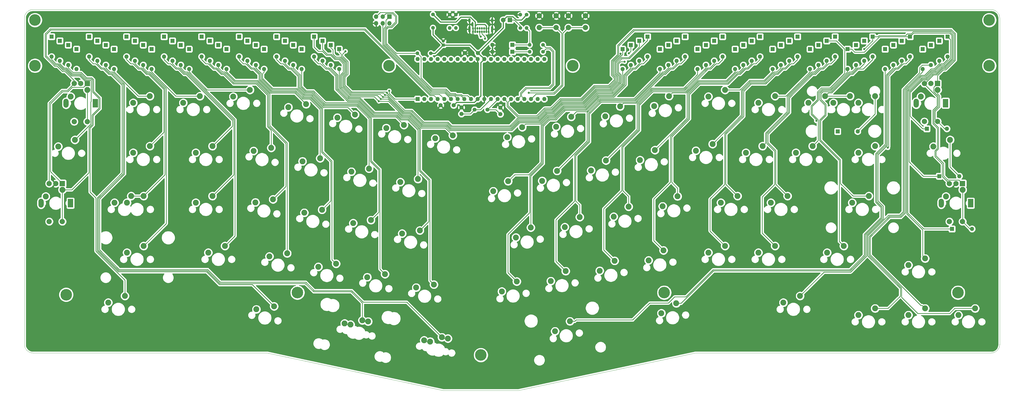
<source format=gtl>
G04 #@! TF.GenerationSoftware,KiCad,Pcbnew,5.1.10-88a1d61d58~90~ubuntu21.04.1*
G04 #@! TF.CreationDate,2021-09-18T02:19:37+02:00*
G04 #@! TF.ProjectId,basketweave,6261736b-6574-4776-9561-76652e6b6963,rev?*
G04 #@! TF.SameCoordinates,Original*
G04 #@! TF.FileFunction,Copper,L1,Top*
G04 #@! TF.FilePolarity,Positive*
%FSLAX46Y46*%
G04 Gerber Fmt 4.6, Leading zero omitted, Abs format (unit mm)*
G04 Created by KiCad (PCBNEW 5.1.10-88a1d61d58~90~ubuntu21.04.1) date 2021-09-18 02:19:37*
%MOMM*%
%LPD*%
G01*
G04 APERTURE LIST*
G04 #@! TA.AperFunction,Profile*
%ADD10C,0.050000*%
G04 #@! TD*
G04 #@! TA.AperFunction,ComponentPad*
%ADD11C,2.250000*%
G04 #@! TD*
G04 #@! TA.AperFunction,ComponentPad*
%ADD12O,1.600000X1.600000*%
G04 #@! TD*
G04 #@! TA.AperFunction,ComponentPad*
%ADD13R,1.600000X1.600000*%
G04 #@! TD*
G04 #@! TA.AperFunction,ComponentPad*
%ADD14C,2.000000*%
G04 #@! TD*
G04 #@! TA.AperFunction,ComponentPad*
%ADD15R,2.000000X3.200000*%
G04 #@! TD*
G04 #@! TA.AperFunction,ComponentPad*
%ADD16R,2.000000X2.000000*%
G04 #@! TD*
G04 #@! TA.AperFunction,ComponentPad*
%ADD17C,4.400000*%
G04 #@! TD*
G04 #@! TA.AperFunction,ComponentPad*
%ADD18C,1.800000*%
G04 #@! TD*
G04 #@! TA.AperFunction,ComponentPad*
%ADD19R,1.800000X1.800000*%
G04 #@! TD*
G04 #@! TA.AperFunction,ComponentPad*
%ADD20O,0.650000X1.000000*%
G04 #@! TD*
G04 #@! TA.AperFunction,ComponentPad*
%ADD21O,0.900000X2.400000*%
G04 #@! TD*
G04 #@! TA.AperFunction,ComponentPad*
%ADD22O,0.900000X1.700000*%
G04 #@! TD*
G04 #@! TA.AperFunction,ComponentPad*
%ADD23R,1.700000X1.700000*%
G04 #@! TD*
G04 #@! TA.AperFunction,ComponentPad*
%ADD24O,1.700000X1.700000*%
G04 #@! TD*
G04 #@! TA.AperFunction,ComponentPad*
%ADD25C,1.600000*%
G04 #@! TD*
G04 #@! TA.AperFunction,ComponentPad*
%ADD26O,1.400000X1.400000*%
G04 #@! TD*
G04 #@! TA.AperFunction,ComponentPad*
%ADD27C,1.400000*%
G04 #@! TD*
G04 #@! TA.AperFunction,ComponentPad*
%ADD28C,1.500000*%
G04 #@! TD*
G04 #@! TA.AperFunction,ComponentPad*
%ADD29C,1.200000*%
G04 #@! TD*
G04 #@! TA.AperFunction,ComponentPad*
%ADD30R,1.200000X1.200000*%
G04 #@! TD*
G04 #@! TA.AperFunction,ViaPad*
%ADD31C,0.800000*%
G04 #@! TD*
G04 #@! TA.AperFunction,Conductor*
%ADD32C,0.254000*%
G04 #@! TD*
G04 #@! TA.AperFunction,Conductor*
%ADD33C,0.381000*%
G04 #@! TD*
G04 #@! TA.AperFunction,Conductor*
%ADD34C,0.150000*%
G04 #@! TD*
G04 APERTURE END LIST*
D10*
X25400000Y-83343750D02*
G75*
G02*
X28575000Y-80168750I3175000J0D01*
G01*
X184943750Y-225425000D02*
X213518750Y-225425000D01*
X28575000Y-211137500D02*
G75*
G02*
X25400000Y-207962500I0J3175000D01*
G01*
X396875000Y-207962500D02*
G75*
G02*
X393700000Y-211137500I-3175000J0D01*
G01*
X393700000Y-80168750D02*
G75*
G02*
X396875000Y-83343750I0J-3175000D01*
G01*
X280987500Y-211137500D02*
X213518750Y-225425000D01*
X393700000Y-211137500D02*
X280987500Y-211137500D01*
X117824250Y-211137500D02*
X184943750Y-225425000D01*
X28575000Y-211137500D02*
X117824250Y-211137500D01*
X396875000Y-83343750D02*
X396875000Y-207962500D01*
X28575000Y-80168750D02*
X393700000Y-80168750D01*
X25400000Y-83343750D02*
X25400000Y-207962500D01*
D11*
X343058750Y-134778750D03*
X349408750Y-132238750D03*
X349408750Y-113188750D03*
X343058750Y-115728750D03*
X333533750Y-115728750D03*
X339883750Y-113188750D03*
X330358750Y-113188750D03*
X324008750Y-115728750D03*
D12*
X342773000Y-126619000D03*
D13*
X335153000Y-126619000D03*
D11*
X43021250Y-113347500D03*
X49371250Y-110807500D03*
D12*
X370676250Y-101280000D03*
D13*
X370676250Y-93660000D03*
D14*
X368176800Y-122856400D03*
X373176800Y-122856400D03*
G04 #@! TA.AperFunction,ComponentPad*
G36*
G01*
X365076800Y-114156400D02*
X365076800Y-114156400D01*
G75*
G02*
X366076800Y-115156400I0J-1000000D01*
G01*
X366076800Y-116556400D01*
G75*
G02*
X365076800Y-117556400I-1000000J0D01*
G01*
X365076800Y-117556400D01*
G75*
G02*
X364076800Y-116556400I0J1000000D01*
G01*
X364076800Y-115156400D01*
G75*
G02*
X365076800Y-114156400I1000000J0D01*
G01*
G37*
G04 #@! TD.AperFunction*
D15*
X376276800Y-115856400D03*
D14*
X368176800Y-108356400D03*
X370676800Y-108356400D03*
D16*
X373176800Y-108356400D03*
D14*
X44326800Y-122881800D03*
X49326800Y-122881800D03*
G04 #@! TA.AperFunction,ComponentPad*
G36*
G01*
X41226800Y-114181800D02*
X41226800Y-114181800D01*
G75*
G02*
X42226800Y-115181800I0J-1000000D01*
G01*
X42226800Y-116581800D01*
G75*
G02*
X41226800Y-117581800I-1000000J0D01*
G01*
X41226800Y-117581800D01*
G75*
G02*
X40226800Y-116581800I0J1000000D01*
G01*
X40226800Y-115181800D01*
G75*
G02*
X41226800Y-114181800I1000000J0D01*
G01*
G37*
G04 #@! TD.AperFunction*
D15*
X52426800Y-115881800D03*
D14*
X44326800Y-108381800D03*
X46826800Y-108381800D03*
D16*
X49326800Y-108381800D03*
D14*
X377726250Y-161007500D03*
X382726250Y-161007500D03*
G04 #@! TA.AperFunction,ComponentPad*
G36*
G01*
X374626250Y-152307500D02*
X374626250Y-152307500D01*
G75*
G02*
X375626250Y-153307500I0J-1000000D01*
G01*
X375626250Y-154707500D01*
G75*
G02*
X374626250Y-155707500I-1000000J0D01*
G01*
X374626250Y-155707500D01*
G75*
G02*
X373626250Y-154707500I0J1000000D01*
G01*
X373626250Y-153307500D01*
G75*
G02*
X374626250Y-152307500I1000000J0D01*
G01*
G37*
G04 #@! TD.AperFunction*
D15*
X385826250Y-154007500D03*
D14*
X377726250Y-146507500D03*
X380226250Y-146507500D03*
D16*
X382726250Y-146507500D03*
D14*
X34827200Y-161007200D03*
X39827200Y-161007200D03*
G04 #@! TA.AperFunction,ComponentPad*
G36*
G01*
X31727200Y-152307200D02*
X31727200Y-152307200D01*
G75*
G02*
X32727200Y-153307200I0J-1000000D01*
G01*
X32727200Y-154707200D01*
G75*
G02*
X31727200Y-155707200I-1000000J0D01*
G01*
X31727200Y-155707200D01*
G75*
G02*
X30727200Y-154707200I0J1000000D01*
G01*
X30727200Y-153307200D01*
G75*
G02*
X31727200Y-152307200I1000000J0D01*
G01*
G37*
G04 #@! TD.AperFunction*
D15*
X42927200Y-154007200D03*
D14*
X34827200Y-146507200D03*
X37327200Y-146507200D03*
D16*
X39827200Y-146507200D03*
D12*
X376745500Y-125603000D03*
D13*
X369125500Y-125603000D03*
D11*
X39846250Y-148907500D03*
X33496250Y-151447500D03*
X44608750Y-129857500D03*
X38258750Y-132397500D03*
X377983750Y-129857500D03*
X371633750Y-132397500D03*
X373221250Y-110807500D03*
X366871250Y-113347500D03*
X382746250Y-148907500D03*
X376396250Y-151447500D03*
D12*
X386334000Y-163830000D03*
D13*
X378714000Y-163830000D03*
D12*
X381508000Y-143700500D03*
D13*
X373888000Y-143700500D03*
D11*
X233181626Y-199061357D03*
X227498484Y-202866092D03*
X156321686Y-199140106D03*
X149582353Y-200304362D03*
X186674686Y-205617106D03*
X179935353Y-206781362D03*
X268001412Y-196002376D03*
X273684554Y-192197641D03*
D17*
X269081250Y-188118750D03*
D11*
X66833750Y-134778750D03*
X73183750Y-132238750D03*
X59690000Y-153828750D03*
X66040000Y-151288750D03*
X64452500Y-153828750D03*
X70802500Y-151288750D03*
X347027500Y-151288750D03*
X340677500Y-153828750D03*
X70802500Y-170338750D03*
X64452500Y-172878750D03*
X331152500Y-172878750D03*
X337502500Y-170338750D03*
X57308750Y-191928750D03*
X63658750Y-189388750D03*
X113736603Y-194496793D03*
X120475936Y-193332537D03*
X154098377Y-198710984D03*
X147359044Y-199875240D03*
X177638826Y-206311406D03*
X184378159Y-205147150D03*
X314483750Y-191928750D03*
X320833750Y-189388750D03*
X209326399Y-128826335D03*
X215009541Y-125021600D03*
X163201915Y-125340393D03*
X169941248Y-124176137D03*
X181835627Y-129301110D03*
X188574960Y-128136854D03*
X304958750Y-172878750D03*
X311308750Y-170338750D03*
X319246250Y-134778750D03*
X325596250Y-132238750D03*
X212589407Y-167083938D03*
X218272549Y-163279203D03*
X227960111Y-124865617D03*
X233643253Y-121060882D03*
X285908750Y-113347500D03*
X292258750Y-110807500D03*
X203970261Y-149440405D03*
X209653403Y-145635670D03*
X265227534Y-116944182D03*
X270910676Y-113139447D03*
X281146250Y-133985000D03*
X287496250Y-131445000D03*
X381158750Y-196691250D03*
X387508750Y-194151250D03*
X132673825Y-116254701D03*
X125934492Y-117418957D03*
X111283750Y-110807500D03*
X104933750Y-113347500D03*
X95408750Y-172878750D03*
X101758750Y-170338750D03*
X73183750Y-113188750D03*
X66833750Y-115728750D03*
X246593823Y-120904899D03*
X252276965Y-117100164D03*
X144568203Y-121379675D03*
X151307536Y-120215419D03*
X362108750Y-196691250D03*
X368458750Y-194151250D03*
X343058750Y-196691250D03*
X349408750Y-194151250D03*
X362108750Y-177641250D03*
X368458750Y-175101250D03*
X285908750Y-172878750D03*
X292258750Y-170338750D03*
X263134404Y-175815855D03*
X268817546Y-172011120D03*
X244500692Y-179776573D03*
X250183834Y-175971838D03*
X225866980Y-183737291D03*
X231550122Y-179932556D03*
X174611902Y-186192425D03*
X181351235Y-185028169D03*
X155978190Y-182231707D03*
X162717523Y-181067451D03*
X137344478Y-178270990D03*
X144083811Y-177106734D03*
X118710766Y-174310272D03*
X125450099Y-173146016D03*
X309721250Y-153828750D03*
X316071250Y-151288750D03*
X290671250Y-153828750D03*
X297021250Y-151288750D03*
X268490542Y-155201785D03*
X274173684Y-151397050D03*
X249856830Y-159162502D03*
X255539972Y-155357767D03*
X231223118Y-163123220D03*
X236906260Y-159318485D03*
X169255764Y-165578354D03*
X175995097Y-164414098D03*
X150622052Y-161617637D03*
X157361385Y-160453381D03*
X131988340Y-157656919D03*
X138727673Y-156492663D03*
X113354628Y-153696201D03*
X120093961Y-152531945D03*
X90646250Y-153828750D03*
X96996250Y-151288750D03*
X300196250Y-134778750D03*
X306546250Y-132238750D03*
X259871396Y-137558252D03*
X265554538Y-133753517D03*
X241237684Y-141518970D03*
X246920826Y-137714235D03*
X222603973Y-145479688D03*
X228287115Y-141674953D03*
X168558053Y-145954463D03*
X175297386Y-144790207D03*
X149924342Y-141993745D03*
X156663675Y-140829489D03*
X131290630Y-138033028D03*
X138029963Y-136868772D03*
X112656918Y-134072310D03*
X119396251Y-132908054D03*
X90646250Y-134778750D03*
X96996250Y-132238750D03*
X304958750Y-115728750D03*
X311308750Y-113188750D03*
X92233750Y-113188750D03*
X85883750Y-115728750D03*
D18*
X207803750Y-84137500D03*
D19*
X210343750Y-84137500D03*
D20*
X200506250Y-88650000D03*
X202206250Y-88650000D03*
X201356250Y-88650000D03*
X199656250Y-88650000D03*
X198806250Y-88650000D03*
X197956250Y-88650000D03*
X197106250Y-88650000D03*
X196256250Y-88650000D03*
X202206250Y-87325000D03*
X201351250Y-87325000D03*
X200501250Y-87325000D03*
X199651250Y-87325000D03*
X198801250Y-87325000D03*
X197951250Y-87325000D03*
X197101250Y-87325000D03*
X196251250Y-87325000D03*
D21*
X203556250Y-87670000D03*
X194906250Y-87670000D03*
D22*
X203556250Y-84290000D03*
X194906250Y-84290000D03*
D14*
X227956250Y-82550000D03*
X227956250Y-87050000D03*
X221456250Y-82550000D03*
X221456250Y-87050000D03*
X239068750Y-82550000D03*
X239068750Y-87050000D03*
X232568750Y-82550000D03*
X232568750Y-87050000D03*
D23*
X164433250Y-82847511D03*
D24*
X164433250Y-85387511D03*
X161893250Y-82847511D03*
X161893250Y-85387511D03*
X159353250Y-82847511D03*
X159353250Y-85387511D03*
D17*
X129381250Y-188118750D03*
D13*
X175133000Y-114300000D03*
D12*
X223393000Y-99060000D03*
X177673000Y-114300000D03*
X220853000Y-99060000D03*
X180213000Y-114300000D03*
X218313000Y-99060000D03*
X182753000Y-114300000D03*
X215773000Y-99060000D03*
X185293000Y-114300000D03*
X213233000Y-99060000D03*
X187833000Y-114300000D03*
X210693000Y-99060000D03*
X190373000Y-114300000D03*
X208153000Y-99060000D03*
X192913000Y-114300000D03*
X205613000Y-99060000D03*
X195453000Y-114300000D03*
X203073000Y-99060000D03*
X197993000Y-114300000D03*
X200533000Y-99060000D03*
X200533000Y-114300000D03*
X197993000Y-99060000D03*
X203073000Y-114300000D03*
X195453000Y-99060000D03*
X205613000Y-114300000D03*
X192913000Y-99060000D03*
X208153000Y-114300000D03*
X190373000Y-99060000D03*
X210693000Y-114300000D03*
X187833000Y-99060000D03*
X213233000Y-114300000D03*
X185293000Y-99060000D03*
X215773000Y-114300000D03*
X182753000Y-99060000D03*
X218313000Y-114300000D03*
X180213000Y-99060000D03*
X220853000Y-114300000D03*
X177673000Y-99060000D03*
X223393000Y-114300000D03*
X175133000Y-99060000D03*
D25*
X193120000Y-96742250D03*
X198120000Y-96742250D03*
D12*
X203644500Y-93630750D03*
D13*
X211264500Y-93630750D03*
D26*
X187325000Y-87149000D03*
D27*
X187325000Y-82069000D03*
D26*
X189706250Y-87149000D03*
D27*
X189706250Y-82069000D03*
D25*
X206692500Y-120070250D03*
X206692500Y-117570250D03*
D27*
X180975000Y-82010250D03*
X180975000Y-87110250D03*
D26*
X214312500Y-82137250D03*
D27*
X214312500Y-87217250D03*
D26*
X217805000Y-96234250D03*
D27*
X222885000Y-96234250D03*
D26*
X217805000Y-93599000D03*
D27*
X222885000Y-93599000D03*
D12*
X203644500Y-96234250D03*
D13*
X211264500Y-96234250D03*
D25*
X183912500Y-116681250D03*
X188912500Y-116681250D03*
X191833500Y-117475000D03*
X191833500Y-119975000D03*
D28*
X201739500Y-118332250D03*
X196859500Y-118332250D03*
D17*
X29402500Y-84167500D03*
X164226250Y-101563750D03*
X199231250Y-211931250D03*
X381000000Y-188118750D03*
X392872500Y-84167500D03*
X29402500Y-101563750D03*
X392872500Y-101563750D03*
X234236250Y-101563750D03*
X41275000Y-188912500D03*
D12*
X259556250Y-99695000D03*
D13*
X259556250Y-92075000D03*
D12*
X116681250Y-102870000D03*
D13*
X116681250Y-95250000D03*
D12*
X127793750Y-101282500D03*
D13*
X127793750Y-93662500D03*
D27*
X216693750Y-82137250D03*
D26*
X216693750Y-87217250D03*
D13*
X367511250Y-95252500D03*
D12*
X367511250Y-102872500D03*
X373856250Y-99695000D03*
D13*
X373856250Y-92075000D03*
D12*
X359568750Y-99695000D03*
D13*
X359568750Y-92075000D03*
D12*
X356393750Y-101282500D03*
D13*
X356393750Y-93662500D03*
D12*
X353218750Y-102870000D03*
D13*
X353218750Y-95250000D03*
D12*
X56356250Y-101282500D03*
D13*
X56356250Y-93662500D03*
D12*
X53181250Y-99695000D03*
D13*
X53181250Y-92075000D03*
D12*
X50006250Y-98107500D03*
D13*
X50006250Y-90487500D03*
D12*
X42068750Y-101282500D03*
D13*
X42068750Y-93662500D03*
D12*
X377031250Y-98107500D03*
D13*
X377031250Y-90487500D03*
D12*
X342106250Y-101282500D03*
D13*
X342106250Y-93662500D03*
D12*
X330993750Y-99695000D03*
D13*
X330993750Y-92075000D03*
D12*
X316706250Y-99695000D03*
D13*
X316706250Y-92075000D03*
D12*
X302418750Y-99695000D03*
D13*
X302418750Y-92075000D03*
D12*
X288131250Y-99695000D03*
D13*
X288131250Y-92075000D03*
D12*
X273843750Y-99695000D03*
D13*
X273843750Y-92075000D03*
D12*
X142081250Y-101282500D03*
D13*
X142081250Y-93662500D03*
X113506250Y-93662500D03*
D12*
X113506250Y-101282500D03*
X99218750Y-101282500D03*
D13*
X99218750Y-93662500D03*
D12*
X84931250Y-101282500D03*
D13*
X84931250Y-93662500D03*
D12*
X70643750Y-101282500D03*
D13*
X70643750Y-93662500D03*
D12*
X345281250Y-99695000D03*
D13*
X345281250Y-92075000D03*
D12*
X334168750Y-98107500D03*
D13*
X334168750Y-90487500D03*
D12*
X319881250Y-98107500D03*
D13*
X319881250Y-90487500D03*
D12*
X305593750Y-98107500D03*
D13*
X305593750Y-90487500D03*
D12*
X291306250Y-98107500D03*
D13*
X291306250Y-90487500D03*
D12*
X277018750Y-98107500D03*
D13*
X277018750Y-90487500D03*
D12*
X262731250Y-98107500D03*
D13*
X262731250Y-90487500D03*
D12*
X138906250Y-99695000D03*
D13*
X138906250Y-92075000D03*
D12*
X124618750Y-99695000D03*
D13*
X124618750Y-92075000D03*
D12*
X110331250Y-99695000D03*
D13*
X110331250Y-92075000D03*
D12*
X96043750Y-99695000D03*
D13*
X96043750Y-92075000D03*
D12*
X81756250Y-99695000D03*
D13*
X81756250Y-92075000D03*
D12*
X67468750Y-99695000D03*
D13*
X67468750Y-92075000D03*
D12*
X38893750Y-99695000D03*
D13*
X38893750Y-92075000D03*
D12*
X362743750Y-98107500D03*
D13*
X362743750Y-90487500D03*
D12*
X338931250Y-102870000D03*
D13*
X338931250Y-95250000D03*
D12*
X327818750Y-101282500D03*
D13*
X327818750Y-93662500D03*
D12*
X313531250Y-101282500D03*
D13*
X313531250Y-93662500D03*
D12*
X299243750Y-101282500D03*
D13*
X299243750Y-93662500D03*
D12*
X284956250Y-101282500D03*
D13*
X284956250Y-93662500D03*
D12*
X270668750Y-101282500D03*
D13*
X270668750Y-93662500D03*
D12*
X256381250Y-101282500D03*
D13*
X256381250Y-93662500D03*
D12*
X135731250Y-98107500D03*
D13*
X135731250Y-90487500D03*
D12*
X121443750Y-98107500D03*
D13*
X121443750Y-90487500D03*
D12*
X107156250Y-98107500D03*
D13*
X107156250Y-90487500D03*
D12*
X92868750Y-98107500D03*
D13*
X92868750Y-90487500D03*
D12*
X78581250Y-98107500D03*
D13*
X78581250Y-90487500D03*
X64293750Y-90487500D03*
D12*
X64293750Y-98107500D03*
D13*
X35718750Y-90487500D03*
D12*
X35718750Y-98107500D03*
X348456250Y-98107500D03*
D13*
X348456250Y-90487500D03*
D12*
X324643750Y-102870000D03*
D13*
X324643750Y-95250000D03*
D12*
X310356250Y-102870000D03*
D13*
X310356250Y-95250000D03*
D12*
X296068750Y-102870000D03*
D13*
X296068750Y-95250000D03*
D12*
X281781250Y-102870000D03*
D13*
X281781250Y-95250000D03*
D12*
X267493750Y-102870000D03*
D13*
X267493750Y-95250000D03*
D12*
X253206250Y-102870000D03*
D13*
X253206250Y-95250000D03*
D12*
X145256250Y-102870000D03*
D13*
X145256250Y-95250000D03*
D12*
X130968750Y-102870000D03*
D13*
X130968750Y-95250000D03*
D12*
X102393750Y-102870000D03*
D13*
X102393750Y-95250000D03*
D12*
X88106250Y-102870000D03*
D13*
X88106250Y-95250000D03*
D12*
X73818750Y-102870000D03*
D13*
X73818750Y-95250000D03*
D12*
X59531250Y-102870000D03*
D13*
X59531250Y-95250000D03*
D12*
X45243750Y-102870000D03*
D13*
X45243750Y-95250000D03*
D27*
X180181250Y-96837500D03*
D26*
X175101250Y-96837500D03*
D11*
X207233268Y-187698008D03*
X212916410Y-183893273D03*
D29*
X184943750Y-92162500D03*
D30*
X184943750Y-93662500D03*
D31*
X366966500Y-133096000D03*
X214630000Y-94869000D03*
X171450000Y-99218750D03*
X159543750Y-115887500D03*
X216693750Y-106362500D03*
X181768750Y-106362500D03*
X368300000Y-90792300D03*
X42164000Y-140462000D03*
X38125400Y-116509800D03*
X377380500Y-141986000D03*
X345281250Y-95250000D03*
X162718750Y-112712500D03*
X255587500Y-96837500D03*
X254000000Y-100012500D03*
X160337500Y-115093750D03*
X354232366Y-132838902D03*
X161131250Y-114300000D03*
X327031401Y-122592817D03*
X161925000Y-113506250D03*
X147637500Y-96043750D03*
X163512500Y-111918750D03*
X252459333Y-97011333D03*
X217487500Y-111918750D03*
X164306250Y-111125000D03*
X199231250Y-90487500D03*
X200818750Y-91281250D03*
D32*
X204954500Y-118332250D02*
X206692500Y-120070250D01*
X201739500Y-118332250D02*
X204954500Y-118332250D01*
X205613000Y-114458750D02*
X205613000Y-114300000D01*
X201739500Y-118332250D02*
X205613000Y-114458750D01*
D33*
X196251250Y-88645000D02*
X196256250Y-88650000D01*
X196251250Y-87325000D02*
X196251250Y-88645000D01*
X202206250Y-88650000D02*
X202206250Y-87325000D01*
X195675250Y-96742250D02*
X197993000Y-99060000D01*
X193120000Y-96742250D02*
X195675250Y-96742250D01*
D32*
X195216750Y-119975000D02*
X196859500Y-118332250D01*
X191833500Y-119975000D02*
X195216750Y-119975000D01*
X199040750Y-118332250D02*
X203073000Y-114300000D01*
X196859500Y-118332250D02*
X199040750Y-118332250D01*
D33*
X198215250Y-96742250D02*
X200533000Y-99060000D01*
X198120000Y-96742250D02*
X198215250Y-96742250D01*
X195040250Y-93662500D02*
X198120000Y-96742250D01*
X194468750Y-93662500D02*
X195040250Y-93662500D01*
X196723000Y-115570000D02*
X197993000Y-114300000D01*
X188912500Y-116681250D02*
X190023750Y-115570000D01*
X190023750Y-115570000D02*
X196723000Y-115570000D01*
X197993000Y-114300000D02*
X199231250Y-113061750D01*
X199231250Y-100361750D02*
X200533000Y-99060000D01*
X199231250Y-113061750D02*
X199231250Y-100361750D01*
X181768750Y-96837500D02*
X184943750Y-93662500D01*
X180181250Y-96837500D02*
X181768750Y-96837500D01*
X180975000Y-89693750D02*
X184943750Y-93662500D01*
X180975000Y-87110250D02*
X180975000Y-89693750D01*
X184943750Y-93662500D02*
X194468750Y-93662500D01*
X207803750Y-86677500D02*
X207803750Y-84137500D01*
X214693500Y-84137500D02*
X216693750Y-82137250D01*
X212725000Y-84137500D02*
X214693500Y-84137500D01*
X211413740Y-82826240D02*
X212725000Y-84137500D01*
X209115010Y-82826240D02*
X211413740Y-82826240D01*
X207803750Y-84137500D02*
X209115010Y-82826240D01*
X207803750Y-87058500D02*
X207803750Y-86677500D01*
X198120000Y-96742250D02*
X207803750Y-87058500D01*
D32*
X49371250Y-122837350D02*
X49326800Y-122881800D01*
X49371250Y-110807500D02*
X49371250Y-122837350D01*
X348456250Y-92075000D02*
X348456250Y-90487500D01*
X345281250Y-95250000D02*
X348456250Y-92075000D01*
X148205780Y-100242079D02*
X148205780Y-104586679D01*
X146086374Y-98122674D02*
X148205780Y-100242079D01*
X148205780Y-104586679D02*
X147072290Y-105720168D01*
X146086374Y-97134124D02*
X146086374Y-98122674D01*
X145256250Y-95250000D02*
X145256250Y-96304000D01*
X149858850Y-112026888D02*
X154014617Y-112026889D01*
X145256250Y-96304000D02*
X146086374Y-97134124D01*
X147072290Y-105720168D02*
X147072290Y-109240328D01*
X147072290Y-109240328D02*
X149858850Y-112026888D01*
X154014617Y-112026889D02*
X162033139Y-112026889D01*
X162033139Y-112026889D02*
X162718750Y-112712500D01*
X177249219Y-123532960D02*
X172764263Y-119058550D01*
X186539332Y-123532960D02*
X177249219Y-123532960D01*
X187964860Y-124958490D02*
X186539332Y-123532960D01*
X169961070Y-119059430D02*
X163614141Y-112712500D01*
X213408589Y-122008960D02*
X210459060Y-124958490D01*
X253206250Y-95250000D02*
X253206250Y-97292550D01*
X210459060Y-124958490D02*
X187964860Y-124958490D01*
X230118865Y-115430420D02*
X226489855Y-119059430D01*
X250256720Y-100242079D02*
X250256720Y-104586679D01*
X224094618Y-119059430D02*
X221145090Y-122008960D01*
X172764263Y-119058550D02*
X172015608Y-119059430D01*
X251390210Y-105720168D02*
X251390210Y-107557578D01*
X250256720Y-104586679D02*
X251390210Y-105720168D01*
X242959684Y-110439380D02*
X237968644Y-115430420D01*
X253206250Y-97292550D02*
X250256720Y-100242079D01*
X251390210Y-107557578D02*
X248508408Y-110439380D01*
X172015608Y-119059430D02*
X169961070Y-119059430D01*
X248508408Y-110439380D02*
X242959684Y-110439380D01*
X237968644Y-115430420D02*
X230118865Y-115430420D01*
X163614141Y-112712500D02*
X162718750Y-112712500D01*
X226489855Y-119059430D02*
X224094618Y-119059430D01*
X221145090Y-122008960D02*
X213408589Y-122008960D01*
X367499900Y-125603000D02*
X369125500Y-125603000D01*
X362813600Y-111755638D02*
X362813600Y-120916700D01*
X367539839Y-107029399D02*
X362813600Y-111755638D01*
X371515543Y-104600390D02*
X371249590Y-104866344D01*
X350931655Y-90033490D02*
X361009158Y-90033490D01*
X361009158Y-90033490D02*
X361682149Y-89360499D01*
X362813600Y-120916700D02*
X367499900Y-125603000D01*
X361682149Y-89360499D02*
X363200592Y-89360499D01*
X371249590Y-104866344D02*
X369086535Y-107029399D01*
X363915091Y-88646000D02*
X378020420Y-88646000D01*
X369086535Y-107029399D02*
X367539839Y-107029399D01*
X348456250Y-90487500D02*
X350477645Y-90487500D01*
X350477645Y-90487500D02*
X350931655Y-90033490D01*
X363200592Y-89360499D02*
X363915091Y-88646000D01*
X378020420Y-88646000D02*
X379066272Y-89691852D01*
X374976748Y-102254021D02*
X372630379Y-104600390D01*
X379066272Y-99109929D02*
X375922180Y-102254020D01*
X375922180Y-102254020D02*
X374976748Y-102254021D01*
X379066272Y-89691852D02*
X379066272Y-99109929D01*
X372630379Y-104600390D02*
X371515543Y-104600390D01*
X59531250Y-102870000D02*
X59531250Y-103981250D01*
X68738750Y-113188750D02*
X73183750Y-113188750D01*
X59531250Y-103981250D02*
X68738750Y-113188750D01*
X73818750Y-102870000D02*
X73818750Y-103981250D01*
X83026250Y-113188750D02*
X92233750Y-113188750D01*
X73818750Y-103981250D02*
X83026250Y-113188750D01*
X88106250Y-103991802D02*
X88106250Y-103981250D01*
X88106250Y-103981250D02*
X88106250Y-102870000D01*
X94932500Y-110807500D02*
X111283750Y-110807500D01*
X88106250Y-103981250D02*
X94932500Y-110807500D01*
X129360165Y-112941040D02*
X132673825Y-116254701D01*
X102393750Y-103981250D02*
X105568750Y-107156250D01*
X102393750Y-102870000D02*
X102393750Y-103981250D01*
X105568750Y-107156250D02*
X114300002Y-107156250D01*
X114300002Y-107156250D02*
X114300002Y-107156252D01*
X114300002Y-107156252D02*
X119164039Y-112020290D01*
X128439415Y-112020290D02*
X129360165Y-112941040D01*
X119164039Y-112020290D02*
X128439415Y-112020290D01*
X116079666Y-104582834D02*
X116079666Y-106367652D01*
X116681250Y-103981250D02*
X116079666Y-104582834D01*
X116681250Y-102870000D02*
X116681250Y-103981250D01*
X148567117Y-117475000D02*
X151307536Y-120215419D01*
X139244950Y-117475000D02*
X148567117Y-117475000D01*
X129191643Y-110204250D02*
X130112390Y-111124997D01*
X119916264Y-110204250D02*
X129191643Y-110204250D01*
X134688380Y-112918430D02*
X139244950Y-117475000D01*
X131905820Y-112918430D02*
X134688380Y-112918430D01*
X130112390Y-111124997D02*
X130112390Y-111125000D01*
X130112390Y-111125000D02*
X131905820Y-112918430D01*
X116079666Y-106367652D02*
X119916264Y-110204250D01*
X166939615Y-121174504D02*
X169941248Y-124176137D01*
X158025704Y-121174504D02*
X166939615Y-121174504D01*
X130968750Y-109413096D02*
X132658046Y-111102392D01*
X130968750Y-102870000D02*
X130968750Y-109413096D01*
X132658046Y-111102392D02*
X135440609Y-111102392D01*
X152510161Y-115658961D02*
X158025704Y-121174504D01*
X135440609Y-111102392D02*
X139997176Y-115658960D01*
X139997176Y-115658960D02*
X152510161Y-115658961D01*
X176498250Y-125349000D02*
X185787106Y-125349000D01*
X172014171Y-120875470D02*
X176498250Y-125349000D01*
X169208845Y-120875470D02*
X172014171Y-120875470D01*
X167957794Y-119624418D02*
X169208845Y-120875470D01*
X167691841Y-119358464D02*
X167957794Y-119624418D01*
X145256250Y-102870000D02*
X145256250Y-109992552D01*
X145256250Y-109992552D02*
X149106622Y-113842924D01*
X158777928Y-119358464D02*
X167691841Y-119358464D01*
X185787106Y-125349000D02*
X188574960Y-128136854D01*
X149106622Y-113842924D02*
X153262389Y-113842925D01*
X153262389Y-113842925D02*
X158777928Y-119358464D01*
X215009541Y-125021600D02*
X216206141Y-123825000D01*
X221911300Y-123825000D02*
X224860829Y-120875470D01*
X253206250Y-103981250D02*
X253206250Y-102870000D01*
X253206250Y-108309802D02*
X253206250Y-103981250D01*
X249260632Y-112255420D02*
X253206250Y-108309802D01*
X227242081Y-120875470D02*
X230871091Y-117246460D01*
X224860829Y-120875470D02*
X227242081Y-120875470D01*
X230871091Y-117246460D02*
X238735847Y-117246460D01*
X238735847Y-117246460D02*
X243726886Y-112255420D01*
X243726886Y-112255420D02*
X249260632Y-112255420D01*
X216206141Y-123825000D02*
X221911300Y-123825000D01*
X267493750Y-104249284D02*
X257671574Y-114071460D01*
X257671574Y-114071460D02*
X244479109Y-114071460D01*
X244479109Y-114071460D02*
X244213156Y-114337415D01*
X233643253Y-121060882D02*
X234847885Y-119856250D01*
X267493750Y-102870000D02*
X267493750Y-104249284D01*
X244213156Y-114337415D02*
X239488071Y-119062500D01*
X235641635Y-119062500D02*
X234847885Y-119856250D01*
X239488071Y-119062500D02*
X235641635Y-119062500D01*
X281781250Y-103981250D02*
X281781250Y-102870000D01*
X281781250Y-104916035D02*
X281781250Y-103981250D01*
X253489629Y-115887500D02*
X258423799Y-115887500D01*
X276594575Y-110102710D02*
X281781250Y-104916035D01*
X252276965Y-117100164D02*
X253489629Y-115887500D01*
X258423799Y-115887500D02*
X264208589Y-110102710D01*
X264208589Y-110102710D02*
X276594575Y-110102710D01*
X272131373Y-111918750D02*
X270910676Y-113139447D01*
X282010829Y-107254721D02*
X277346801Y-111918750D01*
X296068750Y-103981250D02*
X292795279Y-107254721D01*
X277346801Y-111918750D02*
X272131373Y-111918750D01*
X296068750Y-102870000D02*
X296068750Y-103981250D01*
X292795279Y-107254721D02*
X282010829Y-107254721D01*
X310356250Y-103981250D02*
X307181250Y-107156250D01*
X310356250Y-102870000D02*
X310356250Y-103981250D01*
X301625000Y-107156250D02*
X307181250Y-107156250D01*
X297973750Y-110807500D02*
X301625000Y-107156250D01*
X292258750Y-110807500D02*
X297973750Y-110807500D01*
X324643750Y-102870000D02*
X324643750Y-103981250D01*
X324643750Y-103981250D02*
X319881250Y-108743750D01*
X311308750Y-113188750D02*
X315436250Y-113188750D01*
X315436250Y-113188750D02*
X319881250Y-108743750D01*
X348456250Y-98107500D02*
X348456250Y-99238870D01*
X348456250Y-99238870D02*
X344847361Y-102847759D01*
X344847361Y-102847759D02*
X342936374Y-102847759D01*
X340894864Y-104889270D02*
X339949428Y-104889270D01*
X342936374Y-102847759D02*
X340894864Y-104889270D01*
X339949428Y-104889270D02*
X332932680Y-111906019D01*
X331641481Y-111906019D02*
X330358750Y-113188750D01*
X332932680Y-111906019D02*
X331641481Y-111906019D01*
X330358750Y-113188750D02*
X339883750Y-113188750D01*
X50653801Y-123812449D02*
X44608750Y-129857500D01*
X50653801Y-115365987D02*
X50653801Y-123812449D01*
X50823251Y-115196537D02*
X50653801Y-115365987D01*
X50823251Y-107289649D02*
X50823251Y-115196537D01*
X50588401Y-107054799D02*
X50823251Y-107289649D01*
X48641865Y-107054799D02*
X50588401Y-107054799D01*
X46641466Y-105054400D02*
X48641865Y-107054799D01*
X43445268Y-105054400D02*
X46641466Y-105054400D01*
X41238628Y-102847760D02*
X43445268Y-105054400D01*
X40293193Y-102847760D02*
X41238628Y-102847760D01*
X38251684Y-100806250D02*
X40293193Y-102847760D01*
X37306250Y-100806250D02*
X38251684Y-100806250D01*
X35718750Y-98107500D02*
X35718750Y-99218750D01*
X35718750Y-99218750D02*
X37306250Y-100806250D01*
X340518750Y-95250000D02*
X338931250Y-95250000D01*
X341645751Y-96377001D02*
X340518750Y-95250000D01*
X256381250Y-96043750D02*
X255587500Y-96837500D01*
X256381250Y-93662500D02*
X256381250Y-96043750D01*
X146843750Y-104022510D02*
X145710260Y-105156000D01*
X146843750Y-100806250D02*
X146843750Y-104022510D01*
X145710260Y-105156000D02*
X145710260Y-109804496D01*
X142081250Y-97631250D02*
X143668750Y-99218750D01*
X145256250Y-99218750D02*
X146843750Y-100806250D01*
X143668750Y-99218750D02*
X145256250Y-99218750D01*
X138906250Y-96043750D02*
X140493750Y-97631250D01*
X135731250Y-90487500D02*
X135731250Y-94456250D01*
X135731250Y-94456250D02*
X137318750Y-96043750D01*
X149294679Y-113388915D02*
X153450446Y-113388916D01*
X137318750Y-96043750D02*
X138906250Y-96043750D01*
X140493750Y-97631250D02*
X142081250Y-97631250D01*
X145710260Y-109804496D02*
X149294679Y-113388915D01*
X238532815Y-116792450D02*
X230683034Y-116792450D01*
X187400692Y-126320520D02*
X185975163Y-124894991D01*
X241929239Y-113411000D02*
X241914264Y-113411000D01*
X252752239Y-108121749D02*
X249072579Y-111801409D01*
X249072579Y-111801409D02*
X243538829Y-111801410D01*
X252412500Y-100012500D02*
X251618750Y-100806250D01*
X241914264Y-113411000D02*
X238532815Y-116792450D01*
X254000000Y-100012500D02*
X252412500Y-100012500D01*
X243538829Y-111801410D02*
X241929239Y-113411000D01*
X185975163Y-124894991D02*
X176685992Y-124894990D01*
X251618750Y-100806250D02*
X251618750Y-104022508D01*
X211023230Y-126320520D02*
X187400692Y-126320520D01*
X251618750Y-104022508D02*
X252752240Y-105155997D01*
X252752240Y-105155997D02*
X252752239Y-108121749D01*
X224658789Y-120421460D02*
X221709261Y-123370988D01*
X227054024Y-120421460D02*
X224658789Y-120421460D01*
X221709261Y-123370988D02*
X213972760Y-123370988D01*
X213972760Y-123370988D02*
X211023230Y-126320520D01*
X230683034Y-116792450D02*
X227054024Y-120421460D01*
X176685992Y-124894990D02*
X172201694Y-120421240D01*
X172201694Y-120421240D02*
X172014910Y-120421460D01*
X172014910Y-120421460D02*
X169396901Y-120421460D01*
X169396901Y-120421460D02*
X164069192Y-115093750D01*
X164069192Y-115093750D02*
X160337500Y-115093750D01*
X158632666Y-113388916D02*
X160337500Y-115093750D01*
X153450446Y-113388916D02*
X158632666Y-113388916D01*
X351119712Y-90487500D02*
X362743750Y-90487500D01*
X345230211Y-96377001D02*
X351119712Y-90487500D01*
X341645751Y-96377001D02*
X345230211Y-96377001D01*
X377886352Y-89154000D02*
X378612261Y-89879909D01*
X378612261Y-98921872D02*
X378346307Y-99187825D01*
X364077250Y-89154000D02*
X377886352Y-89154000D01*
X362743750Y-90487500D02*
X364077250Y-89154000D01*
X378612261Y-89879909D02*
X378612261Y-98921872D01*
X378346307Y-99187825D02*
X375734123Y-101800010D01*
X375734123Y-101800010D02*
X374788690Y-101800010D01*
X374788690Y-101800010D02*
X374788690Y-101800013D01*
X372442323Y-104146380D02*
X371327488Y-104146380D01*
X374788690Y-101800013D02*
X372442323Y-104146380D01*
X371327488Y-104146380D02*
X368898479Y-106575389D01*
X362359589Y-111567582D02*
X362359589Y-112575989D01*
X367351782Y-106575389D02*
X362359589Y-111567582D01*
X368898479Y-106575389D02*
X367351782Y-106575389D01*
X362359589Y-112338244D02*
X362359589Y-112575989D01*
X367804700Y-143700500D02*
X373888000Y-143700500D01*
X362359589Y-138255389D02*
X367804700Y-143700500D01*
X362359589Y-112575989D02*
X362359589Y-138255389D01*
X78466980Y-126955520D02*
X73183750Y-132238750D01*
X71855136Y-104889270D02*
X72800571Y-104889270D01*
X69813628Y-102847760D02*
X71855136Y-104889270D01*
X72800571Y-104889270D02*
X78466980Y-110555679D01*
X64293750Y-99238870D02*
X65861130Y-100806250D01*
X64293750Y-98107500D02*
X64293750Y-99238870D01*
X66826685Y-100806250D02*
X68868195Y-102847760D01*
X78466980Y-110555679D02*
X78466980Y-126955520D01*
X65861130Y-100806250D02*
X66826685Y-100806250D01*
X68868195Y-102847760D02*
X69813628Y-102847760D01*
X104660730Y-122472480D02*
X104660730Y-124574270D01*
X86142636Y-104889270D02*
X87077520Y-104889270D01*
X104660730Y-124574270D02*
X96996250Y-132238750D01*
X84101128Y-102847760D02*
X86142636Y-104889270D01*
X80184501Y-100822001D02*
X81129935Y-100822001D01*
X81129935Y-100822001D02*
X83155693Y-102847760D01*
X87077520Y-104889270D02*
X104660730Y-122472480D01*
X78581250Y-99218750D02*
X80184501Y-100822001D01*
X78581250Y-98107500D02*
X78581250Y-99218750D01*
X83155693Y-102847760D02*
X84101128Y-102847760D01*
X119396251Y-126236634D02*
X119396251Y-132908054D01*
X117932231Y-124772614D02*
X119396251Y-126236634D01*
X100430136Y-104889270D02*
X101375572Y-104889270D01*
X113735831Y-108518279D02*
X117932230Y-112714678D01*
X94456250Y-100806250D02*
X95401684Y-100806250D01*
X101375572Y-104889270D02*
X105004579Y-108518279D01*
X92868750Y-98107500D02*
X92868750Y-99218750D01*
X97443193Y-102847760D02*
X98388628Y-102847760D01*
X95401684Y-100806250D02*
X97443193Y-102847760D01*
X105004579Y-108518279D02*
X113735831Y-108518279D01*
X92868750Y-99218750D02*
X94456250Y-100806250D01*
X98388628Y-102847760D02*
X100430136Y-104889270D01*
X117932230Y-112714678D02*
X117932231Y-124772614D01*
X107156250Y-99218750D02*
X108743750Y-100806250D01*
X114717636Y-104889270D02*
X114717636Y-106931820D01*
X111730693Y-102847760D02*
X112676128Y-102847760D01*
X107156250Y-98107500D02*
X107156250Y-99218750D01*
X108743750Y-100806250D02*
X109689184Y-100806250D01*
X109689184Y-100806250D02*
X111730693Y-102847760D01*
X112676128Y-102847760D02*
X114717636Y-104889270D01*
X134143750Y-114300000D02*
X138029963Y-118186213D01*
X138029963Y-118186213D02*
X138029963Y-136868772D01*
X119352096Y-111566280D02*
X128627472Y-111566280D01*
X131361191Y-114300000D02*
X134143750Y-114300000D01*
X128627472Y-111566280D02*
X131361191Y-114300000D01*
X114717636Y-106931820D02*
X119352096Y-111566280D01*
X151945990Y-117020990D02*
X156663675Y-121738675D01*
X126018193Y-102847760D02*
X126931878Y-102847760D01*
X156663675Y-121738675D02*
X156663675Y-140829489D01*
X123976684Y-100806250D02*
X126018193Y-102847760D01*
X129606720Y-109977264D02*
X132093876Y-112464420D01*
X123031250Y-100806250D02*
X123976684Y-100806250D01*
X121443750Y-98107500D02*
X121443750Y-99218750D01*
X126931878Y-102847760D02*
X129606720Y-105522602D01*
X121443750Y-99218750D02*
X123031250Y-100806250D01*
X129606720Y-105522602D02*
X129606720Y-109977264D01*
X132093876Y-112464420D02*
X134876437Y-112464420D01*
X139433006Y-117020990D02*
X151945990Y-117020990D01*
X134876437Y-112464420D02*
X139433006Y-117020990D01*
X168644677Y-122237500D02*
X171450000Y-122237500D01*
X167393625Y-120986448D02*
X168644677Y-122237500D01*
X167127672Y-120720494D02*
X167393625Y-120986448D01*
X158213760Y-120720494D02*
X167127672Y-120720494D01*
X138718194Y-101280380D02*
X140285573Y-102847760D01*
X171450000Y-122237500D02*
X175297386Y-126084886D01*
X141231008Y-102847760D02*
X143894220Y-105510973D01*
X138244063Y-100806250D02*
X138718194Y-101280380D01*
X135731250Y-98107500D02*
X135731250Y-99238870D01*
X143894220Y-105510973D02*
X143894220Y-110556720D01*
X143894220Y-110556720D02*
X148542451Y-115204951D01*
X137298630Y-100806250D02*
X138244063Y-100806250D01*
X175297386Y-126084886D02*
X175297386Y-144790207D01*
X152698218Y-115204952D02*
X158213760Y-120720494D01*
X135731250Y-99238870D02*
X137298630Y-100806250D01*
X148542451Y-115204951D02*
X152698218Y-115204952D01*
X140285573Y-102847760D02*
X141231008Y-102847760D01*
X212160073Y-143129000D02*
X209653403Y-145635670D01*
X225048886Y-121329480D02*
X222135730Y-124242636D01*
X217536867Y-143129000D02*
X212160073Y-143129000D01*
X231059147Y-117700470D02*
X227430137Y-121329480D01*
X238923903Y-117700470D02*
X231059147Y-117700470D01*
X243914943Y-112709430D02*
X238923903Y-117700470D01*
X256381250Y-102393750D02*
X253660260Y-105114740D01*
X253660260Y-108497858D02*
X249448688Y-112709430D01*
X256381250Y-101282500D02*
X256381250Y-102393750D01*
X227430137Y-121329480D02*
X225048886Y-121329480D01*
X253660260Y-105114740D02*
X253660260Y-108497858D01*
X249448688Y-112709430D02*
X243914943Y-112709430D01*
X222135730Y-138530137D02*
X217536867Y-143129000D01*
X222135730Y-124242636D02*
X222135730Y-138530137D01*
X244667166Y-114525470D02*
X239712501Y-119480136D01*
X257859630Y-114525470D02*
X244667166Y-114525470D01*
X270668750Y-101282500D02*
X270668750Y-102393750D01*
X239712501Y-119480136D02*
X239712500Y-130249568D01*
X269081250Y-103981250D02*
X268403849Y-103981250D01*
X270668750Y-102393750D02*
X269081250Y-103981250D01*
X268137896Y-104247204D02*
X257859630Y-114525470D01*
X239712500Y-130249568D02*
X228287115Y-141674953D01*
X268403849Y-103981250D02*
X268137896Y-104247204D01*
X284956250Y-102383101D02*
X276782631Y-110556720D01*
X284956250Y-101282500D02*
X284956250Y-102383101D01*
X258762500Y-125872561D02*
X246920826Y-137714235D01*
X276782631Y-110556720D02*
X264396646Y-110556720D01*
X264396646Y-110556720D02*
X258762500Y-116190866D01*
X258762500Y-116190866D02*
X258762500Y-125872561D01*
X277018750Y-122289305D02*
X265554538Y-133753517D01*
X299243750Y-102393750D02*
X297656250Y-103981250D01*
X299243750Y-101282500D02*
X299243750Y-102393750D01*
X297656250Y-103981250D02*
X296710816Y-103981250D01*
X296710816Y-103981250D02*
X292983336Y-107708730D01*
X292983336Y-107708730D02*
X282198886Y-107708730D01*
X282198886Y-107708730D02*
X277812500Y-112095116D01*
X277812500Y-121495555D02*
X277018750Y-122289305D01*
X277812500Y-112095116D02*
X277812500Y-121495555D01*
X307369307Y-107610260D02*
X301813056Y-107610260D01*
X311943750Y-103981250D02*
X310998316Y-103981250D01*
X310998316Y-103981250D02*
X307369307Y-107610260D01*
X313531250Y-101282500D02*
X313531250Y-102393750D01*
X313531250Y-102393750D02*
X311943750Y-103981250D01*
X298450000Y-120491250D02*
X287496250Y-131445000D01*
X298450000Y-110973316D02*
X298450000Y-120491250D01*
X301813056Y-107610260D02*
X298450000Y-110973316D01*
X327818750Y-101282500D02*
X327818750Y-102393750D01*
X327818750Y-102393750D02*
X326231250Y-103981250D01*
X326231250Y-103981250D02*
X325285816Y-103981250D01*
X325285816Y-103981250D02*
X315912500Y-113354568D01*
X307671249Y-131113751D02*
X307671249Y-127303751D01*
X306546250Y-132238750D02*
X307671249Y-131113751D01*
X307671249Y-127303751D02*
X315912500Y-119062500D01*
X315912500Y-113354568D02*
X315912500Y-119062500D01*
X327758401Y-122265333D02*
X327758401Y-130076599D01*
X325460752Y-119967684D02*
X327758401Y-122265333D01*
X325460752Y-117070749D02*
X325460752Y-119967684D01*
X327850500Y-114681002D02*
X325460752Y-117070749D01*
X327850501Y-111816433D02*
X327850500Y-114681002D01*
X338931250Y-102870000D02*
X338931250Y-103981250D01*
X329145183Y-110521751D02*
X327850501Y-111816433D01*
X332390751Y-110521751D02*
X329145183Y-110521751D01*
X338931250Y-103981250D02*
X332390751Y-110521751D01*
X327758401Y-130076599D02*
X325596250Y-132238750D01*
X362743750Y-99218750D02*
X362743750Y-98107500D01*
X361156250Y-100806250D02*
X362743750Y-99218750D01*
X357223872Y-102847760D02*
X358169307Y-102847760D01*
X358169307Y-102847760D02*
X360210816Y-100806250D01*
X355182364Y-104889270D02*
X357223872Y-102847760D01*
X360210816Y-100806250D02*
X361156250Y-100806250D01*
X355182364Y-104889270D02*
X354549030Y-105522603D01*
X354549030Y-105522603D02*
X354549030Y-108077000D01*
X354549030Y-132522238D02*
X354232366Y-132838902D01*
X354549030Y-108077000D02*
X354549030Y-132522238D01*
X138906250Y-95401684D02*
X138906250Y-92075000D01*
X143856806Y-98764740D02*
X142269307Y-97177241D01*
X140681806Y-97177240D02*
X138906250Y-95401684D01*
X145444307Y-98764740D02*
X143856806Y-98764740D01*
X147297760Y-100618193D02*
X145444307Y-98764740D01*
X146164270Y-105344056D02*
X147297760Y-104210567D01*
X149482736Y-112934906D02*
X146164270Y-109616440D01*
X153638503Y-112934907D02*
X149482736Y-112934906D01*
X146164270Y-109616440D02*
X146164270Y-105344056D01*
X142269307Y-97177241D02*
X140681806Y-97177240D01*
X147297760Y-104210567D02*
X147297760Y-100618193D01*
X262731250Y-91923316D02*
X262731250Y-90487500D01*
X210835173Y-125866510D02*
X213784703Y-122916979D01*
X172015085Y-119967450D02*
X172389217Y-119967010D01*
X176873734Y-124440980D02*
X186163218Y-124440980D01*
X226865968Y-119967450D02*
X230494978Y-116338440D01*
X187588748Y-125866510D02*
X210835173Y-125866510D01*
X213784703Y-122916979D02*
X221521204Y-122916979D01*
X172389217Y-119967010D02*
X176873734Y-124440980D01*
X186163218Y-124440980D02*
X187588748Y-125866510D01*
X224470732Y-119967450D02*
X226865968Y-119967450D01*
X221521204Y-122916979D02*
X224470732Y-119967450D01*
X255775557Y-98879010D02*
X262731250Y-91923316D01*
X169584958Y-119967450D02*
X172015085Y-119967450D01*
X251164739Y-100618193D02*
X252903923Y-98879010D01*
X230494978Y-116338440D02*
X238344758Y-116338440D01*
X252298230Y-105344054D02*
X251164739Y-104210564D01*
X243335797Y-111347400D02*
X248884522Y-111347400D01*
X248884522Y-111347400D02*
X252298230Y-107933692D01*
X252298230Y-107933692D02*
X252298230Y-105344054D01*
X251164739Y-104210564D02*
X251164739Y-100618193D01*
X238344758Y-116338440D02*
X243335797Y-111347400D01*
X252903923Y-98879010D02*
X255775557Y-98879010D01*
X163917508Y-114300000D02*
X169584958Y-119967450D01*
X161131250Y-114300000D02*
X163917508Y-114300000D01*
X153638503Y-112934907D02*
X159766157Y-112934907D01*
X159766157Y-112934907D02*
X161131250Y-114300000D01*
X374600633Y-101346000D02*
X375546066Y-101346000D01*
X375546066Y-101346000D02*
X378158251Y-98733815D01*
X378158251Y-98733815D02*
X378158251Y-91614501D01*
X378158251Y-91614501D02*
X377031250Y-90487500D01*
X367919000Y-163830000D02*
X361905578Y-157816578D01*
X378714000Y-163830000D02*
X367919000Y-163830000D01*
X374334680Y-101611953D02*
X374334680Y-101611957D01*
X374600633Y-101346000D02*
X374334680Y-101611953D01*
X374334680Y-101611957D02*
X372254267Y-103692370D01*
X371139431Y-103692370D02*
X370873478Y-103958324D01*
X372254267Y-103692370D02*
X371139431Y-103692370D01*
X361905578Y-111379526D02*
X361905578Y-112363222D01*
X367163725Y-106121379D02*
X361905578Y-111379526D01*
X368710423Y-106121379D02*
X367163725Y-106121379D01*
X361905578Y-112363222D02*
X361905578Y-112150189D01*
X370873478Y-103958324D02*
X368710423Y-106121379D01*
X361905578Y-157816578D02*
X361905578Y-112363222D01*
X49933240Y-128628760D02*
X49933240Y-128812194D01*
X49933240Y-129188306D02*
X49933240Y-128628760D01*
X39827200Y-148926550D02*
X39846250Y-148907500D01*
X39827200Y-161007200D02*
X39827200Y-148926550D01*
X39846250Y-148907500D02*
X43414980Y-148907500D01*
X49933240Y-142389240D02*
X49933240Y-129188306D01*
X43414980Y-148907500D02*
X49933240Y-142389240D01*
X38893750Y-100806250D02*
X38893750Y-99695000D01*
X40481250Y-102393750D02*
X38893750Y-100806250D01*
X51277261Y-111543659D02*
X51277261Y-107101592D01*
X48829921Y-106600789D02*
X46829522Y-104600390D01*
X49933240Y-125175076D02*
X51107811Y-124000506D01*
X53753801Y-114020199D02*
X51277261Y-111543659D01*
X50776458Y-106600789D02*
X48829921Y-106600789D01*
X51107811Y-124000506D02*
X51107811Y-120389391D01*
X53753801Y-117743401D02*
X53753801Y-114020199D01*
X49933240Y-128628760D02*
X49933240Y-125175076D01*
X51107811Y-120389391D02*
X53753801Y-117743401D01*
X51277261Y-107101592D02*
X50776458Y-106600789D01*
X46829522Y-104600390D02*
X43633324Y-104600390D01*
X43633324Y-104600390D02*
X41426684Y-102393750D01*
X41426684Y-102393750D02*
X40481250Y-102393750D01*
X86330693Y-104435260D02*
X87265577Y-104435261D01*
X81756250Y-100806250D02*
X83343750Y-102393750D01*
X81756250Y-99695000D02*
X81756250Y-100806250D01*
X83343750Y-102393750D02*
X84289183Y-102393750D01*
X84743194Y-102847760D02*
X86330693Y-104435260D01*
X84289183Y-102393750D02*
X84743194Y-102847760D01*
X87265577Y-104435261D02*
X105114740Y-122284424D01*
X105114740Y-143170260D02*
X96996250Y-151288750D01*
X105114740Y-122284424D02*
X105114740Y-143170260D01*
X96043750Y-100806250D02*
X96043750Y-99695000D01*
X97631250Y-102393750D02*
X96043750Y-100806250D01*
X98576684Y-102393750D02*
X97631250Y-102393750D01*
X105192636Y-108064270D02*
X101563628Y-104435260D01*
X101563628Y-104435260D02*
X100618193Y-104435260D01*
X114268250Y-108408636D02*
X114268250Y-108408632D01*
X100618193Y-104435260D02*
X98576684Y-102393750D01*
X114268250Y-108408632D02*
X113923888Y-108064270D01*
X113923888Y-108064270D02*
X105192636Y-108064270D01*
X118386240Y-112526622D02*
X114268250Y-108408632D01*
X118386240Y-124584557D02*
X118386240Y-112526622D01*
X124996089Y-131194405D02*
X118386240Y-124584557D01*
X120093961Y-152531945D02*
X124996089Y-147629817D01*
X124996089Y-147629817D02*
X124996089Y-131194405D01*
X115171646Y-104701213D02*
X115171646Y-106743764D01*
X111918750Y-102393750D02*
X112864184Y-102393750D01*
X112864184Y-102393750D02*
X115171646Y-104701213D01*
X110331250Y-99695000D02*
X110331250Y-100806250D01*
X110331250Y-100806250D02*
X111918750Y-102393750D01*
X142081250Y-153139086D02*
X138727673Y-156492663D01*
X142081250Y-138112500D02*
X142081250Y-153139086D01*
X128815529Y-111112270D02*
X131549248Y-113845990D01*
X138483973Y-134515223D02*
X142081250Y-138112500D01*
X119540152Y-111112270D02*
X128815529Y-111112270D01*
X134331807Y-113845990D02*
X138483973Y-117998156D01*
X138483973Y-117998156D02*
X138483973Y-134515223D01*
X131549248Y-113845990D02*
X134331807Y-113845990D01*
X115171646Y-106743764D02*
X119540152Y-111112270D01*
X160337500Y-157477266D02*
X157361385Y-160453381D01*
X130060730Y-105334546D02*
X130060730Y-109789210D01*
X124618750Y-100806250D02*
X126206250Y-102393750D01*
X157117685Y-121550618D02*
X157117685Y-138067685D01*
X127119934Y-102393750D02*
X130060730Y-105334546D01*
X124618750Y-99695000D02*
X124618750Y-100806250D01*
X157117685Y-138067685D02*
X160337500Y-141287500D01*
X130060730Y-109789210D02*
X132281932Y-112010410D01*
X132281932Y-112010410D02*
X135064494Y-112010410D01*
X126206250Y-102393750D02*
X127119934Y-102393750D01*
X135064494Y-112010410D02*
X139621062Y-116566980D01*
X160337500Y-141287500D02*
X160337500Y-157477266D01*
X152134047Y-116566980D02*
X157117685Y-121550618D01*
X139621062Y-116566980D02*
X152134047Y-116566980D01*
X179387500Y-145256250D02*
X179387500Y-161021695D01*
X179387500Y-161021695D02*
X175995097Y-164414098D01*
X175751396Y-141620146D02*
X179387500Y-145256250D01*
X171638057Y-121783490D02*
X175751396Y-125896829D01*
X141419064Y-102393750D02*
X144348230Y-105322917D01*
X144348230Y-105322917D02*
X144348230Y-110368664D01*
X138906250Y-100826370D02*
X140473630Y-102393750D01*
X140473630Y-102393750D02*
X141419064Y-102393750D01*
X138906250Y-99695000D02*
X138906250Y-100826370D01*
X158401816Y-120266484D02*
X167315727Y-120266484D01*
X144348230Y-110368664D02*
X148730508Y-114750942D01*
X148730508Y-114750942D02*
X152886275Y-114750943D01*
X152886275Y-114750943D02*
X158401816Y-120266484D01*
X168832733Y-121783490D02*
X171638057Y-121783490D01*
X175751396Y-125896829D02*
X175751396Y-141620146D01*
X167315727Y-120266484D02*
X168832733Y-121783490D01*
X218272549Y-143677451D02*
X218272549Y-163279203D01*
X225425000Y-122237500D02*
X223043750Y-124618750D01*
X231435260Y-118608490D02*
X227806250Y-122237500D01*
X260198317Y-100806250D02*
X258156807Y-102847760D01*
X258156807Y-102847760D02*
X257211372Y-102847760D01*
X239300015Y-118608490D02*
X231435260Y-118608490D01*
X261143750Y-100806250D02*
X260198317Y-100806250D01*
X262731250Y-99218750D02*
X261143750Y-100806250D01*
X254568280Y-105490852D02*
X254568280Y-108873970D01*
X262731250Y-98107500D02*
X262731250Y-99218750D01*
X257211372Y-102847760D02*
X254568280Y-105490852D01*
X227806250Y-122237500D02*
X225425000Y-122237500D01*
X254568280Y-108873970D02*
X249824800Y-113617450D01*
X249824800Y-113617450D02*
X244291055Y-113617450D01*
X244291055Y-113617450D02*
X239300015Y-118608490D01*
X218272549Y-143677451D02*
X223043750Y-138906250D01*
X223043750Y-138906250D02*
X223043750Y-124618750D01*
X277018750Y-99218750D02*
X277018750Y-98107500D01*
X275431250Y-100806250D02*
X277018750Y-99218750D01*
X272444307Y-102847760D02*
X274485816Y-100806250D01*
X274485816Y-100806250D02*
X275431250Y-100806250D01*
X271498873Y-102847760D02*
X272444307Y-102847760D01*
X240620520Y-130625682D02*
X240620520Y-119856250D01*
X235404010Y-153193750D02*
X235404010Y-135842191D01*
X236906260Y-159318485D02*
X236906260Y-154696000D01*
X235404010Y-135842191D02*
X240620520Y-130625682D01*
X236906260Y-154696000D02*
X235404010Y-153193750D01*
X271498873Y-102847760D02*
X269457364Y-104889270D01*
X269457364Y-104889270D02*
X268779963Y-104889270D01*
X268779963Y-104889270D02*
X258235743Y-115433490D01*
X245043280Y-115433490D02*
X240620520Y-119856250D01*
X258235743Y-115433490D02*
X245043280Y-115433490D01*
X255539972Y-151402027D02*
X255539972Y-155357767D01*
X253362945Y-132556250D02*
X253362945Y-149225000D01*
X288773316Y-100806250D02*
X286731807Y-102847760D01*
X259670520Y-116566980D02*
X259670520Y-126250730D01*
X289718750Y-100806250D02*
X288773316Y-100806250D01*
X259668465Y-126250730D02*
X253362945Y-132556250D01*
X291306250Y-98107500D02*
X291306250Y-99218750D01*
X286731807Y-102847760D02*
X285775724Y-102847760D01*
X291306250Y-99218750D02*
X289718750Y-100806250D01*
X253362945Y-149225000D02*
X255539972Y-151402027D01*
X285775724Y-102847760D02*
X277158744Y-111464740D01*
X277158744Y-111464740D02*
X264772760Y-111464740D01*
X264772760Y-111464740D02*
X259670520Y-116566980D01*
X259670520Y-126250730D02*
X259668465Y-126250730D01*
X304006250Y-100806250D02*
X305593750Y-99218750D01*
X301019307Y-102847760D02*
X303060816Y-100806250D01*
X278720520Y-121871669D02*
X278720520Y-112471230D01*
X271916510Y-146050000D02*
X271916510Y-128675677D01*
X298032364Y-104889270D02*
X300073873Y-102847760D01*
X271916510Y-128675677D02*
X278720520Y-121871669D01*
X274173684Y-151397050D02*
X274173684Y-148307174D01*
X303060816Y-100806250D02*
X304006250Y-100806250D01*
X274173684Y-148307174D02*
X271916510Y-146050000D01*
X297086931Y-104889270D02*
X298032364Y-104889270D01*
X278720520Y-112471230D02*
X282575000Y-108616750D01*
X282575000Y-108616750D02*
X293359449Y-108616750D01*
X305593750Y-99218750D02*
X305593750Y-98107500D01*
X293359449Y-108616750D02*
X297086931Y-104889270D01*
X300073873Y-102847760D02*
X301019307Y-102847760D01*
X311374431Y-104889269D02*
X307745421Y-108518280D01*
X307745421Y-108518280D02*
X302189168Y-108518280D01*
X317348316Y-100806250D02*
X315306807Y-102847759D01*
X312319863Y-104889269D02*
X311374431Y-104889269D01*
X314361373Y-102847759D02*
X312319863Y-104889269D01*
X319881250Y-99218750D02*
X318293750Y-100806250D01*
X315306807Y-102847759D02*
X314361373Y-102847759D01*
X319881250Y-98107500D02*
X319881250Y-99218750D01*
X318293750Y-100806250D02*
X317348316Y-100806250D01*
X299358020Y-120867362D02*
X292554010Y-127671372D01*
X292554010Y-127671372D02*
X292554010Y-146821510D01*
X292554010Y-146821510D02*
X297021250Y-151288750D01*
X302189168Y-108518280D02*
X299358020Y-111349428D01*
X299358020Y-111349428D02*
X299358020Y-120867362D01*
X332581250Y-100806250D02*
X334168750Y-99218750D01*
X334168750Y-99218750D02*
X334168750Y-98107500D01*
X331635816Y-100806250D02*
X332581250Y-100806250D01*
X329594307Y-102847760D02*
X331635816Y-100806250D01*
X308579269Y-130930953D02*
X308579269Y-127679864D01*
X308579269Y-127679864D02*
X316820518Y-119438615D01*
X316071250Y-151288750D02*
X311604010Y-146821510D01*
X311604010Y-146821510D02*
X311604010Y-133955693D01*
X316820518Y-119438615D02*
X316820520Y-119062500D01*
X316820520Y-119062500D02*
X316820520Y-113730679D01*
X316820520Y-113730679D02*
X325661931Y-104889270D01*
X325661931Y-104889270D02*
X326607364Y-104889270D01*
X326607364Y-104889270D02*
X328648873Y-102847760D01*
X311604010Y-133955693D02*
X308579269Y-130930953D01*
X328648873Y-102847760D02*
X329594307Y-102847760D01*
X340706807Y-104435260D02*
X339761372Y-104435260D01*
X343693750Y-102393750D02*
X342748317Y-102393750D01*
X342748317Y-102393750D02*
X340706807Y-104435260D01*
X345281250Y-99695000D02*
X345281250Y-100806250D01*
X345281250Y-100806250D02*
X343693750Y-102393750D01*
X337033316Y-107163316D02*
X336926112Y-107270520D01*
X339761372Y-104435260D02*
X337033316Y-107163316D01*
X332744624Y-111452010D02*
X337033316Y-107163316D01*
X328812511Y-112138557D02*
X329499057Y-111452011D01*
X328812511Y-114429443D02*
X328812511Y-112138557D01*
X329499057Y-111452011D02*
X332744624Y-111452010D01*
X347027500Y-151288750D02*
X341004510Y-151288750D01*
X336210260Y-146494500D02*
X336210260Y-137448193D01*
X341004510Y-151288750D02*
X336210260Y-146494500D01*
X328676000Y-129913933D02*
X328676000Y-122479477D01*
X336210260Y-137448193D02*
X328676000Y-129913933D01*
X330717510Y-116334442D02*
X330108284Y-115725216D01*
X330717510Y-120437968D02*
X330717510Y-116334442D01*
X328676000Y-122479477D02*
X330717510Y-120437968D01*
X330108284Y-115725216D02*
X328812511Y-114429443D01*
X149670793Y-112480897D02*
X153826560Y-112480898D01*
X147751770Y-104398622D02*
X146618280Y-105532112D01*
X147751770Y-100430136D02*
X147751770Y-104398622D01*
X145632364Y-98310730D02*
X147751770Y-100430136D01*
X142081250Y-94716500D02*
X142875000Y-95510250D01*
X142875000Y-95510250D02*
X142875000Y-97140868D01*
X142081250Y-93662500D02*
X142081250Y-94716500D01*
X146618280Y-109428384D02*
X149670793Y-112480897D01*
X144044862Y-98310730D02*
X145632364Y-98310730D01*
X146618280Y-105532112D02*
X146618280Y-109428384D01*
X142875000Y-97140868D02*
X144044862Y-98310730D01*
X187776804Y-125412500D02*
X186351275Y-123986971D01*
X172576740Y-119512780D02*
X172015332Y-119513440D01*
X210647116Y-125412500D02*
X187776804Y-125412500D01*
X252715867Y-98425000D02*
X250710730Y-100430135D01*
X213596645Y-122462971D02*
X210647116Y-125412500D01*
X221333147Y-122462970D02*
X213596645Y-122462971D01*
X238156701Y-115884430D02*
X230306921Y-115884430D01*
X255587500Y-98425000D02*
X252715867Y-98425000D01*
X230306921Y-115884430D02*
X226677911Y-119513440D01*
X259556250Y-94456250D02*
X255587500Y-98425000D01*
X250710731Y-104398623D02*
X251844220Y-105532111D01*
X251844220Y-107745635D02*
X248696465Y-110893390D01*
X250710730Y-100430135D02*
X250710731Y-104398623D01*
X224282675Y-119513440D02*
X221333147Y-122462970D01*
X251844220Y-105532111D02*
X251844220Y-107745635D01*
X186351275Y-123986971D02*
X177061477Y-123986970D01*
X259556250Y-92075000D02*
X259556250Y-94456250D01*
X248696465Y-110893390D02*
X243147740Y-110893390D01*
X172015332Y-119513440D02*
X169773014Y-119513440D01*
X226677911Y-119513440D02*
X224282675Y-119513440D01*
X243147740Y-110893390D02*
X238156701Y-115884430D01*
X177061477Y-123986970D02*
X172576740Y-119512780D01*
X169773014Y-119513440D02*
X163765824Y-113506250D01*
X153826560Y-112480898D02*
X160899648Y-112480898D01*
X160899648Y-112480898D02*
X161925000Y-113506250D01*
X163765824Y-113506250D02*
X161925000Y-113506250D01*
X327031401Y-122180401D02*
X327031401Y-122592817D01*
X327396490Y-114492944D02*
X325006741Y-116882692D01*
X327396490Y-111628376D02*
X327396490Y-114492944D01*
X325006741Y-120155741D02*
X327031401Y-122180401D01*
X332202694Y-110067740D02*
X328957126Y-110067740D01*
X328957126Y-110067740D02*
X327396490Y-111628376D01*
X337804249Y-104466185D02*
X332202694Y-110067740D01*
X325006741Y-116882692D02*
X325006741Y-120155741D01*
X337804249Y-95234249D02*
X337804249Y-104466185D01*
X334645000Y-92075000D02*
X337804249Y-95234249D01*
X330993750Y-92075000D02*
X334645000Y-92075000D01*
X70643750Y-101282500D02*
X70643750Y-102393750D01*
X70643750Y-102393750D02*
X72231250Y-103981250D01*
X73025000Y-103981250D02*
X73176684Y-103981250D01*
X73025000Y-103981250D02*
X73176683Y-103981250D01*
X73176684Y-103981250D02*
X79375000Y-110179566D01*
X72231250Y-103981250D02*
X73025000Y-103981250D01*
X79375000Y-161766250D02*
X70802500Y-170338750D01*
X79375000Y-110179566D02*
X79375000Y-161766250D01*
X86518750Y-103981250D02*
X87312500Y-103981250D01*
X84931250Y-101282500D02*
X84931250Y-102393750D01*
X87312500Y-103981250D02*
X87312502Y-103981252D01*
X84931250Y-102393750D02*
X86518750Y-103981250D01*
X87312502Y-103981252D02*
X87453634Y-103981252D01*
X87453634Y-103981252D02*
X105568750Y-122096369D01*
X105568750Y-166528750D02*
X101758750Y-170338750D01*
X105568750Y-122096369D02*
X105568750Y-166528750D01*
X125450099Y-131006349D02*
X125450099Y-173146016D01*
X118840250Y-124396500D02*
X125450099Y-131006349D01*
X114111945Y-107610260D02*
X118840250Y-112338566D01*
X99218750Y-102393750D02*
X100806250Y-103981250D01*
X99218750Y-101282500D02*
X99218750Y-102393750D01*
X118840250Y-112338566D02*
X118840250Y-124396500D01*
X100806250Y-103981250D02*
X101751684Y-103981250D01*
X101751684Y-103981250D02*
X105380693Y-107610260D01*
X105380693Y-107610260D02*
X114111945Y-107610260D01*
X113506250Y-102393750D02*
X115625656Y-104513156D01*
X115625656Y-104513156D02*
X115625656Y-106555708D01*
X113506250Y-101282500D02*
X113506250Y-102393750D01*
X142535260Y-175558183D02*
X144083811Y-177106734D01*
X142535260Y-137924443D02*
X142535260Y-175558183D01*
X129003586Y-110658260D02*
X131737304Y-113391980D01*
X131737304Y-113391980D02*
X134519864Y-113391980D01*
X119728208Y-110658260D02*
X129003586Y-110658260D01*
X134519864Y-113391980D02*
X138937983Y-117810099D01*
X138937983Y-134327167D02*
X142535260Y-137924443D01*
X138937983Y-117810099D02*
X138937983Y-134327167D01*
X119728208Y-110658260D02*
X115625656Y-106555708D01*
X160791510Y-179141438D02*
X162717523Y-181067451D01*
X130514740Y-105146490D02*
X130514740Y-109601153D01*
X130514740Y-109601153D02*
X132469988Y-111556400D01*
X127793750Y-102425500D02*
X130514740Y-105146490D01*
X152322104Y-116112970D02*
X157571695Y-121362561D01*
X127793750Y-101282500D02*
X127793750Y-102425500D01*
X160791510Y-141099443D02*
X160791510Y-179141438D01*
X157571695Y-137879629D02*
X160791510Y-141099443D01*
X135252551Y-111556400D02*
X135518504Y-111822354D01*
X132469988Y-111556400D02*
X135252551Y-111556400D01*
X139809120Y-116112970D02*
X152322104Y-116112970D01*
X135518504Y-111822354D02*
X139809120Y-116112970D01*
X157571695Y-121362561D02*
X157571695Y-137879629D01*
X148918565Y-114296933D02*
X153074332Y-114296934D01*
X179841510Y-183518444D02*
X181351235Y-185028169D01*
X142081250Y-102413870D02*
X144802240Y-105134860D01*
X144802240Y-105134860D02*
X144802240Y-110180608D01*
X144802240Y-110180608D02*
X148918565Y-114296933D01*
X158589872Y-119812474D02*
X167503784Y-119812474D01*
X142081250Y-101282500D02*
X142081250Y-102413870D01*
X153074332Y-114296934D02*
X158589872Y-119812474D01*
X179841510Y-145068193D02*
X179841510Y-183518444D01*
X169020789Y-121329480D02*
X171826114Y-121329480D01*
X167503784Y-119812474D02*
X169020789Y-121329480D01*
X176212500Y-141439184D02*
X179841510Y-145068193D01*
X176212500Y-125715866D02*
X176212500Y-141439184D01*
X171826114Y-121329480D02*
X176212500Y-125715866D01*
X217818539Y-157625211D02*
X217818539Y-143489394D01*
X212916410Y-183893273D02*
X209550000Y-180526863D01*
X209550000Y-165893750D02*
X217818539Y-157625211D01*
X209550000Y-180526863D02*
X209550000Y-165893750D01*
X222589741Y-124430693D02*
X225236943Y-121783490D01*
X259556250Y-100806250D02*
X259556250Y-99695000D01*
X257968750Y-102393750D02*
X259556250Y-100806250D01*
X257023316Y-102393750D02*
X257968750Y-102393750D01*
X254114270Y-108685914D02*
X254114270Y-105302796D01*
X249636744Y-113163440D02*
X254114270Y-108685914D01*
X227618194Y-121783490D02*
X231247204Y-118154480D01*
X225236943Y-121783490D02*
X227618194Y-121783490D01*
X239111960Y-118154480D02*
X244102998Y-113163440D01*
X254114270Y-105302796D02*
X257023316Y-102393750D01*
X231247204Y-118154480D02*
X239111960Y-118154480D01*
X244102998Y-113163440D02*
X249636744Y-113163440D01*
X222589740Y-138718194D02*
X222589740Y-124430693D01*
X217818539Y-143489394D02*
X222589740Y-138718194D01*
X227806250Y-176188684D02*
X231550122Y-179932556D01*
X227806250Y-160337500D02*
X227806250Y-176188684D01*
X271310816Y-102393750D02*
X269269307Y-104435260D01*
X240166510Y-119668193D02*
X240166510Y-130437625D01*
X273843750Y-100806250D02*
X272256250Y-102393750D01*
X234950000Y-153193750D02*
X227806250Y-160337500D01*
X244855223Y-114979480D02*
X240166510Y-119668193D01*
X272256250Y-102393750D02*
X271310816Y-102393750D01*
X273843750Y-99695000D02*
X273843750Y-100806250D01*
X269269307Y-104435260D02*
X268591906Y-104435260D01*
X268591906Y-104435260D02*
X258047686Y-114979480D01*
X240166510Y-130437625D02*
X234950000Y-135654135D01*
X258047686Y-114979480D02*
X244855223Y-114979480D01*
X234950000Y-135654135D02*
X234950000Y-153193750D01*
X276970687Y-111010730D02*
X264584703Y-111010730D01*
X246062500Y-171850504D02*
X250183834Y-175971838D01*
X259216510Y-116378923D02*
X259216510Y-126060618D01*
X285587667Y-102393750D02*
X276970687Y-111010730D01*
X286543750Y-102393750D02*
X285587667Y-102393750D01*
X288131250Y-99695000D02*
X288131250Y-100806250D01*
X264584703Y-111010730D02*
X259216510Y-116378923D01*
X252908935Y-132368193D02*
X252908935Y-149225000D01*
X259216510Y-126060618D02*
X252908935Y-132368193D01*
X288131250Y-100806250D02*
X286543750Y-102393750D01*
X252908935Y-149225000D02*
X246062500Y-156071435D01*
X246062500Y-156071435D02*
X246062500Y-171850504D01*
X302418750Y-100806250D02*
X302418750Y-99695000D01*
X299885816Y-102393750D02*
X300831250Y-102393750D01*
X271462500Y-128487621D02*
X278266510Y-121683612D01*
X296898872Y-104435260D02*
X297844307Y-104435260D01*
X265112500Y-152400000D02*
X271462500Y-146050000D01*
X278266510Y-112283172D02*
X282386943Y-108162740D01*
X265112500Y-168306074D02*
X265112500Y-152400000D01*
X271462500Y-146050000D02*
X271462500Y-128487621D01*
X268817546Y-172011120D02*
X265112500Y-168306074D01*
X278266510Y-121683612D02*
X278266510Y-112283172D01*
X282386943Y-108162740D02*
X293171392Y-108162740D01*
X297844307Y-104435260D02*
X299885816Y-102393750D01*
X300831250Y-102393750D02*
X302418750Y-100806250D01*
X293171392Y-108162740D02*
X296898872Y-104435260D01*
X312131806Y-104435260D02*
X314173316Y-102393750D01*
X311186374Y-104435260D02*
X312131806Y-104435260D01*
X307557364Y-108064270D02*
X311186374Y-104435260D01*
X292258750Y-170338750D02*
X286543750Y-164623750D01*
X286543750Y-152400000D02*
X292100000Y-146843750D01*
X302001112Y-108064270D02*
X307557364Y-108064270D01*
X292100000Y-127483316D02*
X298904010Y-120679307D01*
X286543750Y-164623750D02*
X286543750Y-152400000D01*
X292100000Y-146843750D02*
X292100000Y-127483316D01*
X314173316Y-102393750D02*
X315118750Y-102393750D01*
X315118750Y-102393750D02*
X316706250Y-100806250D01*
X316706250Y-100806250D02*
X316706250Y-99695000D01*
X298904010Y-111161372D02*
X302001112Y-108064270D01*
X298904010Y-120679307D02*
X298904010Y-111161372D01*
X326419307Y-104435260D02*
X328460816Y-102393750D01*
X329406250Y-102393750D02*
X330993750Y-100806250D01*
X328460816Y-102393750D02*
X329406250Y-102393750D01*
X330993750Y-100806250D02*
X330993750Y-99695000D01*
X325473873Y-104435260D02*
X326419307Y-104435260D01*
X316366509Y-119250557D02*
X308125259Y-127491807D01*
X316366510Y-113542623D02*
X325473873Y-104435260D01*
X316366510Y-119062500D02*
X316366510Y-113542623D01*
X316366510Y-119062500D02*
X316366509Y-119250557D01*
X308125259Y-127491807D02*
X308125259Y-131119009D01*
X308125259Y-131119009D02*
X311150000Y-134143750D01*
X306387500Y-151606250D02*
X311150000Y-146843750D01*
X311150000Y-146843750D02*
X311150000Y-134143750D01*
X311308750Y-170338750D02*
X306387500Y-165417500D01*
X306387500Y-165417500D02*
X306387500Y-151606250D01*
X342106250Y-102393750D02*
X340518750Y-103981250D01*
X342106250Y-101282500D02*
X342106250Y-102393750D01*
X340518750Y-103981250D02*
X339573316Y-103981250D01*
X336966283Y-106588283D02*
X336738056Y-106816510D01*
X339573316Y-103981250D02*
X336966283Y-106588283D01*
X332556566Y-110998000D02*
X336966283Y-106588283D01*
X329311000Y-110998000D02*
X332556566Y-110998000D01*
X328358500Y-111950500D02*
X329311000Y-110998000D01*
X328358500Y-114617500D02*
X328358500Y-111950500D01*
X330263500Y-116522500D02*
X328358500Y-114617500D01*
X337502500Y-170338750D02*
X335756250Y-168592500D01*
X330263500Y-116522500D02*
X330263500Y-120249911D01*
X330263500Y-120249911D02*
X328212411Y-122301000D01*
X328212411Y-122301000D02*
X328212411Y-130092411D01*
X335756250Y-137636250D02*
X335756250Y-140874750D01*
X328212411Y-130092411D02*
X335756250Y-137636250D01*
X335756250Y-140874750D02*
X335756250Y-140684250D01*
X335756250Y-168592500D02*
X335756250Y-140874750D01*
X377031250Y-99218750D02*
X375443750Y-100806250D01*
X377031250Y-98107500D02*
X377031250Y-99218750D01*
X372066211Y-103238360D02*
X370951376Y-103238360D01*
X375443750Y-100806250D02*
X374498316Y-100806250D01*
X374498316Y-100806250D02*
X374498316Y-100806255D01*
X368522367Y-105667369D02*
X366975668Y-105667369D01*
X374498316Y-100806255D02*
X372066211Y-103238360D01*
X370951376Y-103238360D02*
X368522367Y-105667369D01*
X361607019Y-111036019D02*
X361543437Y-111099600D01*
X366975668Y-105667369D02*
X361607019Y-111036019D01*
X367538000Y-174180500D02*
X368458750Y-175101250D01*
X367538000Y-164147500D02*
X367538000Y-174180500D01*
X361451570Y-158061070D02*
X367538000Y-164147500D01*
X361451570Y-111191468D02*
X361451570Y-158061070D01*
X361607019Y-111036019D02*
X361451570Y-111191468D01*
X147526300Y-105908225D02*
X147526300Y-109052272D01*
X147526300Y-109052272D02*
X150046907Y-111572879D01*
X148659790Y-104774736D02*
X147526300Y-105908225D01*
X147637500Y-96043750D02*
X146540384Y-97140866D01*
X146540384Y-97140866D02*
X146540384Y-97934617D01*
X146540384Y-97934617D02*
X148659790Y-100054022D01*
X148659790Y-100054022D02*
X148659790Y-104774736D01*
X163166629Y-111572879D02*
X163512500Y-111918750D01*
X150046907Y-111572879D02*
X163166629Y-111572879D01*
X163512500Y-111968793D02*
X163512500Y-111918750D01*
X170149127Y-118605420D02*
X163512500Y-111968793D01*
X172015898Y-118605420D02*
X170149127Y-118605420D01*
X188152916Y-124504480D02*
X186727386Y-123078950D01*
X210271004Y-124504480D02*
X188152916Y-124504480D01*
X220957033Y-121554950D02*
X213220532Y-121554950D01*
X252459333Y-97011333D02*
X252476000Y-97028000D01*
X252476000Y-97028000D02*
X252476000Y-97380733D01*
X248320352Y-109985370D02*
X242771627Y-109985370D01*
X252476000Y-97380733D02*
X249802711Y-100054022D01*
X172951786Y-118604320D02*
X172015898Y-118605420D01*
X186727386Y-123078950D02*
X177436962Y-123078950D01*
X213220532Y-121554950D02*
X210271004Y-124504480D01*
X249802711Y-100054022D02*
X249802710Y-104774736D01*
X250936200Y-107369522D02*
X248320352Y-109985370D01*
X242771627Y-109985370D02*
X237780588Y-114976410D01*
X177436962Y-123078950D02*
X172951786Y-118604320D01*
X237780588Y-114976410D02*
X229930808Y-114976410D01*
X249802710Y-104774736D02*
X250936200Y-105908225D01*
X229930808Y-114976410D02*
X226301799Y-118605420D01*
X226301799Y-118605420D02*
X223906561Y-118605420D01*
X250936200Y-105908225D02*
X250936200Y-107369522D01*
X223906561Y-118605420D02*
X220957033Y-121554950D01*
X63658750Y-183356250D02*
X63658750Y-189388750D01*
X52832000Y-172529500D02*
X63658750Y-183356250D01*
X52612970Y-172310471D02*
X52831999Y-172529500D01*
X52612970Y-151990470D02*
X52612970Y-172310471D01*
X42068750Y-102393750D02*
X43821380Y-104146380D01*
X50964515Y-106146779D02*
X51731271Y-106913535D01*
X50387250Y-149764750D02*
X52612970Y-151990470D01*
X51561821Y-120577448D02*
X51561821Y-124193479D01*
X43821380Y-104146380D02*
X47017579Y-104146380D01*
X54207811Y-113832142D02*
X54207811Y-117931458D01*
X51561821Y-124193479D02*
X50387250Y-125368050D01*
X50387250Y-125368050D02*
X50387250Y-149764750D01*
X51731271Y-106913535D02*
X51731271Y-111355603D01*
X47017579Y-104146380D02*
X49017978Y-106146779D01*
X49017978Y-106146779D02*
X50964515Y-106146779D01*
X51731271Y-111355603D02*
X54207811Y-113832142D01*
X42068750Y-101282500D02*
X42068750Y-102393750D01*
X54207811Y-117931458D02*
X51561821Y-120577448D01*
X112201419Y-185058020D02*
X120475936Y-193332537D01*
X99636386Y-185058020D02*
X112201419Y-185058020D01*
X94759617Y-180181250D02*
X99636386Y-185058020D01*
X61125816Y-180181250D02*
X94759617Y-180181250D01*
X53066980Y-172122414D02*
X61125816Y-180181250D01*
X53066980Y-152023886D02*
X53066980Y-172122414D01*
X51593750Y-100806250D02*
X52539184Y-100806250D01*
X50006250Y-98107500D02*
X50006250Y-99218750D01*
X50006250Y-99218750D02*
X51593750Y-100806250D01*
X55526128Y-102847760D02*
X57567636Y-104889270D01*
X54580693Y-102847760D02*
X55526128Y-102847760D01*
X52539184Y-100806250D02*
X54580693Y-102847760D01*
X57567636Y-104889270D02*
X58513072Y-104889270D01*
X62591980Y-142498888D02*
X53066980Y-152023886D01*
X58513072Y-104889270D02*
X62591980Y-108968177D01*
X62591980Y-108968177D02*
X62591980Y-142498888D01*
X53181250Y-100806250D02*
X53181250Y-99695000D01*
X54768750Y-102393750D02*
X53181250Y-100806250D01*
X55714184Y-102393750D02*
X54768750Y-102393750D01*
X135543193Y-187779010D02*
X132368194Y-184604010D01*
X99824443Y-184604010D02*
X94947674Y-179727240D01*
X149830694Y-187779010D02*
X135543193Y-187779010D01*
X132368194Y-184604010D02*
X99824443Y-184604010D01*
X63045990Y-142686944D02*
X63045990Y-108780121D01*
X63045990Y-108780121D02*
X58701128Y-104435260D01*
X154098377Y-192046693D02*
X149830694Y-187779010D01*
X94947674Y-179727240D02*
X61313872Y-179727240D01*
X61313872Y-179727240D02*
X53520990Y-171934358D01*
X57755693Y-104435260D02*
X55714184Y-102393750D01*
X58701128Y-104435260D02*
X57755693Y-104435260D01*
X154098377Y-198710984D02*
X154098377Y-192046693D01*
X53520990Y-152211943D02*
X63045990Y-142686944D01*
X53520990Y-171934358D02*
X53520990Y-152211943D01*
X155911984Y-198710984D02*
X156337000Y-199136000D01*
X154527499Y-199140106D02*
X154098377Y-198710984D01*
X156321686Y-199140106D02*
X154527499Y-199140106D01*
X154463750Y-191770000D02*
X171001009Y-191770000D01*
X150018750Y-187325000D02*
X154463750Y-191770000D01*
X135731250Y-187325000D02*
X150018750Y-187325000D01*
X132556250Y-184150000D02*
X135731250Y-187325000D01*
X58889184Y-103981250D02*
X63500000Y-108592065D01*
X95135731Y-179273230D02*
X100012500Y-184150000D01*
X63500000Y-108592065D02*
X63500000Y-142875000D01*
X63500000Y-142875000D02*
X53975000Y-152400000D01*
X57943750Y-103981250D02*
X58889184Y-103981250D01*
X171001009Y-191770000D02*
X184378159Y-205147150D01*
X56356250Y-102393750D02*
X57943750Y-103981250D01*
X61501928Y-179273230D02*
X95135731Y-179273230D01*
X53975000Y-171746302D02*
X61501928Y-179273230D01*
X56356250Y-101282500D02*
X56356250Y-102393750D01*
X53975000Y-152400000D02*
X53975000Y-171746302D01*
X100012500Y-184150000D02*
X132556250Y-184150000D01*
X186224150Y-205147150D02*
X186690000Y-205613000D01*
X184848115Y-205617106D02*
X184378159Y-205147150D01*
X186674686Y-205617106D02*
X184848115Y-205617106D01*
X353187000Y-102901750D02*
X353218750Y-102870000D01*
X353187000Y-131572000D02*
X353187000Y-102901750D01*
X349599250Y-153543000D02*
X349599250Y-135159750D01*
X235001111Y-199061357D02*
X235509554Y-198552914D01*
X235509554Y-198552914D02*
X257059586Y-198552914D01*
X351631250Y-155575000D02*
X349599250Y-153543000D01*
X257059586Y-198552914D02*
X263525000Y-192087500D01*
X263525000Y-192087500D02*
X270668750Y-192087500D01*
X233181626Y-199061357D02*
X235001111Y-199061357D01*
X270668750Y-192087500D02*
X273050000Y-189706250D01*
X277364151Y-189706250D02*
X287682901Y-179387500D01*
X339725000Y-179387500D02*
X345281250Y-173831250D01*
X351631250Y-159543750D02*
X351631250Y-155575000D01*
X287682901Y-179387500D02*
X339725000Y-179387500D01*
X273050000Y-189706250D02*
X277364151Y-189706250D01*
X349599250Y-135159750D02*
X353187000Y-131572000D01*
X345281250Y-173831250D02*
X345281250Y-165893750D01*
X345281250Y-165893750D02*
X351631250Y-159543750D01*
X275514827Y-192197641D02*
X273684554Y-192197641D01*
X287870958Y-179841510D02*
X275514827Y-192197641D01*
X345735260Y-174019307D02*
X339913057Y-179841510D01*
X352085260Y-155386943D02*
X352085260Y-159731806D01*
X339913057Y-179841510D02*
X287870958Y-179841510D01*
X350053260Y-153354944D02*
X352085260Y-155386943D01*
X350053260Y-135347806D02*
X350053260Y-153354944D01*
X353641010Y-131760057D02*
X350053260Y-135347806D01*
X353641010Y-105146490D02*
X353641010Y-131760057D01*
X345735260Y-166081806D02*
X345735260Y-174019307D01*
X352085260Y-159731806D02*
X345735260Y-166081806D01*
X356393750Y-102393750D02*
X353641010Y-105146490D01*
X356393750Y-101282500D02*
X356393750Y-102393750D01*
X340101114Y-180295520D02*
X329926980Y-180295520D01*
X346189270Y-166269863D02*
X346189270Y-174207364D01*
X352539270Y-159919863D02*
X346189270Y-166269863D01*
X352539270Y-155198886D02*
X352539270Y-159919863D01*
X346189270Y-174207364D02*
X340101114Y-180295520D01*
X350507270Y-153166887D02*
X352539270Y-155198886D01*
X329926980Y-180295520D02*
X320833750Y-189388750D01*
X350507270Y-135535864D02*
X350507270Y-136258270D01*
X354095020Y-131948114D02*
X350507270Y-135535864D01*
X354095020Y-105334547D02*
X354095020Y-131948114D01*
X357981250Y-102393750D02*
X357035816Y-102393750D01*
X359568750Y-100806250D02*
X357981250Y-102393750D01*
X359568750Y-99695000D02*
X359568750Y-100806250D01*
X350507270Y-136258270D02*
X350507270Y-153166887D01*
X357035816Y-102393750D02*
X354095020Y-105334547D01*
X350507270Y-136021887D02*
X350507270Y-136258270D01*
X366384249Y-102331539D02*
X367435788Y-101280000D01*
X367435788Y-101280000D02*
X370676250Y-101280000D01*
X359057529Y-189423721D02*
X359057529Y-186531250D01*
X359057529Y-186531250D02*
X346643280Y-174117000D01*
X354330000Y-194151250D02*
X359057529Y-189423721D01*
X346643280Y-174117000D02*
X346643280Y-166457919D01*
X366384249Y-104314419D02*
X366384249Y-102331539D01*
X349408750Y-194151250D02*
X354330000Y-194151250D01*
X352993279Y-160107920D02*
X352997480Y-160107920D01*
X346643280Y-166457919D02*
X352993279Y-160107920D01*
X352997480Y-160107920D02*
X354574430Y-158530970D01*
X354574430Y-158530970D02*
X358845832Y-158530970D01*
X358845832Y-158530970D02*
X360089538Y-157287264D01*
X361047582Y-109651084D02*
X361047584Y-109651084D01*
X360089538Y-110609128D02*
X361047582Y-109651084D01*
X360089538Y-157287264D02*
X360089538Y-110609128D01*
X361047584Y-109651084D02*
X366384249Y-104314419D01*
X360961097Y-109737571D02*
X361047584Y-109651084D01*
D33*
X197100000Y-88650000D02*
X196971760Y-88778240D01*
X197106250Y-88650000D02*
X197100000Y-88650000D01*
X197106250Y-87330000D02*
X197101250Y-87325000D01*
X197106250Y-88650000D02*
X197106250Y-87330000D01*
X201351250Y-88645000D02*
X201356250Y-88650000D01*
X201351250Y-87325000D02*
X201351250Y-88645000D01*
X197101250Y-87325000D02*
X197101250Y-86444000D01*
X183896000Y-84931250D02*
X180975000Y-82010250D01*
X189706250Y-84931250D02*
X183896000Y-84931250D01*
X191588010Y-83049490D02*
X189706250Y-84931250D01*
X195254400Y-83049490D02*
X191588010Y-83049490D01*
X197101250Y-86444000D02*
X197101250Y-84896340D01*
X197101250Y-84896340D02*
X195254400Y-83049490D01*
X201351250Y-86444000D02*
X201351250Y-87325000D01*
X200759250Y-85852000D02*
X201351250Y-86444000D01*
X197693250Y-85852000D02*
X200759250Y-85852000D01*
X197101250Y-86444000D02*
X197693250Y-85852000D01*
D32*
X222870463Y-87050000D02*
X227956250Y-87050000D01*
X221456250Y-87050000D02*
X222870463Y-87050000D01*
X165732908Y-81216500D02*
X160984261Y-81216500D01*
X160984261Y-81216500D02*
X159353250Y-82847511D01*
X165242295Y-87018522D02*
X167141510Y-85119307D01*
X167141510Y-85119307D02*
X167141510Y-82625102D01*
X167141510Y-82625102D02*
X165732908Y-81216500D01*
X175101250Y-96837500D02*
X167026198Y-96837500D01*
X163255280Y-93066582D02*
X163255280Y-87688612D01*
X167026198Y-96837500D02*
X163255280Y-93066582D01*
X163255280Y-87688612D02*
X163925370Y-87018522D01*
X176403000Y-98139250D02*
X176403000Y-102584250D01*
X176403000Y-102584250D02*
X176403000Y-102616000D01*
X175101250Y-96837500D02*
X176403000Y-98139250D01*
X165242295Y-87018522D02*
X163925370Y-87018522D01*
X217487500Y-111918750D02*
X227012500Y-111918750D01*
X229997000Y-89090750D02*
X227956250Y-87050000D01*
X227012500Y-111918750D02*
X229997000Y-108934250D01*
X229997000Y-108934250D02*
X229997000Y-89090750D01*
X194183000Y-113030000D02*
X195453000Y-114300000D01*
X191831057Y-112575990D02*
X192285066Y-113030000D01*
X189479114Y-112121980D02*
X189933124Y-112575990D01*
X187581181Y-112121980D02*
X189479114Y-112121980D01*
X180678700Y-110490000D02*
X185949201Y-110490000D01*
X176403000Y-106214300D02*
X180678700Y-110490000D01*
X192285066Y-113030000D02*
X194183000Y-113030000D01*
X189933124Y-112575990D02*
X191831057Y-112575990D01*
X185949201Y-110490000D02*
X187581181Y-112121980D01*
X176403000Y-102584250D02*
X176403000Y-106214300D01*
X185547000Y-112014000D02*
X187833000Y-114300000D01*
X180276500Y-112014000D02*
X185547000Y-112014000D01*
X161893250Y-93630750D02*
X180276500Y-112014000D01*
X161893250Y-85387511D02*
X161893250Y-93630750D01*
X165544851Y-81670510D02*
X163070251Y-81670510D01*
X191643000Y-113030000D02*
X189745066Y-113030000D01*
X189745066Y-113030000D02*
X189291057Y-112575990D01*
X192913000Y-114300000D02*
X191643000Y-113030000D01*
X189291057Y-112575990D02*
X187393124Y-112575990D01*
X163737314Y-86564512D02*
X165054238Y-86564512D01*
X166687500Y-84931250D02*
X166687500Y-82813159D01*
X163070251Y-81670510D02*
X161893250Y-82847511D01*
X185815134Y-110998000D02*
X180544632Y-110998000D01*
X180544632Y-110998000D02*
X162801270Y-93254638D01*
X166687500Y-82813159D02*
X165544851Y-81670510D01*
X162801270Y-93254638D02*
X162801270Y-87500556D01*
X162801270Y-87500556D02*
X163737314Y-86564512D01*
X187393124Y-112575990D02*
X185815134Y-110998000D01*
X165054238Y-86564512D02*
X166687500Y-84931250D01*
X187205066Y-113030000D02*
X189103000Y-113030000D01*
X185681066Y-111506000D02*
X187205066Y-113030000D01*
X162347260Y-93442694D02*
X180410566Y-111506000D01*
X162347260Y-87312500D02*
X162347260Y-93442694D01*
X189103000Y-113030000D02*
X190373000Y-114300000D01*
X163070251Y-86589509D02*
X162347260Y-87312500D01*
X163070251Y-84210510D02*
X163070251Y-86589509D01*
X180410566Y-111506000D02*
X185681066Y-111506000D01*
X164433250Y-82847511D02*
X163070251Y-84210510D01*
X147726362Y-200304362D02*
X147320000Y-199898000D01*
X147788166Y-200304362D02*
X147359044Y-199875240D01*
X149582353Y-200304362D02*
X147788166Y-200304362D01*
X166485773Y-114300000D02*
X175133000Y-114300000D01*
X164306250Y-111125000D02*
X164306250Y-112120477D01*
X164306250Y-112120477D02*
X166485773Y-114300000D01*
X179514406Y-206311406D02*
X179959000Y-206756000D01*
X178108782Y-206781362D02*
X177638826Y-206311406D01*
X179935353Y-206781362D02*
X178108782Y-206781362D01*
X223954990Y-94668990D02*
X222885000Y-93599000D01*
X227012499Y-96043751D02*
X225637740Y-94668990D01*
X225637740Y-94668990D02*
X223954990Y-94668990D01*
X227012499Y-108743749D02*
X227012499Y-96043751D01*
X215773000Y-114300000D02*
X214703010Y-113230010D01*
X225425000Y-110331250D02*
X227012499Y-108743749D01*
X214703010Y-112170306D02*
X216542066Y-110331250D01*
X214703010Y-113230010D02*
X214703010Y-112170306D01*
X216542066Y-110331250D02*
X225425000Y-110331250D01*
X214249000Y-113284000D02*
X213233000Y-114300000D01*
X216354009Y-109877240D02*
X214249000Y-111982250D01*
X223996250Y-95123000D02*
X225449682Y-95123000D01*
X222885000Y-96234250D02*
X223996250Y-95123000D01*
X225449682Y-95123000D02*
X226558490Y-96231808D01*
X214249000Y-111982250D02*
X214249000Y-113284000D01*
X226558490Y-96231808D02*
X226558490Y-108555693D01*
X225236943Y-109877240D02*
X216354009Y-109877240D01*
X226558490Y-108555693D02*
X225236943Y-109877240D01*
X233982963Y-87050000D02*
X239068750Y-87050000D01*
X232568750Y-87050000D02*
X233982963Y-87050000D01*
X232568750Y-87050000D02*
X230451010Y-89167740D01*
X230451010Y-109122307D02*
X227200557Y-112372760D01*
X230451010Y-89167740D02*
X230451010Y-109122307D01*
X220240240Y-112372760D02*
X218313000Y-114300000D01*
X227200557Y-112372760D02*
X220240240Y-112372760D01*
X370497366Y-103050304D02*
X368334311Y-105213359D01*
X368334311Y-105213359D02*
X366769441Y-105213359D01*
X373856250Y-100806255D02*
X371878155Y-102784350D01*
X371878155Y-102784350D02*
X370763319Y-102784350D01*
X370763319Y-102784350D02*
X370497366Y-103050304D01*
X373856250Y-99695000D02*
X373856250Y-100806255D01*
X361657900Y-110324900D02*
X361594400Y-110388400D01*
X366769441Y-105213359D02*
X361657900Y-110324900D01*
X360997559Y-157663377D02*
X360997559Y-110985241D01*
X359221946Y-159438990D02*
X360997559Y-157663377D01*
X368458750Y-194151250D02*
X367333751Y-193026251D01*
X367333751Y-193026251D02*
X366836665Y-193026251D01*
X347551301Y-166932767D02*
X355045077Y-159438991D01*
X355045077Y-159438991D02*
X359221946Y-159438990D01*
X366836665Y-193026251D02*
X347551301Y-173740887D01*
X360997559Y-110985241D02*
X361657900Y-110324900D01*
X347551301Y-173740887D02*
X347551301Y-166932767D01*
X217805000Y-88328500D02*
X216693750Y-87217250D01*
X217805000Y-93599000D02*
X217805000Y-88328500D01*
X217773250Y-93630750D02*
X217805000Y-93599000D01*
X211264500Y-93630750D02*
X217773250Y-93630750D01*
X198806250Y-88650000D02*
X198806250Y-90062500D01*
X198806250Y-90062500D02*
X199231250Y-90487500D01*
X359511539Y-189763461D02*
X359511540Y-189894307D01*
X359511540Y-189894307D02*
X365673483Y-196056250D01*
X359511539Y-189763461D02*
X359511539Y-189894307D01*
X365673483Y-196056250D02*
X377825000Y-196056250D01*
X379730000Y-194151250D02*
X387508750Y-194151250D01*
X377825000Y-196056250D02*
X379730000Y-194151250D01*
X367511250Y-102872500D02*
X367511250Y-103829483D01*
X361209867Y-110130867D02*
X361149154Y-110191580D01*
X367511250Y-103829483D02*
X361209867Y-110130867D01*
X360543548Y-110797185D02*
X361209866Y-110130867D01*
X359033888Y-158984980D02*
X360543548Y-157475320D01*
X354857020Y-158984980D02*
X359033888Y-158984980D01*
X360543548Y-157475320D02*
X360543548Y-110797185D01*
X347097290Y-173928944D02*
X347097290Y-166744710D01*
X361209866Y-110130867D02*
X361209867Y-110130867D01*
X359511539Y-189763461D02*
X359511539Y-186343193D01*
X347097290Y-166744710D02*
X354857020Y-158984980D01*
X359511539Y-186343193D02*
X347097290Y-173928944D01*
X211264500Y-96234250D02*
X217805000Y-96234250D01*
X199656250Y-89404000D02*
X199656250Y-88650000D01*
X200818750Y-90566500D02*
X200818750Y-91281250D01*
X199656250Y-89404000D02*
X200818750Y-90566500D01*
X210439000Y-83343750D02*
X210343750Y-83343750D01*
X214312500Y-86456868D02*
X214312500Y-87217250D01*
X210343750Y-84137500D02*
X211993132Y-84137500D01*
X211993132Y-84137500D02*
X214312500Y-86456868D01*
X67468750Y-99695000D02*
X67468750Y-100806250D01*
X67468750Y-100806250D02*
X69056250Y-102393750D01*
X70001684Y-102393750D02*
X72043193Y-104435260D01*
X69056250Y-102393750D02*
X70001684Y-102393750D01*
X72043193Y-104435260D02*
X72988627Y-104435260D01*
X69211510Y-151288750D02*
X66040000Y-151288750D01*
X70802500Y-151288750D02*
X69211510Y-151288750D01*
X66040000Y-151288750D02*
X66040000Y-151447500D01*
X72988627Y-104435260D02*
X78920990Y-110367623D01*
X78920990Y-143170260D02*
X70802500Y-151288750D01*
X78920990Y-110367623D02*
X78920990Y-143170260D01*
X373221250Y-122811950D02*
X373176800Y-122856400D01*
X373221250Y-112314396D02*
X373938800Y-113031946D01*
X373221250Y-110807500D02*
X373221250Y-112314396D01*
X373176800Y-122856400D02*
X372303809Y-121983409D01*
X372303809Y-121983409D02*
X372303809Y-118957591D01*
X373935610Y-116589190D02*
X373938800Y-116586000D01*
X373935610Y-117325789D02*
X373935610Y-116589190D01*
X372303809Y-118957591D02*
X373935610Y-117325789D01*
X373938800Y-113031946D02*
X373938800Y-116586000D01*
X375923400Y-125603000D02*
X376745500Y-125603000D01*
X373176800Y-122856400D02*
X375923400Y-125603000D01*
X377983750Y-140176250D02*
X381508000Y-143700500D01*
X377983750Y-129857500D02*
X377983750Y-140176250D01*
X382746250Y-160987500D02*
X382726250Y-161007500D01*
X382746250Y-148907500D02*
X382746250Y-160987500D01*
X385548750Y-163830000D02*
X386334000Y-163830000D01*
X382726250Y-161007500D02*
X385548750Y-163830000D01*
X179900387Y-112922019D02*
X154935379Y-87957011D01*
X181375020Y-112922020D02*
X179900387Y-112922019D01*
X182753000Y-114300000D02*
X181375020Y-112922020D01*
X154935379Y-87957011D02*
X35367057Y-87957011D01*
X33849034Y-89475034D02*
X33728011Y-89596057D01*
X35367057Y-87957011D02*
X33849034Y-89475034D01*
X35281210Y-141961210D02*
X39827200Y-146507200D01*
X35281210Y-116020956D02*
X35281210Y-141961210D01*
X39862856Y-111439310D02*
X35281210Y-116020956D01*
X41907557Y-111439310D02*
X39862856Y-111439310D01*
X43596283Y-109750583D02*
X41907557Y-111439310D01*
X47958017Y-109750583D02*
X43596283Y-109750583D01*
X49326800Y-108381800D02*
X47958017Y-109750583D01*
X33728010Y-89596058D02*
X33849034Y-89475034D01*
X37118193Y-101260261D02*
X33728010Y-97870076D01*
X49326800Y-108381800D02*
X46453409Y-105508411D01*
X33728010Y-97870076D02*
X33728010Y-89596058D01*
X41042152Y-103301771D02*
X40105136Y-103301771D01*
X43248792Y-105508411D02*
X41042152Y-103301771D01*
X38063627Y-101260261D02*
X37118193Y-101260261D01*
X46453409Y-105508411D02*
X43248792Y-105508411D01*
X40105136Y-103301771D02*
X38063627Y-101260261D01*
X35179000Y-87503000D02*
X33274000Y-89408000D01*
X155123436Y-87503000D02*
X35179000Y-87503000D01*
X180088445Y-112468009D02*
X155123436Y-87503000D01*
X183461010Y-112468010D02*
X180088445Y-112468009D01*
X185293000Y-114300000D02*
X183461010Y-112468010D01*
X33274000Y-98058133D02*
X36930137Y-101714268D01*
X33274000Y-89408000D02*
X33274000Y-98058133D01*
X36930137Y-101714268D02*
X37875569Y-101714268D01*
X39917079Y-103755780D02*
X40854095Y-103755780D01*
X37875569Y-101714268D02*
X39917079Y-103755780D01*
X44326800Y-107228485D02*
X44326800Y-108381800D01*
X40854095Y-103755780D02*
X44326800Y-107228485D01*
X34827200Y-115832900D02*
X34827200Y-146507200D01*
X39674800Y-110985300D02*
X34827200Y-115832900D01*
X41719500Y-110985300D02*
X39674800Y-110985300D01*
X44323000Y-108381800D02*
X41719500Y-110985300D01*
X44326800Y-108381800D02*
X44323000Y-108381800D01*
X378208477Y-88191990D02*
X379520282Y-89503795D01*
X371703600Y-105054400D02*
X368401600Y-108356400D01*
X251732332Y-94060456D02*
X257600798Y-88191990D01*
X372818433Y-105054400D02*
X371703600Y-105054400D01*
X375164805Y-102708030D02*
X372818433Y-105054400D01*
X251732332Y-97482334D02*
X251732332Y-94060456D01*
X249348702Y-99865965D02*
X251732332Y-97482334D01*
X379520282Y-99297986D02*
X376110237Y-102708030D01*
X249348701Y-104962792D02*
X249348702Y-99865965D01*
X208153000Y-114300000D02*
X209169000Y-115316000D01*
X209169000Y-115316000D02*
X209169000Y-117030500D01*
X226113742Y-118151410D02*
X229742751Y-114522400D01*
X250482190Y-107181466D02*
X250482190Y-106096282D01*
X376110237Y-102708030D02*
X375164805Y-102708030D01*
X209169000Y-117030500D02*
X213239440Y-121100940D01*
X213239440Y-121100940D02*
X220768976Y-121100940D01*
X242583570Y-109531360D02*
X248132296Y-109531360D01*
X220768976Y-121100940D02*
X223718506Y-118151410D01*
X223718506Y-118151410D02*
X226113742Y-118151410D01*
X368401600Y-108356400D02*
X368176800Y-108356400D01*
X257600798Y-88191990D02*
X378208477Y-88191990D01*
X229742751Y-114522400D02*
X237592531Y-114522400D01*
X237592531Y-114522400D02*
X242583570Y-109531360D01*
X248132296Y-109531360D02*
X250482190Y-107181466D01*
X379520282Y-89503795D02*
X379520282Y-99297986D01*
X250482190Y-106096282D02*
X249348701Y-104962792D01*
X373024400Y-113423700D02*
X368176800Y-108576100D01*
X373024400Y-116876664D02*
X373024400Y-113423700D01*
X371395788Y-123707688D02*
X371395788Y-118505276D01*
X372173501Y-134006709D02*
X373122848Y-133057363D01*
X372173500Y-136207500D02*
X372173501Y-134006709D01*
X375015000Y-139049000D02*
X372173500Y-136207500D01*
X368176800Y-108576100D02*
X368176800Y-108356400D01*
X373122848Y-125434748D02*
X371395788Y-123707688D01*
X373122848Y-133057363D02*
X373122848Y-125434748D01*
X375015000Y-143796250D02*
X375015000Y-139049000D01*
X371395788Y-118505276D02*
X373024400Y-116876664D01*
X377726250Y-146507500D02*
X375015000Y-143796250D01*
X237404473Y-114068390D02*
X242395513Y-109077350D01*
X209623010Y-116842444D02*
X213427496Y-120646930D01*
X379974292Y-99486043D02*
X376298294Y-103162040D01*
X209623010Y-115369990D02*
X209623010Y-116842444D01*
X229554694Y-114068390D02*
X237404473Y-114068390D01*
X257412741Y-87737980D02*
X378396534Y-87737980D01*
X223530449Y-117697400D02*
X225925684Y-117697400D01*
X378396534Y-87737980D02*
X379974292Y-89315738D01*
X376298294Y-103162040D02*
X375352861Y-103162040D01*
X210693000Y-114300000D02*
X209623010Y-115369990D01*
X225925684Y-117697400D02*
X229554694Y-114068390D01*
X247944240Y-109077350D02*
X250028180Y-106993410D01*
X248894693Y-99677909D02*
X251269500Y-97303101D01*
X213427496Y-120646930D02*
X220580919Y-120646930D01*
X250028180Y-106284337D02*
X248894692Y-105150849D01*
X242395513Y-109077350D02*
X247944240Y-109077350D01*
X248894692Y-105150849D02*
X248894693Y-99677909D01*
X250028180Y-106993410D02*
X250028180Y-106284337D01*
X251269500Y-97303101D02*
X251269500Y-93881221D01*
X220580919Y-120646930D02*
X223530449Y-117697400D01*
X251269500Y-93881221D02*
X257412741Y-87737980D01*
X379974292Y-89315738D02*
X379974292Y-99486043D01*
X373176800Y-105338100D02*
X373445650Y-105069250D01*
X373176800Y-108356400D02*
X373176800Y-105338100D01*
X373445650Y-105069250D02*
X373334168Y-105180733D01*
X375352861Y-103162040D02*
X373445650Y-105069250D01*
X371769249Y-109763951D02*
X373176800Y-108356400D01*
X371769249Y-111504461D02*
X371769249Y-109763951D01*
X382726250Y-146507500D02*
X381399249Y-145180499D01*
X381399249Y-145180499D02*
X377041317Y-145180499D01*
X375469011Y-143608193D02*
X375469011Y-138804511D01*
X375469011Y-138804511D02*
X372627511Y-135963011D01*
X373576859Y-133245420D02*
X373576859Y-125202959D01*
X377041317Y-145180499D02*
X375469011Y-143608193D01*
X372627511Y-135963011D02*
X372627511Y-134194767D01*
X372627511Y-134194767D02*
X373576859Y-133245420D01*
X373576859Y-125202959D02*
X371849799Y-123475899D01*
X371849799Y-123475899D02*
X371849799Y-118769533D01*
X371849799Y-118769533D02*
X373481600Y-117137732D01*
X373481600Y-117137732D02*
X373481600Y-113216812D01*
X373481600Y-113216812D02*
X371769249Y-111504461D01*
X349408750Y-119983250D02*
X349408750Y-113188750D01*
X342773000Y-126619000D02*
X349408750Y-119983250D01*
X159717298Y-81405832D02*
X159499510Y-81362511D01*
X159206990Y-81362511D01*
X158920092Y-81419579D01*
X158649839Y-81531521D01*
X158406618Y-81694036D01*
X158199775Y-81900879D01*
X158037260Y-82144100D01*
X157925318Y-82414353D01*
X157868250Y-82701251D01*
X157868250Y-82993771D01*
X157925318Y-83280669D01*
X158037260Y-83550922D01*
X158199775Y-83794143D01*
X158406618Y-84000986D01*
X158582656Y-84118611D01*
X158352981Y-84289923D01*
X158158072Y-84506156D01*
X158009093Y-84756259D01*
X157911769Y-85030620D01*
X158032436Y-85260511D01*
X159226250Y-85260511D01*
X159226250Y-85240511D01*
X159480250Y-85240511D01*
X159480250Y-85260511D01*
X159500250Y-85260511D01*
X159500250Y-85514511D01*
X159480250Y-85514511D01*
X159480250Y-86707666D01*
X159710140Y-86828987D01*
X159857349Y-86784336D01*
X160120170Y-86659152D01*
X160353519Y-86485099D01*
X160548428Y-86268866D01*
X160618055Y-86151977D01*
X160739775Y-86334143D01*
X160946618Y-86540986D01*
X161131250Y-86664353D01*
X161131251Y-92433185D01*
X155688720Y-86990654D01*
X155664858Y-86961578D01*
X155548828Y-86866355D01*
X155416451Y-86795598D01*
X155272814Y-86752026D01*
X155160862Y-86741000D01*
X155160859Y-86741000D01*
X155123436Y-86737314D01*
X155086013Y-86741000D01*
X35216423Y-86741000D01*
X35179000Y-86737314D01*
X35141577Y-86741000D01*
X35141574Y-86741000D01*
X35029622Y-86752026D01*
X34885985Y-86795598D01*
X34877471Y-86800149D01*
X34753607Y-86866355D01*
X34711853Y-86900622D01*
X34637578Y-86961578D01*
X34613721Y-86990648D01*
X32761654Y-88842716D01*
X32732578Y-88866578D01*
X32705649Y-88899392D01*
X32637355Y-88982608D01*
X32615913Y-89022724D01*
X32566598Y-89114986D01*
X32523026Y-89258623D01*
X32512950Y-89360928D01*
X32508314Y-89408000D01*
X32512000Y-89445423D01*
X32512001Y-98020700D01*
X32508314Y-98058133D01*
X32523027Y-98207511D01*
X32566599Y-98351149D01*
X32631048Y-98471724D01*
X32637356Y-98483525D01*
X32732579Y-98599555D01*
X32761649Y-98623412D01*
X36364856Y-102226618D01*
X36388715Y-102255690D01*
X36417785Y-102279547D01*
X36504744Y-102350913D01*
X36554746Y-102377639D01*
X36637122Y-102421670D01*
X36780759Y-102465242D01*
X36892711Y-102476268D01*
X36892714Y-102476268D01*
X36930137Y-102479954D01*
X36967560Y-102476268D01*
X37559940Y-102476268D01*
X39351799Y-104268131D01*
X39375657Y-104297202D01*
X39404727Y-104321059D01*
X39491686Y-104392425D01*
X39539076Y-104417755D01*
X39624064Y-104463182D01*
X39767701Y-104506754D01*
X39879653Y-104517780D01*
X39879655Y-104517780D01*
X39917078Y-104521466D01*
X39954501Y-104517780D01*
X40538465Y-104517780D01*
X43208523Y-107187838D01*
X43056813Y-107339548D01*
X42877882Y-107607337D01*
X42754632Y-107904888D01*
X42691800Y-108220767D01*
X42691800Y-108542833D01*
X42754632Y-108858712D01*
X42758681Y-108868488D01*
X41403870Y-110223300D01*
X39712223Y-110223300D01*
X39674800Y-110219614D01*
X39637377Y-110223300D01*
X39637374Y-110223300D01*
X39525422Y-110234326D01*
X39381785Y-110277898D01*
X39355395Y-110292004D01*
X39249407Y-110348655D01*
X39209948Y-110381039D01*
X39133378Y-110443878D01*
X39109516Y-110472954D01*
X34314854Y-115267616D01*
X34285778Y-115291478D01*
X34240969Y-115346079D01*
X34190555Y-115407508D01*
X34163012Y-115459038D01*
X34119798Y-115539886D01*
X34076226Y-115683523D01*
X34065442Y-115793020D01*
X34061514Y-115832900D01*
X34065200Y-115870323D01*
X34065201Y-145053119D01*
X34052737Y-145058282D01*
X33784948Y-145237213D01*
X33557213Y-145464948D01*
X33378282Y-145732737D01*
X33255032Y-146030288D01*
X33192200Y-146346167D01*
X33192200Y-146668233D01*
X33255032Y-146984112D01*
X33378282Y-147281663D01*
X33557213Y-147549452D01*
X33784948Y-147777187D01*
X34052737Y-147956118D01*
X34350288Y-148079368D01*
X34666167Y-148142200D01*
X34988233Y-148142200D01*
X35304112Y-148079368D01*
X35601663Y-147956118D01*
X35869452Y-147777187D01*
X36097187Y-147549452D01*
X36162125Y-147452265D01*
X36191787Y-147463008D01*
X37147595Y-146507200D01*
X36191787Y-145551392D01*
X36162125Y-145562135D01*
X36097187Y-145464948D01*
X35869452Y-145237213D01*
X35601663Y-145058282D01*
X35589200Y-145053120D01*
X35589200Y-143346830D01*
X37126756Y-144884386D01*
X36945525Y-144909239D01*
X36641112Y-145014405D01*
X36467156Y-145107386D01*
X36371392Y-145371787D01*
X37327200Y-146327595D01*
X37341343Y-146313453D01*
X37520948Y-146493058D01*
X37506805Y-146507200D01*
X37520948Y-146521343D01*
X37341343Y-146700948D01*
X37327200Y-146686805D01*
X36371392Y-147642613D01*
X36467156Y-147907014D01*
X36756771Y-148047904D01*
X37068308Y-148129584D01*
X37389795Y-148148918D01*
X37708875Y-148105161D01*
X38013288Y-147999995D01*
X38187244Y-147907014D01*
X38241224Y-147757977D01*
X38296663Y-147861694D01*
X38369224Y-147950110D01*
X38286558Y-148073827D01*
X38153886Y-148394127D01*
X38086250Y-148734155D01*
X38086250Y-149080845D01*
X38153886Y-149420873D01*
X38286558Y-149741173D01*
X38479169Y-150029435D01*
X38724315Y-150274581D01*
X39012577Y-150467192D01*
X39065201Y-150488989D01*
X39065201Y-152028625D01*
X38982076Y-151945500D01*
X38551501Y-151657799D01*
X38073072Y-151459627D01*
X37565174Y-151358600D01*
X37047326Y-151358600D01*
X36539428Y-151459627D01*
X36060999Y-151657799D01*
X35630424Y-151945500D01*
X35264250Y-152311674D01*
X34976549Y-152742249D01*
X34778377Y-153220678D01*
X34677350Y-153728576D01*
X34677350Y-154246424D01*
X34778377Y-154754322D01*
X34976549Y-155232751D01*
X35264250Y-155663326D01*
X35630424Y-156029500D01*
X36060999Y-156317201D01*
X36539428Y-156515373D01*
X37047326Y-156616400D01*
X37565174Y-156616400D01*
X38073072Y-156515373D01*
X38551501Y-156317201D01*
X38982076Y-156029500D01*
X39065200Y-155946376D01*
X39065200Y-159553120D01*
X39052737Y-159558282D01*
X38784948Y-159737213D01*
X38557213Y-159964948D01*
X38378282Y-160232737D01*
X38255032Y-160530288D01*
X38192200Y-160846167D01*
X38192200Y-161168233D01*
X38255032Y-161484112D01*
X38378282Y-161781663D01*
X38557213Y-162049452D01*
X38784948Y-162277187D01*
X39052737Y-162456118D01*
X39350288Y-162579368D01*
X39666167Y-162642200D01*
X39988233Y-162642200D01*
X40304112Y-162579368D01*
X40601663Y-162456118D01*
X40869452Y-162277187D01*
X41097187Y-162049452D01*
X41276118Y-161781663D01*
X41399368Y-161484112D01*
X41462200Y-161168233D01*
X41462200Y-160846167D01*
X41399368Y-160530288D01*
X41276118Y-160232737D01*
X41097187Y-159964948D01*
X40869452Y-159737213D01*
X40601663Y-159558282D01*
X40589200Y-159553120D01*
X40589200Y-153838778D01*
X40876250Y-153838778D01*
X40876250Y-154136222D01*
X40934279Y-154427951D01*
X41048106Y-154702753D01*
X41213357Y-154950069D01*
X41289128Y-155025840D01*
X41289128Y-155607200D01*
X41301388Y-155731682D01*
X41337698Y-155851380D01*
X41396663Y-155961694D01*
X41476015Y-156058385D01*
X41572706Y-156137737D01*
X41683020Y-156196702D01*
X41802718Y-156233012D01*
X41927200Y-156245272D01*
X43927200Y-156245272D01*
X44051682Y-156233012D01*
X44171380Y-156196702D01*
X44281694Y-156137737D01*
X44378385Y-156058385D01*
X44457737Y-155961694D01*
X44516702Y-155851380D01*
X44553012Y-155731682D01*
X44565272Y-155607200D01*
X44565272Y-152407200D01*
X44553012Y-152282718D01*
X44516702Y-152163020D01*
X44457737Y-152052706D01*
X44378385Y-151956015D01*
X44281694Y-151876663D01*
X44171380Y-151817698D01*
X44051682Y-151781388D01*
X43927200Y-151769128D01*
X41927200Y-151769128D01*
X41802718Y-151781388D01*
X41683020Y-151817698D01*
X41572706Y-151876663D01*
X41476015Y-151956015D01*
X41396663Y-152052706D01*
X41337698Y-152163020D01*
X41301388Y-152282718D01*
X41289128Y-152407200D01*
X41289128Y-152949160D01*
X41213357Y-153024931D01*
X41048106Y-153272247D01*
X40934279Y-153547049D01*
X40876250Y-153838778D01*
X40589200Y-153838778D01*
X40589200Y-150504771D01*
X40679923Y-150467192D01*
X40968185Y-150274581D01*
X41213331Y-150029435D01*
X41405942Y-149741173D01*
X41435630Y-149669500D01*
X43377557Y-149669500D01*
X43414980Y-149673186D01*
X43452403Y-149669500D01*
X43452406Y-149669500D01*
X43564358Y-149658474D01*
X43707995Y-149614902D01*
X43840372Y-149544145D01*
X43956402Y-149448922D01*
X43980264Y-149419846D01*
X49625251Y-143774859D01*
X49625251Y-149727317D01*
X49621564Y-149764750D01*
X49636277Y-149914128D01*
X49679849Y-150057765D01*
X49750605Y-150190142D01*
X49819490Y-150274078D01*
X49845829Y-150306172D01*
X49874899Y-150330029D01*
X51850970Y-152306101D01*
X51850971Y-172273038D01*
X51847284Y-172310471D01*
X51861997Y-172459849D01*
X51905569Y-172603486D01*
X51976325Y-172735863D01*
X52047439Y-172822515D01*
X52071549Y-172851893D01*
X52100619Y-172875750D01*
X52319648Y-173094779D01*
X52319654Y-173094784D01*
X62896750Y-183671880D01*
X62896751Y-187799370D01*
X62825077Y-187829058D01*
X62536815Y-188021669D01*
X62291669Y-188266815D01*
X62099058Y-188555077D01*
X61966386Y-188875377D01*
X61898750Y-189215405D01*
X61898750Y-189562095D01*
X61966386Y-189902123D01*
X62099058Y-190222423D01*
X62291669Y-190510685D01*
X62536815Y-190755831D01*
X62825077Y-190948442D01*
X63145377Y-191081114D01*
X63485405Y-191148750D01*
X63832095Y-191148750D01*
X64172123Y-191081114D01*
X64492423Y-190948442D01*
X64780685Y-190755831D01*
X65025831Y-190510685D01*
X65218442Y-190222423D01*
X65351114Y-189902123D01*
X65418750Y-189562095D01*
X65418750Y-189215405D01*
X65351114Y-188875377D01*
X65218442Y-188555077D01*
X65025831Y-188266815D01*
X64780685Y-188021669D01*
X64492423Y-187829058D01*
X64420750Y-187799370D01*
X64420750Y-183393673D01*
X64424436Y-183356250D01*
X64415761Y-183268169D01*
X64409724Y-183206872D01*
X64366152Y-183063235D01*
X64313947Y-182965566D01*
X64295395Y-182930857D01*
X64255133Y-182881799D01*
X64200172Y-182814828D01*
X64171097Y-182790967D01*
X62323380Y-180943250D01*
X78575964Y-180943250D01*
X78491746Y-181027468D01*
X78255469Y-181381080D01*
X78092720Y-181773993D01*
X78009750Y-182191107D01*
X78009750Y-182616393D01*
X78092720Y-183033507D01*
X78255469Y-183426420D01*
X78491746Y-183780032D01*
X78792468Y-184080754D01*
X79146080Y-184317031D01*
X79538993Y-184479780D01*
X79956107Y-184562750D01*
X80381393Y-184562750D01*
X80798507Y-184479780D01*
X81191420Y-184317031D01*
X81545032Y-184080754D01*
X81845754Y-183780032D01*
X82082031Y-183426420D01*
X82244780Y-183033507D01*
X82327750Y-182616393D01*
X82327750Y-182191107D01*
X82244780Y-181773993D01*
X82082031Y-181381080D01*
X81845754Y-181027468D01*
X81761536Y-180943250D01*
X94443987Y-180943250D01*
X99071102Y-185570366D01*
X99094964Y-185599442D01*
X99139256Y-185635791D01*
X99210993Y-185694665D01*
X99281750Y-185732485D01*
X99343371Y-185765422D01*
X99487008Y-185808994D01*
X99598960Y-185820020D01*
X99598963Y-185820020D01*
X99636386Y-185823706D01*
X99673809Y-185820020D01*
X111885789Y-185820020D01*
X118813260Y-192747491D01*
X118783572Y-192819164D01*
X118715936Y-193159192D01*
X118715936Y-193505882D01*
X118783572Y-193845910D01*
X118916244Y-194166210D01*
X119108855Y-194454472D01*
X119354001Y-194699618D01*
X119642263Y-194892229D01*
X119962563Y-195024901D01*
X120302591Y-195092537D01*
X120649281Y-195092537D01*
X120989309Y-195024901D01*
X121309609Y-194892229D01*
X121597871Y-194699618D01*
X121843017Y-194454472D01*
X122035628Y-194166210D01*
X122168300Y-193845910D01*
X122235936Y-193505882D01*
X122235936Y-193159192D01*
X122168300Y-192819164D01*
X122035628Y-192498864D01*
X121931414Y-192342897D01*
X137999032Y-192342897D01*
X137999032Y-192860745D01*
X138100059Y-193368643D01*
X138298231Y-193847072D01*
X138585932Y-194277647D01*
X138952106Y-194643821D01*
X139382681Y-194931522D01*
X139861110Y-195129694D01*
X140369008Y-195230721D01*
X140886856Y-195230721D01*
X141291182Y-195150296D01*
X141605990Y-195360644D01*
X142084419Y-195558816D01*
X142592317Y-195659843D01*
X143110165Y-195659843D01*
X143618063Y-195558816D01*
X144096492Y-195360644D01*
X144527067Y-195072943D01*
X144893241Y-194706769D01*
X145180942Y-194276194D01*
X145379114Y-193797765D01*
X145480141Y-193289867D01*
X145480141Y-192772019D01*
X145379114Y-192264121D01*
X145180942Y-191785692D01*
X144893241Y-191355117D01*
X144527067Y-190988943D01*
X144096492Y-190701242D01*
X143618063Y-190503070D01*
X143110165Y-190402043D01*
X142592317Y-190402043D01*
X142187991Y-190482468D01*
X141873183Y-190272120D01*
X141394754Y-190073948D01*
X140886856Y-189972921D01*
X140369008Y-189972921D01*
X139861110Y-190073948D01*
X139382681Y-190272120D01*
X138952106Y-190559821D01*
X138585932Y-190925995D01*
X138298231Y-191356570D01*
X138100059Y-191834999D01*
X137999032Y-192342897D01*
X121931414Y-192342897D01*
X121843017Y-192210602D01*
X121597871Y-191965456D01*
X121309609Y-191772845D01*
X120989309Y-191640173D01*
X120649281Y-191572537D01*
X120302591Y-191572537D01*
X119962563Y-191640173D01*
X119890890Y-191669861D01*
X113587039Y-185366010D01*
X128688480Y-185366010D01*
X128554311Y-185392698D01*
X128038374Y-185606406D01*
X127574043Y-185916662D01*
X127179162Y-186311543D01*
X126868906Y-186775874D01*
X126655198Y-187291811D01*
X126546250Y-187839527D01*
X126546250Y-188397973D01*
X126655198Y-188945689D01*
X126868906Y-189461626D01*
X127179162Y-189925957D01*
X127574043Y-190320838D01*
X128038374Y-190631094D01*
X128554311Y-190844802D01*
X129102027Y-190953750D01*
X129660473Y-190953750D01*
X130208189Y-190844802D01*
X130724126Y-190631094D01*
X131188457Y-190320838D01*
X131583338Y-189925957D01*
X131893594Y-189461626D01*
X132107302Y-188945689D01*
X132216250Y-188397973D01*
X132216250Y-187839527D01*
X132107302Y-187291811D01*
X131893594Y-186775874D01*
X131583338Y-186311543D01*
X131188457Y-185916662D01*
X130724126Y-185606406D01*
X130208189Y-185392698D01*
X130074020Y-185366010D01*
X132052564Y-185366010D01*
X134977913Y-188291361D01*
X135001771Y-188320432D01*
X135117801Y-188415655D01*
X135250178Y-188486412D01*
X135393815Y-188529984D01*
X135505767Y-188541010D01*
X135505769Y-188541010D01*
X135543192Y-188544696D01*
X135580615Y-188541010D01*
X149515064Y-188541010D01*
X153336378Y-192362325D01*
X153336377Y-197121604D01*
X153264704Y-197151292D01*
X152976442Y-197343903D01*
X152731296Y-197589049D01*
X152538685Y-197877311D01*
X152406013Y-198197611D01*
X152338377Y-198537639D01*
X152338377Y-198884329D01*
X152406013Y-199224357D01*
X152538685Y-199544657D01*
X152731296Y-199832919D01*
X152976442Y-200078065D01*
X153264704Y-200270676D01*
X153585004Y-200403348D01*
X153925032Y-200470984D01*
X154271722Y-200470984D01*
X154611750Y-200403348D01*
X154932050Y-200270676D01*
X154951632Y-200257592D01*
X154954605Y-200262041D01*
X155199751Y-200507187D01*
X155488013Y-200699798D01*
X155808313Y-200832470D01*
X156148341Y-200900106D01*
X156495031Y-200900106D01*
X156835059Y-200832470D01*
X157155359Y-200699798D01*
X157443621Y-200507187D01*
X157688767Y-200262041D01*
X157881378Y-199973779D01*
X158014050Y-199653479D01*
X158081686Y-199313451D01*
X158081686Y-198966761D01*
X158014050Y-198626733D01*
X157881378Y-198306433D01*
X157688767Y-198018171D01*
X157443621Y-197773025D01*
X157155359Y-197580414D01*
X156835059Y-197447742D01*
X156495031Y-197380106D01*
X156148341Y-197380106D01*
X155808313Y-197447742D01*
X155488013Y-197580414D01*
X155468431Y-197593498D01*
X155465458Y-197589049D01*
X155220312Y-197343903D01*
X155145319Y-197293794D01*
X161291172Y-197293794D01*
X161291172Y-197811642D01*
X161392199Y-198319540D01*
X161590371Y-198797969D01*
X161878072Y-199228544D01*
X162244246Y-199594718D01*
X162674821Y-199882419D01*
X163153250Y-200080591D01*
X163661148Y-200181618D01*
X164178996Y-200181618D01*
X164583322Y-200101193D01*
X164898130Y-200311541D01*
X165376559Y-200509713D01*
X165884457Y-200610740D01*
X166402305Y-200610740D01*
X166910203Y-200509713D01*
X167388632Y-200311541D01*
X167819207Y-200023840D01*
X168185381Y-199657666D01*
X168473082Y-199227091D01*
X168671254Y-198748662D01*
X168772281Y-198240764D01*
X168772281Y-197722916D01*
X168671254Y-197215018D01*
X168473082Y-196736589D01*
X168185381Y-196306014D01*
X167819207Y-195939840D01*
X167388632Y-195652139D01*
X166910203Y-195453967D01*
X166402305Y-195352940D01*
X165884457Y-195352940D01*
X165480131Y-195433365D01*
X165165323Y-195223017D01*
X164686894Y-195024845D01*
X164178996Y-194923818D01*
X163661148Y-194923818D01*
X163153250Y-195024845D01*
X162674821Y-195223017D01*
X162244246Y-195510718D01*
X161878072Y-195876892D01*
X161590371Y-196307467D01*
X161392199Y-196785896D01*
X161291172Y-197293794D01*
X155145319Y-197293794D01*
X154932050Y-197151292D01*
X154860377Y-197121604D01*
X154860377Y-192532000D01*
X170685379Y-192532000D01*
X182715483Y-204562105D01*
X182685795Y-204633777D01*
X182618159Y-204973805D01*
X182618159Y-205320495D01*
X182685795Y-205660523D01*
X182818467Y-205980823D01*
X183011078Y-206269085D01*
X183256224Y-206514231D01*
X183544486Y-206706842D01*
X183864786Y-206839514D01*
X184204814Y-206907150D01*
X184551504Y-206907150D01*
X184891532Y-206839514D01*
X185211832Y-206706842D01*
X185263170Y-206672539D01*
X185307605Y-206739041D01*
X185552751Y-206984187D01*
X185841013Y-207176798D01*
X186161313Y-207309470D01*
X186501341Y-207377106D01*
X186848031Y-207377106D01*
X187188059Y-207309470D01*
X187508359Y-207176798D01*
X187796621Y-206984187D01*
X188041767Y-206739041D01*
X188234378Y-206450779D01*
X188367050Y-206130479D01*
X188434686Y-205790451D01*
X188434686Y-205465912D01*
X225274332Y-205465912D01*
X225274332Y-205763356D01*
X225332361Y-206055085D01*
X225446188Y-206329887D01*
X225611439Y-206577203D01*
X225821763Y-206787527D01*
X226069079Y-206952778D01*
X226343881Y-207066605D01*
X226635610Y-207124634D01*
X226933054Y-207124634D01*
X227224783Y-207066605D01*
X227499585Y-206952778D01*
X227746901Y-206787527D01*
X227957225Y-206577203D01*
X228122476Y-206329887D01*
X228236303Y-206055085D01*
X228294332Y-205763356D01*
X228294332Y-205465912D01*
X228236303Y-205174183D01*
X228122476Y-204899381D01*
X227957225Y-204652065D01*
X227888211Y-204583051D01*
X228011857Y-204558456D01*
X228332157Y-204425784D01*
X228521125Y-204299519D01*
X229124422Y-204299519D01*
X229124422Y-204817367D01*
X229225449Y-205325265D01*
X229423621Y-205803694D01*
X229711322Y-206234269D01*
X230077496Y-206600443D01*
X230508071Y-206888144D01*
X230986500Y-207086316D01*
X231494398Y-207187343D01*
X232012246Y-207187343D01*
X232520144Y-207086316D01*
X232998573Y-206888144D01*
X233429148Y-206600443D01*
X233795322Y-206234269D01*
X234083023Y-205803694D01*
X234281195Y-205325265D01*
X234382222Y-204817367D01*
X234382222Y-204299519D01*
X234281195Y-203791621D01*
X234099732Y-203353530D01*
X235212312Y-203353530D01*
X235212312Y-203650974D01*
X235270341Y-203942703D01*
X235384168Y-204217505D01*
X235549419Y-204464821D01*
X235759743Y-204675145D01*
X236007059Y-204840396D01*
X236281861Y-204954223D01*
X236573590Y-205012252D01*
X236871034Y-205012252D01*
X237162763Y-204954223D01*
X237437565Y-204840396D01*
X237684881Y-204675145D01*
X237895205Y-204464821D01*
X238060456Y-204217505D01*
X238174283Y-203942703D01*
X238232312Y-203650974D01*
X238232312Y-203353530D01*
X238174283Y-203061801D01*
X238060456Y-202786999D01*
X237895205Y-202539683D01*
X237684881Y-202329359D01*
X237437565Y-202164108D01*
X237162763Y-202050281D01*
X236871034Y-201992252D01*
X236573590Y-201992252D01*
X236281861Y-202050281D01*
X236007059Y-202164108D01*
X235759743Y-202329359D01*
X235549419Y-202539683D01*
X235384168Y-202786999D01*
X235270341Y-203061801D01*
X235212312Y-203353530D01*
X234099732Y-203353530D01*
X234083023Y-203313192D01*
X233795322Y-202882617D01*
X233429148Y-202516443D01*
X232998573Y-202228742D01*
X232520144Y-202030570D01*
X232012246Y-201929543D01*
X231494398Y-201929543D01*
X230986500Y-202030570D01*
X230508071Y-202228742D01*
X230077496Y-202516443D01*
X229711322Y-202882617D01*
X229423621Y-203313192D01*
X229225449Y-203791621D01*
X229124422Y-204299519D01*
X228521125Y-204299519D01*
X228620419Y-204233173D01*
X228865565Y-203988027D01*
X229058176Y-203699765D01*
X229190848Y-203379465D01*
X229258484Y-203039437D01*
X229258484Y-202692747D01*
X229190848Y-202352719D01*
X229058176Y-202032419D01*
X228865565Y-201744157D01*
X228620419Y-201499011D01*
X228332157Y-201306400D01*
X228011857Y-201173728D01*
X227671829Y-201106092D01*
X227325139Y-201106092D01*
X226985111Y-201173728D01*
X226664811Y-201306400D01*
X226376549Y-201499011D01*
X226131403Y-201744157D01*
X225938792Y-202032419D01*
X225806120Y-202352719D01*
X225738484Y-202692747D01*
X225738484Y-203039437D01*
X225806120Y-203379465D01*
X225938792Y-203699765D01*
X226131403Y-203988027D01*
X226317123Y-204173747D01*
X226069079Y-204276490D01*
X225821763Y-204441741D01*
X225611439Y-204652065D01*
X225446188Y-204899381D01*
X225332361Y-205174183D01*
X225274332Y-205465912D01*
X188434686Y-205465912D01*
X188434686Y-205443761D01*
X188367050Y-205103733D01*
X188234378Y-204783433D01*
X188041767Y-204495171D01*
X187796621Y-204250025D01*
X187508359Y-204057414D01*
X187188059Y-203924742D01*
X186848031Y-203857106D01*
X186501341Y-203857106D01*
X186161313Y-203924742D01*
X185841013Y-204057414D01*
X185789675Y-204091717D01*
X185745240Y-204025215D01*
X185500094Y-203780069D01*
X185211832Y-203587458D01*
X184891532Y-203454786D01*
X184551504Y-203387150D01*
X184204814Y-203387150D01*
X183864786Y-203454786D01*
X183793114Y-203484474D01*
X179008999Y-198700359D01*
X215762041Y-198700359D01*
X215762041Y-199218207D01*
X215863068Y-199726105D01*
X216061240Y-200204534D01*
X216348941Y-200635109D01*
X216715115Y-201001283D01*
X217145690Y-201288984D01*
X217624119Y-201487156D01*
X218132017Y-201588183D01*
X218649865Y-201588183D01*
X219157763Y-201487156D01*
X219636192Y-201288984D01*
X220066767Y-201001283D01*
X220432941Y-200635109D01*
X220720642Y-200204534D01*
X220918814Y-199726105D01*
X221019841Y-199218207D01*
X221019841Y-198700359D01*
X220918814Y-198192461D01*
X220720642Y-197714032D01*
X220432941Y-197283457D01*
X220066767Y-196917283D01*
X219636192Y-196629582D01*
X219157763Y-196431410D01*
X218649865Y-196330383D01*
X218132017Y-196330383D01*
X217624119Y-196431410D01*
X217145690Y-196629582D01*
X216715115Y-196917283D01*
X216348941Y-197283457D01*
X216061240Y-197714032D01*
X215863068Y-198192461D01*
X215762041Y-198700359D01*
X179008999Y-198700359D01*
X174058102Y-193749462D01*
X239054181Y-193749462D01*
X239054181Y-194267310D01*
X239155208Y-194775208D01*
X239353380Y-195253637D01*
X239641081Y-195684212D01*
X240007255Y-196050386D01*
X240437830Y-196338087D01*
X240916259Y-196536259D01*
X241424157Y-196637286D01*
X241942005Y-196637286D01*
X242449903Y-196536259D01*
X242928332Y-196338087D01*
X243358907Y-196050386D01*
X243725081Y-195684212D01*
X244012782Y-195253637D01*
X244210954Y-194775208D01*
X244311981Y-194267310D01*
X244311981Y-193749462D01*
X244210954Y-193241564D01*
X244012782Y-192763135D01*
X243725081Y-192332560D01*
X243358907Y-191966386D01*
X242928332Y-191678685D01*
X242449903Y-191480513D01*
X241942005Y-191379486D01*
X241424157Y-191379486D01*
X240916259Y-191480513D01*
X240437830Y-191678685D01*
X240007255Y-191966386D01*
X239641081Y-192332560D01*
X239353380Y-192763135D01*
X239155208Y-193241564D01*
X239054181Y-193749462D01*
X174058102Y-193749462D01*
X171566293Y-191257654D01*
X171542431Y-191228578D01*
X171426401Y-191133355D01*
X171294024Y-191062598D01*
X171150387Y-191019026D01*
X171038435Y-191008000D01*
X171038432Y-191008000D01*
X171001009Y-191004314D01*
X170963586Y-191008000D01*
X154779381Y-191008000D01*
X152035531Y-188264150D01*
X171331559Y-188264150D01*
X171331559Y-188561594D01*
X171389588Y-188853323D01*
X171503415Y-189128125D01*
X171668666Y-189375441D01*
X171878990Y-189585765D01*
X172126306Y-189751016D01*
X172401108Y-189864843D01*
X172692837Y-189922872D01*
X172990281Y-189922872D01*
X173282010Y-189864843D01*
X173556812Y-189751016D01*
X173804128Y-189585765D01*
X174014452Y-189375441D01*
X174124903Y-189210139D01*
X175181649Y-189210139D01*
X175181649Y-189727987D01*
X175282676Y-190235885D01*
X175480848Y-190714314D01*
X175768549Y-191144889D01*
X176134723Y-191511063D01*
X176565298Y-191798764D01*
X177043727Y-191996936D01*
X177551625Y-192097963D01*
X178069473Y-192097963D01*
X178577371Y-191996936D01*
X179055800Y-191798764D01*
X179486375Y-191511063D01*
X179852549Y-191144889D01*
X180140250Y-190714314D01*
X180280164Y-190376532D01*
X181269539Y-190376532D01*
X181269539Y-190673976D01*
X181327568Y-190965705D01*
X181441395Y-191240507D01*
X181606646Y-191487823D01*
X181816970Y-191698147D01*
X182064286Y-191863398D01*
X182339088Y-191977225D01*
X182630817Y-192035254D01*
X182928261Y-192035254D01*
X183219990Y-191977225D01*
X183494792Y-191863398D01*
X183742108Y-191698147D01*
X183952432Y-191487823D01*
X184117683Y-191240507D01*
X184231510Y-190965705D01*
X184289539Y-190673976D01*
X184289539Y-190376532D01*
X184273884Y-190297828D01*
X205009116Y-190297828D01*
X205009116Y-190595272D01*
X205067145Y-190887001D01*
X205180972Y-191161803D01*
X205346223Y-191409119D01*
X205556547Y-191619443D01*
X205803863Y-191784694D01*
X206078665Y-191898521D01*
X206370394Y-191956550D01*
X206667838Y-191956550D01*
X206959567Y-191898521D01*
X207234369Y-191784694D01*
X207481685Y-191619443D01*
X207692009Y-191409119D01*
X207857260Y-191161803D01*
X207971087Y-190887001D01*
X208029116Y-190595272D01*
X208029116Y-190297828D01*
X207971087Y-190006099D01*
X207857260Y-189731297D01*
X207692009Y-189483981D01*
X207622995Y-189414967D01*
X207746641Y-189390372D01*
X208066941Y-189257700D01*
X208255909Y-189131435D01*
X208859206Y-189131435D01*
X208859206Y-189649283D01*
X208960233Y-190157181D01*
X209158405Y-190635610D01*
X209446106Y-191066185D01*
X209812280Y-191432359D01*
X210242855Y-191720060D01*
X210721284Y-191918232D01*
X211229182Y-192019259D01*
X211747030Y-192019259D01*
X212254928Y-191918232D01*
X212733357Y-191720060D01*
X213163932Y-191432359D01*
X213530106Y-191066185D01*
X213817807Y-190635610D01*
X214015979Y-190157181D01*
X214117006Y-189649283D01*
X214117006Y-189131435D01*
X214015979Y-188623537D01*
X213834516Y-188185446D01*
X214947096Y-188185446D01*
X214947096Y-188482890D01*
X215005125Y-188774619D01*
X215118952Y-189049421D01*
X215284203Y-189296737D01*
X215494527Y-189507061D01*
X215741843Y-189672312D01*
X216016645Y-189786139D01*
X216308374Y-189844168D01*
X216605818Y-189844168D01*
X216897547Y-189786139D01*
X217172349Y-189672312D01*
X217419665Y-189507061D01*
X217629989Y-189296737D01*
X217795240Y-189049421D01*
X217909067Y-188774619D01*
X217967096Y-188482890D01*
X217967096Y-188185446D01*
X217909067Y-187893717D01*
X217795240Y-187618915D01*
X217629989Y-187371599D01*
X217419665Y-187161275D01*
X217172349Y-186996024D01*
X216897547Y-186882197D01*
X216605818Y-186824168D01*
X216308374Y-186824168D01*
X216016645Y-186882197D01*
X215741843Y-186996024D01*
X215494527Y-187161275D01*
X215284203Y-187371599D01*
X215118952Y-187618915D01*
X215005125Y-187893717D01*
X214947096Y-188185446D01*
X213834516Y-188185446D01*
X213817807Y-188145108D01*
X213530106Y-187714533D01*
X213163932Y-187348359D01*
X212733357Y-187060658D01*
X212254928Y-186862486D01*
X211747030Y-186761459D01*
X211229182Y-186761459D01*
X210721284Y-186862486D01*
X210242855Y-187060658D01*
X209812280Y-187348359D01*
X209446106Y-187714533D01*
X209158405Y-188145108D01*
X208960233Y-188623537D01*
X208859206Y-189131435D01*
X208255909Y-189131435D01*
X208355203Y-189065089D01*
X208600349Y-188819943D01*
X208792960Y-188531681D01*
X208925632Y-188211381D01*
X208993268Y-187871353D01*
X208993268Y-187524663D01*
X208925632Y-187184635D01*
X208792960Y-186864335D01*
X208600349Y-186576073D01*
X208361387Y-186337111D01*
X223642828Y-186337111D01*
X223642828Y-186634555D01*
X223700857Y-186926284D01*
X223814684Y-187201086D01*
X223979935Y-187448402D01*
X224190259Y-187658726D01*
X224437575Y-187823977D01*
X224712377Y-187937804D01*
X225004106Y-187995833D01*
X225301550Y-187995833D01*
X225593279Y-187937804D01*
X225868081Y-187823977D01*
X226115397Y-187658726D01*
X226325721Y-187448402D01*
X226490972Y-187201086D01*
X226604799Y-186926284D01*
X226662828Y-186634555D01*
X226662828Y-186337111D01*
X226604799Y-186045382D01*
X226490972Y-185770580D01*
X226325721Y-185523264D01*
X226256707Y-185454250D01*
X226380353Y-185429655D01*
X226700653Y-185296983D01*
X226889621Y-185170718D01*
X227492918Y-185170718D01*
X227492918Y-185688566D01*
X227593945Y-186196464D01*
X227792117Y-186674893D01*
X228079818Y-187105468D01*
X228445992Y-187471642D01*
X228876567Y-187759343D01*
X229354996Y-187957515D01*
X229862894Y-188058542D01*
X230380742Y-188058542D01*
X230888640Y-187957515D01*
X231173487Y-187839527D01*
X266246250Y-187839527D01*
X266246250Y-188397973D01*
X266355198Y-188945689D01*
X266568906Y-189461626D01*
X266879162Y-189925957D01*
X267274043Y-190320838D01*
X267738374Y-190631094D01*
X268254311Y-190844802D01*
X268802027Y-190953750D01*
X269360473Y-190953750D01*
X269908189Y-190844802D01*
X270424126Y-190631094D01*
X270888457Y-190320838D01*
X271283338Y-189925957D01*
X271593594Y-189461626D01*
X271807302Y-188945689D01*
X271916250Y-188397973D01*
X271916250Y-187839527D01*
X271807302Y-187291811D01*
X271593594Y-186775874D01*
X271283338Y-186311543D01*
X270888457Y-185916662D01*
X270424126Y-185606406D01*
X269908189Y-185392698D01*
X269360473Y-185283750D01*
X268802027Y-185283750D01*
X268254311Y-185392698D01*
X267738374Y-185606406D01*
X267274043Y-185916662D01*
X266879162Y-186311543D01*
X266568906Y-186775874D01*
X266355198Y-187291811D01*
X266246250Y-187839527D01*
X231173487Y-187839527D01*
X231367069Y-187759343D01*
X231797644Y-187471642D01*
X232163818Y-187105468D01*
X232451519Y-186674893D01*
X232649691Y-186196464D01*
X232750718Y-185688566D01*
X232750718Y-185170718D01*
X232649691Y-184662820D01*
X232468228Y-184224729D01*
X233580808Y-184224729D01*
X233580808Y-184522173D01*
X233638837Y-184813902D01*
X233752664Y-185088704D01*
X233917915Y-185336020D01*
X234128239Y-185546344D01*
X234375555Y-185711595D01*
X234650357Y-185825422D01*
X234942086Y-185883451D01*
X235239530Y-185883451D01*
X235531259Y-185825422D01*
X235806061Y-185711595D01*
X236053377Y-185546344D01*
X236263701Y-185336020D01*
X236428952Y-185088704D01*
X236542779Y-184813902D01*
X236600808Y-184522173D01*
X236600808Y-184224729D01*
X236542779Y-183933000D01*
X236428952Y-183658198D01*
X236263701Y-183410882D01*
X236053377Y-183200558D01*
X235806061Y-183035307D01*
X235531259Y-182921480D01*
X235239530Y-182863451D01*
X234942086Y-182863451D01*
X234650357Y-182921480D01*
X234375555Y-183035307D01*
X234128239Y-183200558D01*
X233917915Y-183410882D01*
X233752664Y-183658198D01*
X233638837Y-183933000D01*
X233580808Y-184224729D01*
X232468228Y-184224729D01*
X232451519Y-184184391D01*
X232163818Y-183753816D01*
X231797644Y-183387642D01*
X231367069Y-183099941D01*
X230888640Y-182901769D01*
X230380742Y-182800742D01*
X229862894Y-182800742D01*
X229354996Y-182901769D01*
X228876567Y-183099941D01*
X228445992Y-183387642D01*
X228079818Y-183753816D01*
X227792117Y-184184391D01*
X227593945Y-184662820D01*
X227492918Y-185170718D01*
X226889621Y-185170718D01*
X226988915Y-185104372D01*
X227234061Y-184859226D01*
X227426672Y-184570964D01*
X227559344Y-184250664D01*
X227626980Y-183910636D01*
X227626980Y-183563946D01*
X227559344Y-183223918D01*
X227426672Y-182903618D01*
X227234061Y-182615356D01*
X226995098Y-182376393D01*
X242276540Y-182376393D01*
X242276540Y-182673837D01*
X242334569Y-182965566D01*
X242448396Y-183240368D01*
X242613647Y-183487684D01*
X242823971Y-183698008D01*
X243071287Y-183863259D01*
X243346089Y-183977086D01*
X243637818Y-184035115D01*
X243935262Y-184035115D01*
X244226991Y-183977086D01*
X244501793Y-183863259D01*
X244749109Y-183698008D01*
X244959433Y-183487684D01*
X245124684Y-183240368D01*
X245238511Y-182965566D01*
X245296540Y-182673837D01*
X245296540Y-182376393D01*
X245238511Y-182084664D01*
X245124684Y-181809862D01*
X244959433Y-181562546D01*
X244890419Y-181493532D01*
X245014065Y-181468937D01*
X245334365Y-181336265D01*
X245523333Y-181210000D01*
X246126630Y-181210000D01*
X246126630Y-181727848D01*
X246227657Y-182235746D01*
X246425829Y-182714175D01*
X246713530Y-183144750D01*
X247079704Y-183510924D01*
X247510279Y-183798625D01*
X247988708Y-183996797D01*
X248496606Y-184097824D01*
X249014454Y-184097824D01*
X249522352Y-183996797D01*
X250000781Y-183798625D01*
X250431356Y-183510924D01*
X250797530Y-183144750D01*
X251085231Y-182714175D01*
X251283403Y-182235746D01*
X251384430Y-181727848D01*
X251384430Y-181210000D01*
X251283403Y-180702102D01*
X251101940Y-180264011D01*
X252214520Y-180264011D01*
X252214520Y-180561455D01*
X252272549Y-180853184D01*
X252386376Y-181127986D01*
X252551627Y-181375302D01*
X252761951Y-181585626D01*
X253009267Y-181750877D01*
X253284069Y-181864704D01*
X253575798Y-181922733D01*
X253873242Y-181922733D01*
X254164971Y-181864704D01*
X254439773Y-181750877D01*
X254687089Y-181585626D01*
X254897413Y-181375302D01*
X255062664Y-181127986D01*
X255176491Y-180853184D01*
X255234520Y-180561455D01*
X255234520Y-180264011D01*
X255176491Y-179972282D01*
X255062664Y-179697480D01*
X254897413Y-179450164D01*
X254687089Y-179239840D01*
X254439773Y-179074589D01*
X254164971Y-178960762D01*
X253873242Y-178902733D01*
X253575798Y-178902733D01*
X253284069Y-178960762D01*
X253009267Y-179074589D01*
X252761951Y-179239840D01*
X252551627Y-179450164D01*
X252386376Y-179697480D01*
X252272549Y-179972282D01*
X252214520Y-180264011D01*
X251101940Y-180264011D01*
X251085231Y-180223673D01*
X250797530Y-179793098D01*
X250431356Y-179426924D01*
X250000781Y-179139223D01*
X249522352Y-178941051D01*
X249014454Y-178840024D01*
X248496606Y-178840024D01*
X247988708Y-178941051D01*
X247510279Y-179139223D01*
X247079704Y-179426924D01*
X246713530Y-179793098D01*
X246425829Y-180223673D01*
X246227657Y-180702102D01*
X246126630Y-181210000D01*
X245523333Y-181210000D01*
X245622627Y-181143654D01*
X245867773Y-180898508D01*
X246060384Y-180610246D01*
X246193056Y-180289946D01*
X246260692Y-179949918D01*
X246260692Y-179603228D01*
X246193056Y-179263200D01*
X246060384Y-178942900D01*
X245867773Y-178654638D01*
X245628810Y-178415675D01*
X260910252Y-178415675D01*
X260910252Y-178713119D01*
X260968281Y-179004848D01*
X261082108Y-179279650D01*
X261247359Y-179526966D01*
X261457683Y-179737290D01*
X261704999Y-179902541D01*
X261979801Y-180016368D01*
X262271530Y-180074397D01*
X262568974Y-180074397D01*
X262860703Y-180016368D01*
X263135505Y-179902541D01*
X263382821Y-179737290D01*
X263593145Y-179526966D01*
X263758396Y-179279650D01*
X263872223Y-179004848D01*
X263930252Y-178713119D01*
X263930252Y-178415675D01*
X263872223Y-178123946D01*
X263758396Y-177849144D01*
X263593145Y-177601828D01*
X263524131Y-177532814D01*
X263647777Y-177508219D01*
X263968077Y-177375547D01*
X264157045Y-177249282D01*
X264760342Y-177249282D01*
X264760342Y-177767130D01*
X264861369Y-178275028D01*
X265059541Y-178753457D01*
X265347242Y-179184032D01*
X265713416Y-179550206D01*
X266143991Y-179837907D01*
X266622420Y-180036079D01*
X267130318Y-180137106D01*
X267648166Y-180137106D01*
X268156064Y-180036079D01*
X268634493Y-179837907D01*
X269065068Y-179550206D01*
X269431242Y-179184032D01*
X269718943Y-178753457D01*
X269917115Y-178275028D01*
X270018142Y-177767130D01*
X270018142Y-177249282D01*
X269917115Y-176741384D01*
X269735652Y-176303293D01*
X270848232Y-176303293D01*
X270848232Y-176600737D01*
X270906261Y-176892466D01*
X271020088Y-177167268D01*
X271185339Y-177414584D01*
X271395663Y-177624908D01*
X271642979Y-177790159D01*
X271917781Y-177903986D01*
X272209510Y-177962015D01*
X272506954Y-177962015D01*
X272798683Y-177903986D01*
X273073485Y-177790159D01*
X273320801Y-177624908D01*
X273531125Y-177414584D01*
X273696376Y-177167268D01*
X273810203Y-176892466D01*
X273868232Y-176600737D01*
X273868232Y-176303293D01*
X273810203Y-176011564D01*
X273696376Y-175736762D01*
X273531125Y-175489446D01*
X273320801Y-175279122D01*
X273307191Y-175270028D01*
X283128750Y-175270028D01*
X283128750Y-175567472D01*
X283186779Y-175859201D01*
X283300606Y-176134003D01*
X283465857Y-176381319D01*
X283676181Y-176591643D01*
X283923497Y-176756894D01*
X284198299Y-176870721D01*
X284490028Y-176928750D01*
X284787472Y-176928750D01*
X285079201Y-176870721D01*
X285354003Y-176756894D01*
X285601319Y-176591643D01*
X285811643Y-176381319D01*
X285976894Y-176134003D01*
X286090721Y-175859201D01*
X286148750Y-175567472D01*
X286148750Y-175270028D01*
X286126830Y-175159826D01*
X287089850Y-175159826D01*
X287089850Y-175677674D01*
X287190877Y-176185572D01*
X287389049Y-176664001D01*
X287676750Y-177094576D01*
X288042924Y-177460750D01*
X288473499Y-177748451D01*
X288951928Y-177946623D01*
X289459826Y-178047650D01*
X289977674Y-178047650D01*
X290485572Y-177946623D01*
X290964001Y-177748451D01*
X291394576Y-177460750D01*
X291760750Y-177094576D01*
X292048451Y-176664001D01*
X292246623Y-176185572D01*
X292347650Y-175677674D01*
X292347650Y-175270028D01*
X293288750Y-175270028D01*
X293288750Y-175567472D01*
X293346779Y-175859201D01*
X293460606Y-176134003D01*
X293625857Y-176381319D01*
X293836181Y-176591643D01*
X294083497Y-176756894D01*
X294358299Y-176870721D01*
X294650028Y-176928750D01*
X294947472Y-176928750D01*
X295239201Y-176870721D01*
X295514003Y-176756894D01*
X295761319Y-176591643D01*
X295971643Y-176381319D01*
X296136894Y-176134003D01*
X296250721Y-175859201D01*
X296308750Y-175567472D01*
X296308750Y-175270028D01*
X302178750Y-175270028D01*
X302178750Y-175567472D01*
X302236779Y-175859201D01*
X302350606Y-176134003D01*
X302515857Y-176381319D01*
X302726181Y-176591643D01*
X302973497Y-176756894D01*
X303248299Y-176870721D01*
X303540028Y-176928750D01*
X303837472Y-176928750D01*
X304129201Y-176870721D01*
X304404003Y-176756894D01*
X304651319Y-176591643D01*
X304861643Y-176381319D01*
X305026894Y-176134003D01*
X305140721Y-175859201D01*
X305198750Y-175567472D01*
X305198750Y-175270028D01*
X305176830Y-175159826D01*
X306139850Y-175159826D01*
X306139850Y-175677674D01*
X306240877Y-176185572D01*
X306439049Y-176664001D01*
X306726750Y-177094576D01*
X307092924Y-177460750D01*
X307523499Y-177748451D01*
X308001928Y-177946623D01*
X308509826Y-178047650D01*
X309027674Y-178047650D01*
X309535572Y-177946623D01*
X310014001Y-177748451D01*
X310444576Y-177460750D01*
X310810750Y-177094576D01*
X311098451Y-176664001D01*
X311296623Y-176185572D01*
X311397650Y-175677674D01*
X311397650Y-175270028D01*
X312338750Y-175270028D01*
X312338750Y-175567472D01*
X312396779Y-175859201D01*
X312510606Y-176134003D01*
X312675857Y-176381319D01*
X312886181Y-176591643D01*
X313133497Y-176756894D01*
X313408299Y-176870721D01*
X313700028Y-176928750D01*
X313997472Y-176928750D01*
X314289201Y-176870721D01*
X314564003Y-176756894D01*
X314811319Y-176591643D01*
X315021643Y-176381319D01*
X315186894Y-176134003D01*
X315300721Y-175859201D01*
X315358750Y-175567472D01*
X315358750Y-175270028D01*
X328372500Y-175270028D01*
X328372500Y-175567472D01*
X328430529Y-175859201D01*
X328544356Y-176134003D01*
X328709607Y-176381319D01*
X328919931Y-176591643D01*
X329167247Y-176756894D01*
X329442049Y-176870721D01*
X329733778Y-176928750D01*
X330031222Y-176928750D01*
X330322951Y-176870721D01*
X330597753Y-176756894D01*
X330845069Y-176591643D01*
X331055393Y-176381319D01*
X331220644Y-176134003D01*
X331334471Y-175859201D01*
X331392500Y-175567472D01*
X331392500Y-175270028D01*
X331370580Y-175159826D01*
X332333600Y-175159826D01*
X332333600Y-175677674D01*
X332434627Y-176185572D01*
X332632799Y-176664001D01*
X332920500Y-177094576D01*
X333286674Y-177460750D01*
X333717249Y-177748451D01*
X334195678Y-177946623D01*
X334703576Y-178047650D01*
X335221424Y-178047650D01*
X335729322Y-177946623D01*
X336207751Y-177748451D01*
X336638326Y-177460750D01*
X337004500Y-177094576D01*
X337292201Y-176664001D01*
X337490373Y-176185572D01*
X337591400Y-175677674D01*
X337591400Y-175270028D01*
X338532500Y-175270028D01*
X338532500Y-175567472D01*
X338590529Y-175859201D01*
X338704356Y-176134003D01*
X338869607Y-176381319D01*
X339079931Y-176591643D01*
X339327247Y-176756894D01*
X339602049Y-176870721D01*
X339893778Y-176928750D01*
X340191222Y-176928750D01*
X340482951Y-176870721D01*
X340757753Y-176756894D01*
X341005069Y-176591643D01*
X341215393Y-176381319D01*
X341380644Y-176134003D01*
X341494471Y-175859201D01*
X341552500Y-175567472D01*
X341552500Y-175270028D01*
X341494471Y-174978299D01*
X341380644Y-174703497D01*
X341215393Y-174456181D01*
X341005069Y-174245857D01*
X340757753Y-174080606D01*
X340482951Y-173966779D01*
X340191222Y-173908750D01*
X339893778Y-173908750D01*
X339602049Y-173966779D01*
X339327247Y-174080606D01*
X339079931Y-174245857D01*
X338869607Y-174456181D01*
X338704356Y-174703497D01*
X338590529Y-174978299D01*
X338532500Y-175270028D01*
X337591400Y-175270028D01*
X337591400Y-175159826D01*
X337490373Y-174651928D01*
X337292201Y-174173499D01*
X337004500Y-173742924D01*
X336638326Y-173376750D01*
X336207751Y-173089049D01*
X335729322Y-172890877D01*
X335221424Y-172789850D01*
X334703576Y-172789850D01*
X334195678Y-172890877D01*
X333717249Y-173089049D01*
X333286674Y-173376750D01*
X332920500Y-173742924D01*
X332632799Y-174173499D01*
X332434627Y-174651928D01*
X332333600Y-175159826D01*
X331370580Y-175159826D01*
X331334471Y-174978299D01*
X331220644Y-174703497D01*
X331177382Y-174638750D01*
X331325845Y-174638750D01*
X331665873Y-174571114D01*
X331986173Y-174438442D01*
X332274435Y-174245831D01*
X332519581Y-174000685D01*
X332712192Y-173712423D01*
X332844864Y-173392123D01*
X332912500Y-173052095D01*
X332912500Y-172705405D01*
X332844864Y-172365377D01*
X332712192Y-172045077D01*
X332519581Y-171756815D01*
X332274435Y-171511669D01*
X331986173Y-171319058D01*
X331665873Y-171186386D01*
X331325845Y-171118750D01*
X330979155Y-171118750D01*
X330639127Y-171186386D01*
X330318827Y-171319058D01*
X330030565Y-171511669D01*
X329785419Y-171756815D01*
X329592808Y-172045077D01*
X329460136Y-172365377D01*
X329392500Y-172705405D01*
X329392500Y-173052095D01*
X329460136Y-173392123D01*
X329592808Y-173712423D01*
X329725138Y-173910469D01*
X329442049Y-173966779D01*
X329167247Y-174080606D01*
X328919931Y-174245857D01*
X328709607Y-174456181D01*
X328544356Y-174703497D01*
X328430529Y-174978299D01*
X328372500Y-175270028D01*
X315358750Y-175270028D01*
X315300721Y-174978299D01*
X315186894Y-174703497D01*
X315021643Y-174456181D01*
X314811319Y-174245857D01*
X314564003Y-174080606D01*
X314289201Y-173966779D01*
X313997472Y-173908750D01*
X313700028Y-173908750D01*
X313408299Y-173966779D01*
X313133497Y-174080606D01*
X312886181Y-174245857D01*
X312675857Y-174456181D01*
X312510606Y-174703497D01*
X312396779Y-174978299D01*
X312338750Y-175270028D01*
X311397650Y-175270028D01*
X311397650Y-175159826D01*
X311296623Y-174651928D01*
X311098451Y-174173499D01*
X310810750Y-173742924D01*
X310444576Y-173376750D01*
X310014001Y-173089049D01*
X309535572Y-172890877D01*
X309027674Y-172789850D01*
X308509826Y-172789850D01*
X308001928Y-172890877D01*
X307523499Y-173089049D01*
X307092924Y-173376750D01*
X306726750Y-173742924D01*
X306439049Y-174173499D01*
X306240877Y-174651928D01*
X306139850Y-175159826D01*
X305176830Y-175159826D01*
X305140721Y-174978299D01*
X305026894Y-174703497D01*
X304983632Y-174638750D01*
X305132095Y-174638750D01*
X305472123Y-174571114D01*
X305792423Y-174438442D01*
X306080685Y-174245831D01*
X306325831Y-174000685D01*
X306518442Y-173712423D01*
X306651114Y-173392123D01*
X306718750Y-173052095D01*
X306718750Y-172705405D01*
X306651114Y-172365377D01*
X306518442Y-172045077D01*
X306325831Y-171756815D01*
X306080685Y-171511669D01*
X305792423Y-171319058D01*
X305472123Y-171186386D01*
X305132095Y-171118750D01*
X304785405Y-171118750D01*
X304445377Y-171186386D01*
X304125077Y-171319058D01*
X303836815Y-171511669D01*
X303591669Y-171756815D01*
X303399058Y-172045077D01*
X303266386Y-172365377D01*
X303198750Y-172705405D01*
X303198750Y-173052095D01*
X303266386Y-173392123D01*
X303399058Y-173712423D01*
X303531388Y-173910469D01*
X303248299Y-173966779D01*
X302973497Y-174080606D01*
X302726181Y-174245857D01*
X302515857Y-174456181D01*
X302350606Y-174703497D01*
X302236779Y-174978299D01*
X302178750Y-175270028D01*
X296308750Y-175270028D01*
X296250721Y-174978299D01*
X296136894Y-174703497D01*
X295971643Y-174456181D01*
X295761319Y-174245857D01*
X295514003Y-174080606D01*
X295239201Y-173966779D01*
X294947472Y-173908750D01*
X294650028Y-173908750D01*
X294358299Y-173966779D01*
X294083497Y-174080606D01*
X293836181Y-174245857D01*
X293625857Y-174456181D01*
X293460606Y-174703497D01*
X293346779Y-174978299D01*
X293288750Y-175270028D01*
X292347650Y-175270028D01*
X292347650Y-175159826D01*
X292246623Y-174651928D01*
X292048451Y-174173499D01*
X291760750Y-173742924D01*
X291394576Y-173376750D01*
X290964001Y-173089049D01*
X290485572Y-172890877D01*
X289977674Y-172789850D01*
X289459826Y-172789850D01*
X288951928Y-172890877D01*
X288473499Y-173089049D01*
X288042924Y-173376750D01*
X287676750Y-173742924D01*
X287389049Y-174173499D01*
X287190877Y-174651928D01*
X287089850Y-175159826D01*
X286126830Y-175159826D01*
X286090721Y-174978299D01*
X285976894Y-174703497D01*
X285933632Y-174638750D01*
X286082095Y-174638750D01*
X286422123Y-174571114D01*
X286742423Y-174438442D01*
X287030685Y-174245831D01*
X287275831Y-174000685D01*
X287468442Y-173712423D01*
X287601114Y-173392123D01*
X287668750Y-173052095D01*
X287668750Y-172705405D01*
X287601114Y-172365377D01*
X287468442Y-172045077D01*
X287275831Y-171756815D01*
X287030685Y-171511669D01*
X286742423Y-171319058D01*
X286422123Y-171186386D01*
X286082095Y-171118750D01*
X285735405Y-171118750D01*
X285395377Y-171186386D01*
X285075077Y-171319058D01*
X284786815Y-171511669D01*
X284541669Y-171756815D01*
X284349058Y-172045077D01*
X284216386Y-172365377D01*
X284148750Y-172705405D01*
X284148750Y-173052095D01*
X284216386Y-173392123D01*
X284349058Y-173712423D01*
X284481388Y-173910469D01*
X284198299Y-173966779D01*
X283923497Y-174080606D01*
X283676181Y-174245857D01*
X283465857Y-174456181D01*
X283300606Y-174703497D01*
X283186779Y-174978299D01*
X283128750Y-175270028D01*
X273307191Y-175270028D01*
X273073485Y-175113871D01*
X272798683Y-175000044D01*
X272506954Y-174942015D01*
X272209510Y-174942015D01*
X271917781Y-175000044D01*
X271642979Y-175113871D01*
X271395663Y-175279122D01*
X271185339Y-175489446D01*
X271020088Y-175736762D01*
X270906261Y-176011564D01*
X270848232Y-176303293D01*
X269735652Y-176303293D01*
X269718943Y-176262955D01*
X269431242Y-175832380D01*
X269065068Y-175466206D01*
X268634493Y-175178505D01*
X268156064Y-174980333D01*
X267648166Y-174879306D01*
X267130318Y-174879306D01*
X266622420Y-174980333D01*
X266143991Y-175178505D01*
X265713416Y-175466206D01*
X265347242Y-175832380D01*
X265059541Y-176262955D01*
X264861369Y-176741384D01*
X264760342Y-177249282D01*
X264157045Y-177249282D01*
X264256339Y-177182936D01*
X264501485Y-176937790D01*
X264694096Y-176649528D01*
X264826768Y-176329228D01*
X264894404Y-175989200D01*
X264894404Y-175642510D01*
X264826768Y-175302482D01*
X264694096Y-174982182D01*
X264501485Y-174693920D01*
X264256339Y-174448774D01*
X263968077Y-174256163D01*
X263647777Y-174123491D01*
X263307749Y-174055855D01*
X262961059Y-174055855D01*
X262621031Y-174123491D01*
X262300731Y-174256163D01*
X262012469Y-174448774D01*
X261767323Y-174693920D01*
X261574712Y-174982182D01*
X261442040Y-175302482D01*
X261374404Y-175642510D01*
X261374404Y-175989200D01*
X261442040Y-176329228D01*
X261574712Y-176649528D01*
X261767323Y-176937790D01*
X261953043Y-177123510D01*
X261704999Y-177226253D01*
X261457683Y-177391504D01*
X261247359Y-177601828D01*
X261082108Y-177849144D01*
X260968281Y-178123946D01*
X260910252Y-178415675D01*
X245628810Y-178415675D01*
X245622627Y-178409492D01*
X245334365Y-178216881D01*
X245014065Y-178084209D01*
X244674037Y-178016573D01*
X244327347Y-178016573D01*
X243987319Y-178084209D01*
X243667019Y-178216881D01*
X243378757Y-178409492D01*
X243133611Y-178654638D01*
X242941000Y-178942900D01*
X242808328Y-179263200D01*
X242740692Y-179603228D01*
X242740692Y-179949918D01*
X242808328Y-180289946D01*
X242941000Y-180610246D01*
X243133611Y-180898508D01*
X243319331Y-181084228D01*
X243071287Y-181186971D01*
X242823971Y-181352222D01*
X242613647Y-181562546D01*
X242448396Y-181809862D01*
X242334569Y-182084664D01*
X242276540Y-182376393D01*
X226995098Y-182376393D01*
X226988915Y-182370210D01*
X226700653Y-182177599D01*
X226380353Y-182044927D01*
X226040325Y-181977291D01*
X225693635Y-181977291D01*
X225353607Y-182044927D01*
X225033307Y-182177599D01*
X224745045Y-182370210D01*
X224499899Y-182615356D01*
X224307288Y-182903618D01*
X224174616Y-183223918D01*
X224106980Y-183563946D01*
X224106980Y-183910636D01*
X224174616Y-184250664D01*
X224307288Y-184570964D01*
X224499899Y-184859226D01*
X224685619Y-185044946D01*
X224437575Y-185147689D01*
X224190259Y-185312940D01*
X223979935Y-185523264D01*
X223814684Y-185770580D01*
X223700857Y-186045382D01*
X223642828Y-186337111D01*
X208361387Y-186337111D01*
X208355203Y-186330927D01*
X208066941Y-186138316D01*
X207746641Y-186005644D01*
X207406613Y-185938008D01*
X207059923Y-185938008D01*
X206719895Y-186005644D01*
X206399595Y-186138316D01*
X206111333Y-186330927D01*
X205866187Y-186576073D01*
X205673576Y-186864335D01*
X205540904Y-187184635D01*
X205473268Y-187524663D01*
X205473268Y-187871353D01*
X205540904Y-188211381D01*
X205673576Y-188531681D01*
X205866187Y-188819943D01*
X206051907Y-189005663D01*
X205803863Y-189108406D01*
X205556547Y-189273657D01*
X205346223Y-189483981D01*
X205180972Y-189731297D01*
X205067145Y-190006099D01*
X205009116Y-190297828D01*
X184273884Y-190297828D01*
X184231510Y-190084803D01*
X184117683Y-189810001D01*
X183952432Y-189562685D01*
X183742108Y-189352361D01*
X183494792Y-189187110D01*
X183219990Y-189073283D01*
X182928261Y-189015254D01*
X182630817Y-189015254D01*
X182339088Y-189073283D01*
X182064286Y-189187110D01*
X181816970Y-189352361D01*
X181606646Y-189562685D01*
X181441395Y-189810001D01*
X181327568Y-190084803D01*
X181269539Y-190376532D01*
X180280164Y-190376532D01*
X180338422Y-190235885D01*
X180439449Y-189727987D01*
X180439449Y-189210139D01*
X180338422Y-188702241D01*
X180140250Y-188223812D01*
X179852549Y-187793237D01*
X179486375Y-187427063D01*
X179055800Y-187139362D01*
X178577371Y-186941190D01*
X178069473Y-186840163D01*
X177551625Y-186840163D01*
X177043727Y-186941190D01*
X176565298Y-187139362D01*
X176134723Y-187427063D01*
X175768549Y-187793237D01*
X175480848Y-188223812D01*
X175282676Y-188702241D01*
X175181649Y-189210139D01*
X174124903Y-189210139D01*
X174179703Y-189128125D01*
X174293530Y-188853323D01*
X174351559Y-188561594D01*
X174351559Y-188264150D01*
X174293530Y-187972421D01*
X174271482Y-187919192D01*
X174438557Y-187952425D01*
X174785247Y-187952425D01*
X175125275Y-187884789D01*
X175445575Y-187752117D01*
X175733837Y-187559506D01*
X175978983Y-187314360D01*
X176171594Y-187026098D01*
X176304266Y-186705798D01*
X176371902Y-186365770D01*
X176371902Y-186019080D01*
X176304266Y-185679052D01*
X176171594Y-185358752D01*
X175978983Y-185070490D01*
X175733837Y-184825344D01*
X175445575Y-184632733D01*
X175125275Y-184500061D01*
X174785247Y-184432425D01*
X174438557Y-184432425D01*
X174098529Y-184500061D01*
X173778229Y-184632733D01*
X173489967Y-184825344D01*
X173244821Y-185070490D01*
X173052210Y-185358752D01*
X172919538Y-185679052D01*
X172851902Y-186019080D01*
X172851902Y-186365770D01*
X172919538Y-186705798D01*
X173002146Y-186905232D01*
X172990281Y-186902872D01*
X172692837Y-186902872D01*
X172401108Y-186960901D01*
X172126306Y-187074728D01*
X171878990Y-187239979D01*
X171668666Y-187450303D01*
X171503415Y-187697619D01*
X171389588Y-187972421D01*
X171331559Y-188264150D01*
X152035531Y-188264150D01*
X150584034Y-186812654D01*
X150560172Y-186783578D01*
X150444142Y-186688355D01*
X150311765Y-186617598D01*
X150168128Y-186574026D01*
X150056176Y-186563000D01*
X150056173Y-186563000D01*
X150018750Y-186559314D01*
X149981327Y-186563000D01*
X136046881Y-186563000D01*
X133787313Y-184303432D01*
X152697847Y-184303432D01*
X152697847Y-184600876D01*
X152755876Y-184892605D01*
X152869703Y-185167407D01*
X153034954Y-185414723D01*
X153245278Y-185625047D01*
X153492594Y-185790298D01*
X153767396Y-185904125D01*
X154059125Y-185962154D01*
X154356569Y-185962154D01*
X154648298Y-185904125D01*
X154923100Y-185790298D01*
X155170416Y-185625047D01*
X155380740Y-185414723D01*
X155491191Y-185249421D01*
X156547937Y-185249421D01*
X156547937Y-185767269D01*
X156648964Y-186275167D01*
X156847136Y-186753596D01*
X157134837Y-187184171D01*
X157501011Y-187550345D01*
X157931586Y-187838046D01*
X158410015Y-188036218D01*
X158917913Y-188137245D01*
X159435761Y-188137245D01*
X159943659Y-188036218D01*
X160422088Y-187838046D01*
X160852663Y-187550345D01*
X161218837Y-187184171D01*
X161506538Y-186753596D01*
X161646452Y-186415814D01*
X162635827Y-186415814D01*
X162635827Y-186713258D01*
X162693856Y-187004987D01*
X162807683Y-187279789D01*
X162972934Y-187527105D01*
X163183258Y-187737429D01*
X163430574Y-187902680D01*
X163705376Y-188016507D01*
X163997105Y-188074536D01*
X164294549Y-188074536D01*
X164586278Y-188016507D01*
X164861080Y-187902680D01*
X165108396Y-187737429D01*
X165318720Y-187527105D01*
X165483971Y-187279789D01*
X165597798Y-187004987D01*
X165655827Y-186713258D01*
X165655827Y-186415814D01*
X165597798Y-186124085D01*
X165483971Y-185849283D01*
X165318720Y-185601967D01*
X165108396Y-185391643D01*
X164861080Y-185226392D01*
X164586278Y-185112565D01*
X164294549Y-185054536D01*
X163997105Y-185054536D01*
X163705376Y-185112565D01*
X163430574Y-185226392D01*
X163183258Y-185391643D01*
X162972934Y-185601967D01*
X162807683Y-185849283D01*
X162693856Y-186124085D01*
X162635827Y-186415814D01*
X161646452Y-186415814D01*
X161704710Y-186275167D01*
X161805737Y-185767269D01*
X161805737Y-185249421D01*
X161704710Y-184741523D01*
X161506538Y-184263094D01*
X161218837Y-183832519D01*
X160852663Y-183466345D01*
X160422088Y-183178644D01*
X159943659Y-182980472D01*
X159435761Y-182879445D01*
X158917913Y-182879445D01*
X158410015Y-182980472D01*
X157931586Y-183178644D01*
X157501011Y-183466345D01*
X157134837Y-183832519D01*
X156847136Y-184263094D01*
X156648964Y-184741523D01*
X156547937Y-185249421D01*
X155491191Y-185249421D01*
X155545991Y-185167407D01*
X155659818Y-184892605D01*
X155717847Y-184600876D01*
X155717847Y-184303432D01*
X155659818Y-184011703D01*
X155637770Y-183958474D01*
X155804845Y-183991707D01*
X156151535Y-183991707D01*
X156491563Y-183924071D01*
X156811863Y-183791399D01*
X157100125Y-183598788D01*
X157345271Y-183353642D01*
X157537882Y-183065380D01*
X157670554Y-182745080D01*
X157738190Y-182405052D01*
X157738190Y-182058362D01*
X157670554Y-181718334D01*
X157537882Y-181398034D01*
X157345271Y-181109772D01*
X157100125Y-180864626D01*
X156811863Y-180672015D01*
X156491563Y-180539343D01*
X156151535Y-180471707D01*
X155804845Y-180471707D01*
X155464817Y-180539343D01*
X155144517Y-180672015D01*
X154856255Y-180864626D01*
X154611109Y-181109772D01*
X154418498Y-181398034D01*
X154285826Y-181718334D01*
X154218190Y-182058362D01*
X154218190Y-182405052D01*
X154285826Y-182745080D01*
X154368434Y-182944514D01*
X154356569Y-182942154D01*
X154059125Y-182942154D01*
X153767396Y-183000183D01*
X153492594Y-183114010D01*
X153245278Y-183279261D01*
X153034954Y-183489585D01*
X152869703Y-183736901D01*
X152755876Y-184011703D01*
X152697847Y-184303432D01*
X133787313Y-184303432D01*
X133121534Y-183637654D01*
X133097672Y-183608578D01*
X132981642Y-183513355D01*
X132849265Y-183442598D01*
X132705628Y-183399026D01*
X132593676Y-183388000D01*
X132593673Y-183388000D01*
X132556250Y-183384314D01*
X132518827Y-183388000D01*
X100328130Y-183388000D01*
X97282846Y-180342715D01*
X134064135Y-180342715D01*
X134064135Y-180640159D01*
X134122164Y-180931888D01*
X134235991Y-181206690D01*
X134401242Y-181454006D01*
X134611566Y-181664330D01*
X134858882Y-181829581D01*
X135133684Y-181943408D01*
X135425413Y-182001437D01*
X135722857Y-182001437D01*
X136014586Y-181943408D01*
X136289388Y-181829581D01*
X136536704Y-181664330D01*
X136747028Y-181454006D01*
X136857479Y-181288704D01*
X137914225Y-181288704D01*
X137914225Y-181806552D01*
X138015252Y-182314450D01*
X138213424Y-182792879D01*
X138501125Y-183223454D01*
X138867299Y-183589628D01*
X139297874Y-183877329D01*
X139776303Y-184075501D01*
X140284201Y-184176528D01*
X140802049Y-184176528D01*
X141309947Y-184075501D01*
X141788376Y-183877329D01*
X142218951Y-183589628D01*
X142585125Y-183223454D01*
X142872826Y-182792879D01*
X143012740Y-182455097D01*
X144002115Y-182455097D01*
X144002115Y-182752541D01*
X144060144Y-183044270D01*
X144173971Y-183319072D01*
X144339222Y-183566388D01*
X144549546Y-183776712D01*
X144796862Y-183941963D01*
X145071664Y-184055790D01*
X145363393Y-184113819D01*
X145660837Y-184113819D01*
X145952566Y-184055790D01*
X146227368Y-183941963D01*
X146474684Y-183776712D01*
X146685008Y-183566388D01*
X146850259Y-183319072D01*
X146964086Y-183044270D01*
X147022115Y-182752541D01*
X147022115Y-182455097D01*
X146964086Y-182163368D01*
X146850259Y-181888566D01*
X146685008Y-181641250D01*
X146474684Y-181430926D01*
X146227368Y-181265675D01*
X145952566Y-181151848D01*
X145660837Y-181093819D01*
X145363393Y-181093819D01*
X145071664Y-181151848D01*
X144796862Y-181265675D01*
X144549546Y-181430926D01*
X144339222Y-181641250D01*
X144173971Y-181888566D01*
X144060144Y-182163368D01*
X144002115Y-182455097D01*
X143012740Y-182455097D01*
X143070998Y-182314450D01*
X143172025Y-181806552D01*
X143172025Y-181288704D01*
X143070998Y-180780806D01*
X142872826Y-180302377D01*
X142585125Y-179871802D01*
X142218951Y-179505628D01*
X141788376Y-179217927D01*
X141309947Y-179019755D01*
X140802049Y-178918728D01*
X140284201Y-178918728D01*
X139776303Y-179019755D01*
X139297874Y-179217927D01*
X138867299Y-179505628D01*
X138501125Y-179871802D01*
X138213424Y-180302377D01*
X138015252Y-180780806D01*
X137914225Y-181288704D01*
X136857479Y-181288704D01*
X136912279Y-181206690D01*
X137026106Y-180931888D01*
X137084135Y-180640159D01*
X137084135Y-180342715D01*
X137026106Y-180050986D01*
X137004058Y-179997757D01*
X137171133Y-180030990D01*
X137517823Y-180030990D01*
X137857851Y-179963354D01*
X138178151Y-179830682D01*
X138466413Y-179638071D01*
X138711559Y-179392925D01*
X138904170Y-179104663D01*
X139036842Y-178784363D01*
X139104478Y-178444335D01*
X139104478Y-178097645D01*
X139036842Y-177757617D01*
X138904170Y-177437317D01*
X138711559Y-177149055D01*
X138466413Y-176903909D01*
X138178151Y-176711298D01*
X137857851Y-176578626D01*
X137517823Y-176510990D01*
X137171133Y-176510990D01*
X136831105Y-176578626D01*
X136510805Y-176711298D01*
X136222543Y-176903909D01*
X135977397Y-177149055D01*
X135784786Y-177437317D01*
X135652114Y-177757617D01*
X135584478Y-178097645D01*
X135584478Y-178444335D01*
X135652114Y-178784363D01*
X135734722Y-178983797D01*
X135722857Y-178981437D01*
X135425413Y-178981437D01*
X135133684Y-179039466D01*
X134858882Y-179153293D01*
X134611566Y-179318544D01*
X134401242Y-179528868D01*
X134235991Y-179776184D01*
X134122164Y-180050986D01*
X134064135Y-180342715D01*
X97282846Y-180342715D01*
X95701015Y-178760884D01*
X95677153Y-178731808D01*
X95561123Y-178636585D01*
X95428746Y-178565828D01*
X95285109Y-178522256D01*
X95173157Y-178511230D01*
X95173154Y-178511230D01*
X95135731Y-178507544D01*
X95098308Y-178511230D01*
X61817558Y-178511230D01*
X58576356Y-175270028D01*
X61672500Y-175270028D01*
X61672500Y-175567472D01*
X61730529Y-175859201D01*
X61844356Y-176134003D01*
X62009607Y-176381319D01*
X62219931Y-176591643D01*
X62467247Y-176756894D01*
X62742049Y-176870721D01*
X63033778Y-176928750D01*
X63331222Y-176928750D01*
X63622951Y-176870721D01*
X63897753Y-176756894D01*
X64145069Y-176591643D01*
X64355393Y-176381319D01*
X64520644Y-176134003D01*
X64634471Y-175859201D01*
X64692500Y-175567472D01*
X64692500Y-175270028D01*
X64670580Y-175159826D01*
X65633600Y-175159826D01*
X65633600Y-175677674D01*
X65734627Y-176185572D01*
X65932799Y-176664001D01*
X66220500Y-177094576D01*
X66586674Y-177460750D01*
X67017249Y-177748451D01*
X67495678Y-177946623D01*
X68003576Y-178047650D01*
X68521424Y-178047650D01*
X69029322Y-177946623D01*
X69507751Y-177748451D01*
X69938326Y-177460750D01*
X70304500Y-177094576D01*
X70592201Y-176664001D01*
X70790373Y-176185572D01*
X70891400Y-175677674D01*
X70891400Y-175270028D01*
X71832500Y-175270028D01*
X71832500Y-175567472D01*
X71890529Y-175859201D01*
X72004356Y-176134003D01*
X72169607Y-176381319D01*
X72379931Y-176591643D01*
X72627247Y-176756894D01*
X72902049Y-176870721D01*
X73193778Y-176928750D01*
X73491222Y-176928750D01*
X73782951Y-176870721D01*
X74057753Y-176756894D01*
X74305069Y-176591643D01*
X74515393Y-176381319D01*
X74680644Y-176134003D01*
X74794471Y-175859201D01*
X74852500Y-175567472D01*
X74852500Y-175270028D01*
X92628750Y-175270028D01*
X92628750Y-175567472D01*
X92686779Y-175859201D01*
X92800606Y-176134003D01*
X92965857Y-176381319D01*
X93176181Y-176591643D01*
X93423497Y-176756894D01*
X93698299Y-176870721D01*
X93990028Y-176928750D01*
X94287472Y-176928750D01*
X94579201Y-176870721D01*
X94854003Y-176756894D01*
X95101319Y-176591643D01*
X95311643Y-176381319D01*
X95476894Y-176134003D01*
X95590721Y-175859201D01*
X95648750Y-175567472D01*
X95648750Y-175270028D01*
X95626830Y-175159826D01*
X96589850Y-175159826D01*
X96589850Y-175677674D01*
X96690877Y-176185572D01*
X96889049Y-176664001D01*
X97176750Y-177094576D01*
X97542924Y-177460750D01*
X97973499Y-177748451D01*
X98451928Y-177946623D01*
X98959826Y-178047650D01*
X99477674Y-178047650D01*
X99985572Y-177946623D01*
X100464001Y-177748451D01*
X100894576Y-177460750D01*
X101260750Y-177094576D01*
X101548451Y-176664001D01*
X101746623Y-176185572D01*
X101847650Y-175677674D01*
X101847650Y-175270028D01*
X102788750Y-175270028D01*
X102788750Y-175567472D01*
X102846779Y-175859201D01*
X102960606Y-176134003D01*
X103125857Y-176381319D01*
X103336181Y-176591643D01*
X103583497Y-176756894D01*
X103858299Y-176870721D01*
X104150028Y-176928750D01*
X104447472Y-176928750D01*
X104739201Y-176870721D01*
X105014003Y-176756894D01*
X105261319Y-176591643D01*
X105470965Y-176381997D01*
X115430423Y-176381997D01*
X115430423Y-176679441D01*
X115488452Y-176971170D01*
X115602279Y-177245972D01*
X115767530Y-177493288D01*
X115977854Y-177703612D01*
X116225170Y-177868863D01*
X116499972Y-177982690D01*
X116791701Y-178040719D01*
X117089145Y-178040719D01*
X117380874Y-177982690D01*
X117655676Y-177868863D01*
X117902992Y-177703612D01*
X118113316Y-177493288D01*
X118223767Y-177327986D01*
X119280513Y-177327986D01*
X119280513Y-177845834D01*
X119381540Y-178353732D01*
X119579712Y-178832161D01*
X119867413Y-179262736D01*
X120233587Y-179628910D01*
X120664162Y-179916611D01*
X121142591Y-180114783D01*
X121650489Y-180215810D01*
X122168337Y-180215810D01*
X122676235Y-180114783D01*
X123154664Y-179916611D01*
X123585239Y-179628910D01*
X123951413Y-179262736D01*
X124239114Y-178832161D01*
X124379028Y-178494379D01*
X125368403Y-178494379D01*
X125368403Y-178791823D01*
X125426432Y-179083552D01*
X125540259Y-179358354D01*
X125705510Y-179605670D01*
X125915834Y-179815994D01*
X126163150Y-179981245D01*
X126437952Y-180095072D01*
X126729681Y-180153101D01*
X127027125Y-180153101D01*
X127318854Y-180095072D01*
X127593656Y-179981245D01*
X127840972Y-179815994D01*
X128051296Y-179605670D01*
X128216547Y-179358354D01*
X128330374Y-179083552D01*
X128388403Y-178791823D01*
X128388403Y-178494379D01*
X128330374Y-178202650D01*
X128216547Y-177927848D01*
X128051296Y-177680532D01*
X127840972Y-177470208D01*
X127593656Y-177304957D01*
X127318854Y-177191130D01*
X127027125Y-177133101D01*
X126729681Y-177133101D01*
X126437952Y-177191130D01*
X126163150Y-177304957D01*
X125915834Y-177470208D01*
X125705510Y-177680532D01*
X125540259Y-177927848D01*
X125426432Y-178202650D01*
X125368403Y-178494379D01*
X124379028Y-178494379D01*
X124437286Y-178353732D01*
X124538313Y-177845834D01*
X124538313Y-177327986D01*
X124437286Y-176820088D01*
X124239114Y-176341659D01*
X123951413Y-175911084D01*
X123585239Y-175544910D01*
X123154664Y-175257209D01*
X122676235Y-175059037D01*
X122168337Y-174958010D01*
X121650489Y-174958010D01*
X121142591Y-175059037D01*
X120664162Y-175257209D01*
X120233587Y-175544910D01*
X119867413Y-175911084D01*
X119579712Y-176341659D01*
X119381540Y-176820088D01*
X119280513Y-177327986D01*
X118223767Y-177327986D01*
X118278567Y-177245972D01*
X118392394Y-176971170D01*
X118450423Y-176679441D01*
X118450423Y-176381997D01*
X118392394Y-176090268D01*
X118370346Y-176037039D01*
X118537421Y-176070272D01*
X118884111Y-176070272D01*
X119224139Y-176002636D01*
X119544439Y-175869964D01*
X119832701Y-175677353D01*
X120077847Y-175432207D01*
X120270458Y-175143945D01*
X120403130Y-174823645D01*
X120470766Y-174483617D01*
X120470766Y-174136927D01*
X120403130Y-173796899D01*
X120270458Y-173476599D01*
X120077847Y-173188337D01*
X119832701Y-172943191D01*
X119544439Y-172750580D01*
X119224139Y-172617908D01*
X118884111Y-172550272D01*
X118537421Y-172550272D01*
X118197393Y-172617908D01*
X117877093Y-172750580D01*
X117588831Y-172943191D01*
X117343685Y-173188337D01*
X117151074Y-173476599D01*
X117018402Y-173796899D01*
X116950766Y-174136927D01*
X116950766Y-174483617D01*
X117018402Y-174823645D01*
X117101010Y-175023079D01*
X117089145Y-175020719D01*
X116791701Y-175020719D01*
X116499972Y-175078748D01*
X116225170Y-175192575D01*
X115977854Y-175357826D01*
X115767530Y-175568150D01*
X115602279Y-175815466D01*
X115488452Y-176090268D01*
X115430423Y-176381997D01*
X105470965Y-176381997D01*
X105471643Y-176381319D01*
X105636894Y-176134003D01*
X105750721Y-175859201D01*
X105808750Y-175567472D01*
X105808750Y-175270028D01*
X105750721Y-174978299D01*
X105636894Y-174703497D01*
X105471643Y-174456181D01*
X105261319Y-174245857D01*
X105014003Y-174080606D01*
X104739201Y-173966779D01*
X104447472Y-173908750D01*
X104150028Y-173908750D01*
X103858299Y-173966779D01*
X103583497Y-174080606D01*
X103336181Y-174245857D01*
X103125857Y-174456181D01*
X102960606Y-174703497D01*
X102846779Y-174978299D01*
X102788750Y-175270028D01*
X101847650Y-175270028D01*
X101847650Y-175159826D01*
X101746623Y-174651928D01*
X101548451Y-174173499D01*
X101260750Y-173742924D01*
X100894576Y-173376750D01*
X100464001Y-173089049D01*
X99985572Y-172890877D01*
X99477674Y-172789850D01*
X98959826Y-172789850D01*
X98451928Y-172890877D01*
X97973499Y-173089049D01*
X97542924Y-173376750D01*
X97176750Y-173742924D01*
X96889049Y-174173499D01*
X96690877Y-174651928D01*
X96589850Y-175159826D01*
X95626830Y-175159826D01*
X95590721Y-174978299D01*
X95476894Y-174703497D01*
X95433632Y-174638750D01*
X95582095Y-174638750D01*
X95922123Y-174571114D01*
X96242423Y-174438442D01*
X96530685Y-174245831D01*
X96775831Y-174000685D01*
X96968442Y-173712423D01*
X97101114Y-173392123D01*
X97168750Y-173052095D01*
X97168750Y-172705405D01*
X97101114Y-172365377D01*
X96968442Y-172045077D01*
X96775831Y-171756815D01*
X96530685Y-171511669D01*
X96242423Y-171319058D01*
X95922123Y-171186386D01*
X95582095Y-171118750D01*
X95235405Y-171118750D01*
X94895377Y-171186386D01*
X94575077Y-171319058D01*
X94286815Y-171511669D01*
X94041669Y-171756815D01*
X93849058Y-172045077D01*
X93716386Y-172365377D01*
X93648750Y-172705405D01*
X93648750Y-173052095D01*
X93716386Y-173392123D01*
X93849058Y-173712423D01*
X93981388Y-173910469D01*
X93698299Y-173966779D01*
X93423497Y-174080606D01*
X93176181Y-174245857D01*
X92965857Y-174456181D01*
X92800606Y-174703497D01*
X92686779Y-174978299D01*
X92628750Y-175270028D01*
X74852500Y-175270028D01*
X74794471Y-174978299D01*
X74680644Y-174703497D01*
X74515393Y-174456181D01*
X74305069Y-174245857D01*
X74057753Y-174080606D01*
X73782951Y-173966779D01*
X73491222Y-173908750D01*
X73193778Y-173908750D01*
X72902049Y-173966779D01*
X72627247Y-174080606D01*
X72379931Y-174245857D01*
X72169607Y-174456181D01*
X72004356Y-174703497D01*
X71890529Y-174978299D01*
X71832500Y-175270028D01*
X70891400Y-175270028D01*
X70891400Y-175159826D01*
X70790373Y-174651928D01*
X70592201Y-174173499D01*
X70304500Y-173742924D01*
X69938326Y-173376750D01*
X69507751Y-173089049D01*
X69029322Y-172890877D01*
X68521424Y-172789850D01*
X68003576Y-172789850D01*
X67495678Y-172890877D01*
X67017249Y-173089049D01*
X66586674Y-173376750D01*
X66220500Y-173742924D01*
X65932799Y-174173499D01*
X65734627Y-174651928D01*
X65633600Y-175159826D01*
X64670580Y-175159826D01*
X64634471Y-174978299D01*
X64520644Y-174703497D01*
X64477382Y-174638750D01*
X64625845Y-174638750D01*
X64965873Y-174571114D01*
X65286173Y-174438442D01*
X65574435Y-174245831D01*
X65819581Y-174000685D01*
X66012192Y-173712423D01*
X66144864Y-173392123D01*
X66212500Y-173052095D01*
X66212500Y-172705405D01*
X66144864Y-172365377D01*
X66012192Y-172045077D01*
X65819581Y-171756815D01*
X65574435Y-171511669D01*
X65286173Y-171319058D01*
X64965873Y-171186386D01*
X64625845Y-171118750D01*
X64279155Y-171118750D01*
X63939127Y-171186386D01*
X63618827Y-171319058D01*
X63330565Y-171511669D01*
X63085419Y-171756815D01*
X62892808Y-172045077D01*
X62760136Y-172365377D01*
X62692500Y-172705405D01*
X62692500Y-173052095D01*
X62760136Y-173392123D01*
X62892808Y-173712423D01*
X63025138Y-173910469D01*
X62742049Y-173966779D01*
X62467247Y-174080606D01*
X62219931Y-174245857D01*
X62009607Y-174456181D01*
X61844356Y-174703497D01*
X61730529Y-174978299D01*
X61672500Y-175270028D01*
X58576356Y-175270028D01*
X54737000Y-171430672D01*
X54737000Y-169243553D01*
X55110999Y-169493451D01*
X55589428Y-169691623D01*
X56097326Y-169792650D01*
X56615174Y-169792650D01*
X57123072Y-169691623D01*
X57601501Y-169493451D01*
X58032076Y-169205750D01*
X58398250Y-168839576D01*
X58685951Y-168409001D01*
X58884123Y-167930572D01*
X58985150Y-167422674D01*
X58985150Y-166904826D01*
X58884123Y-166396928D01*
X58685951Y-165918499D01*
X58398250Y-165487924D01*
X58032076Y-165121750D01*
X57601501Y-164834049D01*
X57123072Y-164635877D01*
X56615174Y-164534850D01*
X56097326Y-164534850D01*
X55589428Y-164635877D01*
X55110999Y-164834049D01*
X54737000Y-165083947D01*
X54737000Y-156220028D01*
X56910000Y-156220028D01*
X56910000Y-156517472D01*
X56968029Y-156809201D01*
X57081856Y-157084003D01*
X57247107Y-157331319D01*
X57457431Y-157541643D01*
X57704747Y-157706894D01*
X57979549Y-157820721D01*
X58271278Y-157878750D01*
X58568722Y-157878750D01*
X58860451Y-157820721D01*
X59135253Y-157706894D01*
X59382569Y-157541643D01*
X59592893Y-157331319D01*
X59758144Y-157084003D01*
X59871971Y-156809201D01*
X59930000Y-156517472D01*
X59930000Y-156220028D01*
X59871971Y-155928299D01*
X59758144Y-155653497D01*
X59714882Y-155588750D01*
X59863345Y-155588750D01*
X60203373Y-155521114D01*
X60523673Y-155388442D01*
X60811935Y-155195831D01*
X61057081Y-154950685D01*
X61249692Y-154662423D01*
X61382364Y-154342123D01*
X61450000Y-154002095D01*
X61450000Y-153655405D01*
X61382364Y-153315377D01*
X61249692Y-152995077D01*
X61057081Y-152706815D01*
X60811935Y-152461669D01*
X60523673Y-152269058D01*
X60203373Y-152136386D01*
X59863345Y-152068750D01*
X59516655Y-152068750D01*
X59176627Y-152136386D01*
X58856327Y-152269058D01*
X58568065Y-152461669D01*
X58322919Y-152706815D01*
X58130308Y-152995077D01*
X57997636Y-153315377D01*
X57930000Y-153655405D01*
X57930000Y-154002095D01*
X57997636Y-154342123D01*
X58130308Y-154662423D01*
X58262638Y-154860469D01*
X57979549Y-154916779D01*
X57704747Y-155030606D01*
X57457431Y-155195857D01*
X57247107Y-155406181D01*
X57081856Y-155653497D01*
X56968029Y-155928299D01*
X56910000Y-156220028D01*
X54737000Y-156220028D01*
X54737000Y-152715630D01*
X64012352Y-143440279D01*
X64041422Y-143416422D01*
X64136645Y-143300392D01*
X64207402Y-143168015D01*
X64250974Y-143024378D01*
X64262000Y-142912426D01*
X64262000Y-142912424D01*
X64265686Y-142875001D01*
X64262000Y-142837578D01*
X64262000Y-138088471D01*
X64390857Y-138281319D01*
X64601181Y-138491643D01*
X64848497Y-138656894D01*
X65123299Y-138770721D01*
X65415028Y-138828750D01*
X65712472Y-138828750D01*
X66004201Y-138770721D01*
X66279003Y-138656894D01*
X66526319Y-138491643D01*
X66736643Y-138281319D01*
X66901894Y-138034003D01*
X67015721Y-137759201D01*
X67073750Y-137467472D01*
X67073750Y-137170028D01*
X67051830Y-137059826D01*
X68014850Y-137059826D01*
X68014850Y-137577674D01*
X68115877Y-138085572D01*
X68314049Y-138564001D01*
X68601750Y-138994576D01*
X68967924Y-139360750D01*
X69398499Y-139648451D01*
X69876928Y-139846623D01*
X70384826Y-139947650D01*
X70902674Y-139947650D01*
X71410572Y-139846623D01*
X71889001Y-139648451D01*
X72319576Y-139360750D01*
X72685750Y-138994576D01*
X72973451Y-138564001D01*
X73171623Y-138085572D01*
X73272650Y-137577674D01*
X73272650Y-137170028D01*
X74213750Y-137170028D01*
X74213750Y-137467472D01*
X74271779Y-137759201D01*
X74385606Y-138034003D01*
X74550857Y-138281319D01*
X74761181Y-138491643D01*
X75008497Y-138656894D01*
X75283299Y-138770721D01*
X75575028Y-138828750D01*
X75872472Y-138828750D01*
X76164201Y-138770721D01*
X76439003Y-138656894D01*
X76686319Y-138491643D01*
X76896643Y-138281319D01*
X77061894Y-138034003D01*
X77175721Y-137759201D01*
X77233750Y-137467472D01*
X77233750Y-137170028D01*
X77175721Y-136878299D01*
X77061894Y-136603497D01*
X76896643Y-136356181D01*
X76686319Y-136145857D01*
X76439003Y-135980606D01*
X76164201Y-135866779D01*
X75872472Y-135808750D01*
X75575028Y-135808750D01*
X75283299Y-135866779D01*
X75008497Y-135980606D01*
X74761181Y-136145857D01*
X74550857Y-136356181D01*
X74385606Y-136603497D01*
X74271779Y-136878299D01*
X74213750Y-137170028D01*
X73272650Y-137170028D01*
X73272650Y-137059826D01*
X73171623Y-136551928D01*
X72973451Y-136073499D01*
X72685750Y-135642924D01*
X72319576Y-135276750D01*
X71889001Y-134989049D01*
X71410572Y-134790877D01*
X70902674Y-134689850D01*
X70384826Y-134689850D01*
X69876928Y-134790877D01*
X69398499Y-134989049D01*
X68967924Y-135276750D01*
X68601750Y-135642924D01*
X68314049Y-136073499D01*
X68115877Y-136551928D01*
X68014850Y-137059826D01*
X67051830Y-137059826D01*
X67015721Y-136878299D01*
X66901894Y-136603497D01*
X66858632Y-136538750D01*
X67007095Y-136538750D01*
X67347123Y-136471114D01*
X67667423Y-136338442D01*
X67955685Y-136145831D01*
X68200831Y-135900685D01*
X68393442Y-135612423D01*
X68526114Y-135292123D01*
X68593750Y-134952095D01*
X68593750Y-134605405D01*
X68526114Y-134265377D01*
X68393442Y-133945077D01*
X68200831Y-133656815D01*
X67955685Y-133411669D01*
X67667423Y-133219058D01*
X67347123Y-133086386D01*
X67007095Y-133018750D01*
X66660405Y-133018750D01*
X66320377Y-133086386D01*
X66000077Y-133219058D01*
X65711815Y-133411669D01*
X65466669Y-133656815D01*
X65274058Y-133945077D01*
X65141386Y-134265377D01*
X65073750Y-134605405D01*
X65073750Y-134952095D01*
X65141386Y-135292123D01*
X65274058Y-135612423D01*
X65406388Y-135810469D01*
X65123299Y-135866779D01*
X64848497Y-135980606D01*
X64601181Y-136145857D01*
X64390857Y-136356181D01*
X64262000Y-136549029D01*
X64262000Y-119038471D01*
X64390857Y-119231319D01*
X64601181Y-119441643D01*
X64848497Y-119606894D01*
X65123299Y-119720721D01*
X65415028Y-119778750D01*
X65712472Y-119778750D01*
X66004201Y-119720721D01*
X66279003Y-119606894D01*
X66526319Y-119441643D01*
X66736643Y-119231319D01*
X66901894Y-118984003D01*
X67015721Y-118709201D01*
X67073750Y-118417472D01*
X67073750Y-118120028D01*
X67051830Y-118009826D01*
X68014850Y-118009826D01*
X68014850Y-118527674D01*
X68115877Y-119035572D01*
X68314049Y-119514001D01*
X68601750Y-119944576D01*
X68967924Y-120310750D01*
X69398499Y-120598451D01*
X69876928Y-120796623D01*
X70384826Y-120897650D01*
X70902674Y-120897650D01*
X71410572Y-120796623D01*
X71889001Y-120598451D01*
X72319576Y-120310750D01*
X72685750Y-119944576D01*
X72973451Y-119514001D01*
X73171623Y-119035572D01*
X73272650Y-118527674D01*
X73272650Y-118120028D01*
X74213750Y-118120028D01*
X74213750Y-118417472D01*
X74271779Y-118709201D01*
X74385606Y-118984003D01*
X74550857Y-119231319D01*
X74761181Y-119441643D01*
X75008497Y-119606894D01*
X75283299Y-119720721D01*
X75575028Y-119778750D01*
X75872472Y-119778750D01*
X76164201Y-119720721D01*
X76439003Y-119606894D01*
X76686319Y-119441643D01*
X76896643Y-119231319D01*
X77061894Y-118984003D01*
X77175721Y-118709201D01*
X77233750Y-118417472D01*
X77233750Y-118120028D01*
X77175721Y-117828299D01*
X77061894Y-117553497D01*
X76896643Y-117306181D01*
X76686319Y-117095857D01*
X76439003Y-116930606D01*
X76164201Y-116816779D01*
X75872472Y-116758750D01*
X75575028Y-116758750D01*
X75283299Y-116816779D01*
X75008497Y-116930606D01*
X74761181Y-117095857D01*
X74550857Y-117306181D01*
X74385606Y-117553497D01*
X74271779Y-117828299D01*
X74213750Y-118120028D01*
X73272650Y-118120028D01*
X73272650Y-118009826D01*
X73171623Y-117501928D01*
X72973451Y-117023499D01*
X72685750Y-116592924D01*
X72319576Y-116226750D01*
X71889001Y-115939049D01*
X71410572Y-115740877D01*
X70902674Y-115639850D01*
X70384826Y-115639850D01*
X69876928Y-115740877D01*
X69398499Y-115939049D01*
X68967924Y-116226750D01*
X68601750Y-116592924D01*
X68314049Y-117023499D01*
X68115877Y-117501928D01*
X68014850Y-118009826D01*
X67051830Y-118009826D01*
X67015721Y-117828299D01*
X66901894Y-117553497D01*
X66858632Y-117488750D01*
X67007095Y-117488750D01*
X67347123Y-117421114D01*
X67667423Y-117288442D01*
X67955685Y-117095831D01*
X68200831Y-116850685D01*
X68393442Y-116562423D01*
X68526114Y-116242123D01*
X68593750Y-115902095D01*
X68593750Y-115555405D01*
X68526114Y-115215377D01*
X68393442Y-114895077D01*
X68200831Y-114606815D01*
X67955685Y-114361669D01*
X67667423Y-114169058D01*
X67347123Y-114036386D01*
X67007095Y-113968750D01*
X66660405Y-113968750D01*
X66320377Y-114036386D01*
X66000077Y-114169058D01*
X65711815Y-114361669D01*
X65466669Y-114606815D01*
X65274058Y-114895077D01*
X65141386Y-115215377D01*
X65073750Y-115555405D01*
X65073750Y-115902095D01*
X65141386Y-116242123D01*
X65274058Y-116562423D01*
X65406388Y-116760469D01*
X65123299Y-116816779D01*
X64848497Y-116930606D01*
X64601181Y-117095857D01*
X64390857Y-117306181D01*
X64262000Y-117499029D01*
X64262000Y-109789631D01*
X68173471Y-113701102D01*
X68197328Y-113730172D01*
X68313358Y-113825395D01*
X68445735Y-113896152D01*
X68589372Y-113939724D01*
X68701324Y-113950750D01*
X68701326Y-113950750D01*
X68738749Y-113954436D01*
X68776172Y-113950750D01*
X71594370Y-113950750D01*
X71624058Y-114022423D01*
X71816669Y-114310685D01*
X72061815Y-114555831D01*
X72350077Y-114748442D01*
X72670377Y-114881114D01*
X73010405Y-114948750D01*
X73357095Y-114948750D01*
X73697123Y-114881114D01*
X74017423Y-114748442D01*
X74305685Y-114555831D01*
X74550831Y-114310685D01*
X74743442Y-114022423D01*
X74876114Y-113702123D01*
X74943750Y-113362095D01*
X74943750Y-113015405D01*
X74876114Y-112675377D01*
X74743442Y-112355077D01*
X74550831Y-112066815D01*
X74305685Y-111821669D01*
X74017423Y-111629058D01*
X73697123Y-111496386D01*
X73357095Y-111428750D01*
X73010405Y-111428750D01*
X72670377Y-111496386D01*
X72350077Y-111629058D01*
X72061815Y-111821669D01*
X71816669Y-112066815D01*
X71624058Y-112355077D01*
X71594370Y-112426750D01*
X69054381Y-112426750D01*
X60529138Y-103901508D01*
X60645887Y-103784759D01*
X60802930Y-103549727D01*
X60911103Y-103288574D01*
X60966250Y-103011335D01*
X60966250Y-102728665D01*
X60911103Y-102451426D01*
X60802930Y-102190273D01*
X60645887Y-101955241D01*
X60446009Y-101755363D01*
X60210977Y-101598320D01*
X59949824Y-101490147D01*
X59672585Y-101435000D01*
X59389915Y-101435000D01*
X59112676Y-101490147D01*
X58851523Y-101598320D01*
X58616491Y-101755363D01*
X58416613Y-101955241D01*
X58259570Y-102190273D01*
X58151397Y-102451426D01*
X58096250Y-102728665D01*
X58096250Y-103011335D01*
X58107370Y-103067239D01*
X57354138Y-102314008D01*
X57470887Y-102197259D01*
X57627930Y-101962227D01*
X57736103Y-101701074D01*
X57791250Y-101423835D01*
X57791250Y-101141165D01*
X57736103Y-100863926D01*
X57627930Y-100602773D01*
X57470887Y-100367741D01*
X57271009Y-100167863D01*
X57035977Y-100010820D01*
X56774824Y-99902647D01*
X56497585Y-99847500D01*
X56214915Y-99847500D01*
X55937676Y-99902647D01*
X55676523Y-100010820D01*
X55441491Y-100167863D01*
X55241613Y-100367741D01*
X55084570Y-100602773D01*
X54976397Y-100863926D01*
X54921250Y-101141165D01*
X54921250Y-101423835D01*
X54932370Y-101479739D01*
X54179138Y-100726508D01*
X54295887Y-100609759D01*
X54452930Y-100374727D01*
X54561103Y-100113574D01*
X54616250Y-99836335D01*
X54616250Y-99553665D01*
X54561103Y-99276426D01*
X54452930Y-99015273D01*
X54295887Y-98780241D01*
X54096009Y-98580363D01*
X53860977Y-98423320D01*
X53599824Y-98315147D01*
X53322585Y-98260000D01*
X53039915Y-98260000D01*
X52762676Y-98315147D01*
X52501523Y-98423320D01*
X52266491Y-98580363D01*
X52066613Y-98780241D01*
X51909570Y-99015273D01*
X51801397Y-99276426D01*
X51746250Y-99553665D01*
X51746250Y-99836335D01*
X51757370Y-99892239D01*
X51004138Y-99139008D01*
X51120887Y-99022259D01*
X51277930Y-98787227D01*
X51386103Y-98526074D01*
X51441250Y-98248835D01*
X51441250Y-97966165D01*
X51386103Y-97688926D01*
X51277930Y-97427773D01*
X51120887Y-97192741D01*
X50921009Y-96992863D01*
X50685977Y-96835820D01*
X50424824Y-96727647D01*
X50147585Y-96672500D01*
X49864915Y-96672500D01*
X49587676Y-96727647D01*
X49326523Y-96835820D01*
X49091491Y-96992863D01*
X48891613Y-97192741D01*
X48734570Y-97427773D01*
X48626397Y-97688926D01*
X48571250Y-97966165D01*
X48571250Y-98248835D01*
X48626397Y-98526074D01*
X48734570Y-98787227D01*
X48891613Y-99022259D01*
X49091491Y-99222137D01*
X49251423Y-99329000D01*
X49255277Y-99368128D01*
X49298849Y-99511765D01*
X49369605Y-99644142D01*
X49439844Y-99729728D01*
X49464829Y-99760172D01*
X49493899Y-99784029D01*
X51028470Y-101318601D01*
X51052328Y-101347672D01*
X51168358Y-101442895D01*
X51300735Y-101513652D01*
X51444372Y-101557224D01*
X51556324Y-101568250D01*
X51556326Y-101568250D01*
X51593749Y-101571936D01*
X51631172Y-101568250D01*
X52223554Y-101568250D01*
X54015412Y-103360110D01*
X54039271Y-103389182D01*
X54068340Y-103413038D01*
X54068341Y-103413039D01*
X54155299Y-103484404D01*
X54271192Y-103546350D01*
X54287678Y-103555162D01*
X54431315Y-103598734D01*
X54543267Y-103609760D01*
X54543269Y-103609760D01*
X54580692Y-103613446D01*
X54618115Y-103609760D01*
X55210499Y-103609760D01*
X57002356Y-105401621D01*
X57026214Y-105430692D01*
X57142244Y-105525915D01*
X57274621Y-105596672D01*
X57418258Y-105640244D01*
X57530210Y-105651270D01*
X57530212Y-105651270D01*
X57567635Y-105654956D01*
X57605058Y-105651270D01*
X58197442Y-105651270D01*
X61829980Y-109283808D01*
X61829981Y-142183257D01*
X52856683Y-151156553D01*
X51149250Y-149449120D01*
X51149250Y-125683680D01*
X52074173Y-124758758D01*
X52103243Y-124734901D01*
X52198466Y-124618871D01*
X52269223Y-124486494D01*
X52312795Y-124342857D01*
X52323821Y-124230905D01*
X52323821Y-124230903D01*
X52327507Y-124193480D01*
X52323821Y-124156057D01*
X52323821Y-120893078D01*
X54720163Y-118496737D01*
X54749233Y-118472880D01*
X54787823Y-118425858D01*
X54844456Y-118356851D01*
X54882955Y-118284823D01*
X54915213Y-118224473D01*
X54958785Y-118080836D01*
X54969811Y-117968884D01*
X54969811Y-117968881D01*
X54973497Y-117931458D01*
X54969811Y-117894035D01*
X54969811Y-113869565D01*
X54973497Y-113832142D01*
X54969622Y-113792798D01*
X54958785Y-113682764D01*
X54915213Y-113539127D01*
X54874759Y-113463442D01*
X54844456Y-113406749D01*
X54773090Y-113319790D01*
X54749233Y-113290720D01*
X54720164Y-113266864D01*
X52493271Y-111039973D01*
X52493271Y-106950958D01*
X52496957Y-106913535D01*
X52492512Y-106868404D01*
X52482245Y-106764157D01*
X52438673Y-106620520D01*
X52385523Y-106521083D01*
X52367916Y-106488142D01*
X52296550Y-106401183D01*
X52272693Y-106372113D01*
X52243624Y-106348257D01*
X51529799Y-105634432D01*
X51505937Y-105605357D01*
X51389907Y-105510134D01*
X51257530Y-105439377D01*
X51113893Y-105395805D01*
X51001941Y-105384779D01*
X51001938Y-105384779D01*
X50964515Y-105381093D01*
X50927092Y-105384779D01*
X49333609Y-105384779D01*
X47582863Y-103634034D01*
X47559001Y-103604958D01*
X47442971Y-103509735D01*
X47310594Y-103438978D01*
X47166957Y-103395406D01*
X47055005Y-103384380D01*
X47055002Y-103384380D01*
X47017579Y-103380694D01*
X46980156Y-103384380D01*
X46583919Y-103384380D01*
X46623603Y-103288574D01*
X46678750Y-103011335D01*
X46678750Y-102728665D01*
X46623603Y-102451426D01*
X46515430Y-102190273D01*
X46358387Y-101955241D01*
X46158509Y-101755363D01*
X45923477Y-101598320D01*
X45662324Y-101490147D01*
X45385085Y-101435000D01*
X45102415Y-101435000D01*
X44825176Y-101490147D01*
X44564023Y-101598320D01*
X44328991Y-101755363D01*
X44129113Y-101955241D01*
X43972070Y-102190273D01*
X43863897Y-102451426D01*
X43808750Y-102728665D01*
X43808750Y-103011335D01*
X43819870Y-103067240D01*
X43066638Y-102314008D01*
X43183387Y-102197259D01*
X43340430Y-101962227D01*
X43448603Y-101701074D01*
X43503750Y-101423835D01*
X43503750Y-101141165D01*
X43448603Y-100863926D01*
X43340430Y-100602773D01*
X43183387Y-100367741D01*
X42983509Y-100167863D01*
X42748477Y-100010820D01*
X42487324Y-99902647D01*
X42210085Y-99847500D01*
X41927415Y-99847500D01*
X41650176Y-99902647D01*
X41389023Y-100010820D01*
X41153991Y-100167863D01*
X40954113Y-100367741D01*
X40797070Y-100602773D01*
X40688897Y-100863926D01*
X40633750Y-101141165D01*
X40633750Y-101423835D01*
X40644870Y-101479739D01*
X39891638Y-100726508D01*
X40008387Y-100609759D01*
X40165430Y-100374727D01*
X40273603Y-100113574D01*
X40328750Y-99836335D01*
X40328750Y-99553665D01*
X40273603Y-99276426D01*
X40165430Y-99015273D01*
X40008387Y-98780241D01*
X39808509Y-98580363D01*
X39573477Y-98423320D01*
X39312324Y-98315147D01*
X39035085Y-98260000D01*
X38752415Y-98260000D01*
X38475176Y-98315147D01*
X38214023Y-98423320D01*
X37978991Y-98580363D01*
X37779113Y-98780241D01*
X37622070Y-99015273D01*
X37513897Y-99276426D01*
X37458750Y-99553665D01*
X37458750Y-99836335D01*
X37469870Y-99892239D01*
X36716638Y-99139008D01*
X36833387Y-99022259D01*
X36990430Y-98787227D01*
X37098603Y-98526074D01*
X37153750Y-98248835D01*
X37153750Y-97966165D01*
X37098603Y-97688926D01*
X36990430Y-97427773D01*
X36833387Y-97192741D01*
X36633509Y-96992863D01*
X36398477Y-96835820D01*
X36137324Y-96727647D01*
X35860085Y-96672500D01*
X35577415Y-96672500D01*
X35300176Y-96727647D01*
X35039023Y-96835820D01*
X34803991Y-96992863D01*
X34604113Y-97192741D01*
X34490010Y-97363509D01*
X34490010Y-91757105D01*
X34564256Y-91818037D01*
X34674570Y-91877002D01*
X34794268Y-91913312D01*
X34918750Y-91925572D01*
X36518750Y-91925572D01*
X36643232Y-91913312D01*
X36762930Y-91877002D01*
X36873244Y-91818037D01*
X36969935Y-91738685D01*
X37049287Y-91641994D01*
X37108252Y-91531680D01*
X37144562Y-91411982D01*
X37156822Y-91287500D01*
X37156822Y-91275000D01*
X37455678Y-91275000D01*
X37455678Y-92875000D01*
X37467938Y-92999482D01*
X37504248Y-93119180D01*
X37563213Y-93229494D01*
X37642565Y-93326185D01*
X37739256Y-93405537D01*
X37849570Y-93464502D01*
X37969268Y-93500812D01*
X38093750Y-93513072D01*
X39693750Y-93513072D01*
X39818232Y-93500812D01*
X39937930Y-93464502D01*
X40048244Y-93405537D01*
X40144935Y-93326185D01*
X40224287Y-93229494D01*
X40283252Y-93119180D01*
X40319562Y-92999482D01*
X40331822Y-92875000D01*
X40331822Y-92862500D01*
X40630678Y-92862500D01*
X40630678Y-94462500D01*
X40642938Y-94586982D01*
X40679248Y-94706680D01*
X40738213Y-94816994D01*
X40817565Y-94913685D01*
X40914256Y-94993037D01*
X41024570Y-95052002D01*
X41144268Y-95088312D01*
X41268750Y-95100572D01*
X42868750Y-95100572D01*
X42993232Y-95088312D01*
X43112930Y-95052002D01*
X43223244Y-94993037D01*
X43319935Y-94913685D01*
X43399287Y-94816994D01*
X43458252Y-94706680D01*
X43494562Y-94586982D01*
X43506822Y-94462500D01*
X43506822Y-94450000D01*
X43805678Y-94450000D01*
X43805678Y-96050000D01*
X43817938Y-96174482D01*
X43854248Y-96294180D01*
X43913213Y-96404494D01*
X43992565Y-96501185D01*
X44089256Y-96580537D01*
X44199570Y-96639502D01*
X44319268Y-96675812D01*
X44443750Y-96688072D01*
X46043750Y-96688072D01*
X46168232Y-96675812D01*
X46287930Y-96639502D01*
X46398244Y-96580537D01*
X46494935Y-96501185D01*
X46574287Y-96404494D01*
X46633252Y-96294180D01*
X46669562Y-96174482D01*
X46681822Y-96050000D01*
X46681822Y-94450000D01*
X46669562Y-94325518D01*
X46633252Y-94205820D01*
X46574287Y-94095506D01*
X46494935Y-93998815D01*
X46398244Y-93919463D01*
X46287930Y-93860498D01*
X46168232Y-93824188D01*
X46043750Y-93811928D01*
X44443750Y-93811928D01*
X44319268Y-93824188D01*
X44199570Y-93860498D01*
X44089256Y-93919463D01*
X43992565Y-93998815D01*
X43913213Y-94095506D01*
X43854248Y-94205820D01*
X43817938Y-94325518D01*
X43805678Y-94450000D01*
X43506822Y-94450000D01*
X43506822Y-92862500D01*
X43494562Y-92738018D01*
X43458252Y-92618320D01*
X43399287Y-92508006D01*
X43319935Y-92411315D01*
X43223244Y-92331963D01*
X43112930Y-92272998D01*
X42993232Y-92236688D01*
X42868750Y-92224428D01*
X41268750Y-92224428D01*
X41144268Y-92236688D01*
X41024570Y-92272998D01*
X40914256Y-92331963D01*
X40817565Y-92411315D01*
X40738213Y-92508006D01*
X40679248Y-92618320D01*
X40642938Y-92738018D01*
X40630678Y-92862500D01*
X40331822Y-92862500D01*
X40331822Y-91275000D01*
X40319562Y-91150518D01*
X40283252Y-91030820D01*
X40224287Y-90920506D01*
X40144935Y-90823815D01*
X40048244Y-90744463D01*
X39937930Y-90685498D01*
X39818232Y-90649188D01*
X39693750Y-90636928D01*
X38093750Y-90636928D01*
X37969268Y-90649188D01*
X37849570Y-90685498D01*
X37739256Y-90744463D01*
X37642565Y-90823815D01*
X37563213Y-90920506D01*
X37504248Y-91030820D01*
X37467938Y-91150518D01*
X37455678Y-91275000D01*
X37156822Y-91275000D01*
X37156822Y-89687500D01*
X48568178Y-89687500D01*
X48568178Y-91287500D01*
X48580438Y-91411982D01*
X48616748Y-91531680D01*
X48675713Y-91641994D01*
X48755065Y-91738685D01*
X48851756Y-91818037D01*
X48962070Y-91877002D01*
X49081768Y-91913312D01*
X49206250Y-91925572D01*
X50806250Y-91925572D01*
X50930732Y-91913312D01*
X51050430Y-91877002D01*
X51160744Y-91818037D01*
X51257435Y-91738685D01*
X51336787Y-91641994D01*
X51395752Y-91531680D01*
X51432062Y-91411982D01*
X51444322Y-91287500D01*
X51444322Y-91275000D01*
X51743178Y-91275000D01*
X51743178Y-92875000D01*
X51755438Y-92999482D01*
X51791748Y-93119180D01*
X51850713Y-93229494D01*
X51930065Y-93326185D01*
X52026756Y-93405537D01*
X52137070Y-93464502D01*
X52256768Y-93500812D01*
X52381250Y-93513072D01*
X53981250Y-93513072D01*
X54105732Y-93500812D01*
X54225430Y-93464502D01*
X54335744Y-93405537D01*
X54432435Y-93326185D01*
X54511787Y-93229494D01*
X54570752Y-93119180D01*
X54607062Y-92999482D01*
X54619322Y-92875000D01*
X54619322Y-92862500D01*
X54918178Y-92862500D01*
X54918178Y-94462500D01*
X54930438Y-94586982D01*
X54966748Y-94706680D01*
X55025713Y-94816994D01*
X55105065Y-94913685D01*
X55201756Y-94993037D01*
X55312070Y-95052002D01*
X55431768Y-95088312D01*
X55556250Y-95100572D01*
X57156250Y-95100572D01*
X57280732Y-95088312D01*
X57400430Y-95052002D01*
X57510744Y-94993037D01*
X57607435Y-94913685D01*
X57686787Y-94816994D01*
X57745752Y-94706680D01*
X57782062Y-94586982D01*
X57794322Y-94462500D01*
X57794322Y-94450000D01*
X58093178Y-94450000D01*
X58093178Y-96050000D01*
X58105438Y-96174482D01*
X58141748Y-96294180D01*
X58200713Y-96404494D01*
X58280065Y-96501185D01*
X58376756Y-96580537D01*
X58487070Y-96639502D01*
X58606768Y-96675812D01*
X58731250Y-96688072D01*
X60331250Y-96688072D01*
X60455732Y-96675812D01*
X60575430Y-96639502D01*
X60685744Y-96580537D01*
X60782435Y-96501185D01*
X60861787Y-96404494D01*
X60920752Y-96294180D01*
X60957062Y-96174482D01*
X60969322Y-96050000D01*
X60969322Y-94450000D01*
X60957062Y-94325518D01*
X60920752Y-94205820D01*
X60861787Y-94095506D01*
X60782435Y-93998815D01*
X60685744Y-93919463D01*
X60575430Y-93860498D01*
X60455732Y-93824188D01*
X60331250Y-93811928D01*
X58731250Y-93811928D01*
X58606768Y-93824188D01*
X58487070Y-93860498D01*
X58376756Y-93919463D01*
X58280065Y-93998815D01*
X58200713Y-94095506D01*
X58141748Y-94205820D01*
X58105438Y-94325518D01*
X58093178Y-94450000D01*
X57794322Y-94450000D01*
X57794322Y-92862500D01*
X57782062Y-92738018D01*
X57745752Y-92618320D01*
X57686787Y-92508006D01*
X57607435Y-92411315D01*
X57510744Y-92331963D01*
X57400430Y-92272998D01*
X57280732Y-92236688D01*
X57156250Y-92224428D01*
X55556250Y-92224428D01*
X55431768Y-92236688D01*
X55312070Y-92272998D01*
X55201756Y-92331963D01*
X55105065Y-92411315D01*
X55025713Y-92508006D01*
X54966748Y-92618320D01*
X54930438Y-92738018D01*
X54918178Y-92862500D01*
X54619322Y-92862500D01*
X54619322Y-91275000D01*
X54607062Y-91150518D01*
X54570752Y-91030820D01*
X54511787Y-90920506D01*
X54432435Y-90823815D01*
X54335744Y-90744463D01*
X54225430Y-90685498D01*
X54105732Y-90649188D01*
X53981250Y-90636928D01*
X52381250Y-90636928D01*
X52256768Y-90649188D01*
X52137070Y-90685498D01*
X52026756Y-90744463D01*
X51930065Y-90823815D01*
X51850713Y-90920506D01*
X51791748Y-91030820D01*
X51755438Y-91150518D01*
X51743178Y-91275000D01*
X51444322Y-91275000D01*
X51444322Y-89687500D01*
X62855678Y-89687500D01*
X62855678Y-91287500D01*
X62867938Y-91411982D01*
X62904248Y-91531680D01*
X62963213Y-91641994D01*
X63042565Y-91738685D01*
X63139256Y-91818037D01*
X63249570Y-91877002D01*
X63369268Y-91913312D01*
X63493750Y-91925572D01*
X65093750Y-91925572D01*
X65218232Y-91913312D01*
X65337930Y-91877002D01*
X65448244Y-91818037D01*
X65544935Y-91738685D01*
X65624287Y-91641994D01*
X65683252Y-91531680D01*
X65719562Y-91411982D01*
X65731822Y-91287500D01*
X65731822Y-91275000D01*
X66030678Y-91275000D01*
X66030678Y-92875000D01*
X66042938Y-92999482D01*
X66079248Y-93119180D01*
X66138213Y-93229494D01*
X66217565Y-93326185D01*
X66314256Y-93405537D01*
X66424570Y-93464502D01*
X66544268Y-93500812D01*
X66668750Y-93513072D01*
X68268750Y-93513072D01*
X68393232Y-93500812D01*
X68512930Y-93464502D01*
X68623244Y-93405537D01*
X68719935Y-93326185D01*
X68799287Y-93229494D01*
X68858252Y-93119180D01*
X68894562Y-92999482D01*
X68906822Y-92875000D01*
X68906822Y-92862500D01*
X69205678Y-92862500D01*
X69205678Y-94462500D01*
X69217938Y-94586982D01*
X69254248Y-94706680D01*
X69313213Y-94816994D01*
X69392565Y-94913685D01*
X69489256Y-94993037D01*
X69599570Y-95052002D01*
X69719268Y-95088312D01*
X69843750Y-95100572D01*
X71443750Y-95100572D01*
X71568232Y-95088312D01*
X71687930Y-95052002D01*
X71798244Y-94993037D01*
X71894935Y-94913685D01*
X71974287Y-94816994D01*
X72033252Y-94706680D01*
X72069562Y-94586982D01*
X72081822Y-94462500D01*
X72081822Y-94450000D01*
X72380678Y-94450000D01*
X72380678Y-96050000D01*
X72392938Y-96174482D01*
X72429248Y-96294180D01*
X72488213Y-96404494D01*
X72567565Y-96501185D01*
X72664256Y-96580537D01*
X72774570Y-96639502D01*
X72894268Y-96675812D01*
X73018750Y-96688072D01*
X74618750Y-96688072D01*
X74743232Y-96675812D01*
X74862930Y-96639502D01*
X74973244Y-96580537D01*
X75069935Y-96501185D01*
X75149287Y-96404494D01*
X75208252Y-96294180D01*
X75244562Y-96174482D01*
X75256822Y-96050000D01*
X75256822Y-94450000D01*
X75244562Y-94325518D01*
X75208252Y-94205820D01*
X75149287Y-94095506D01*
X75069935Y-93998815D01*
X74973244Y-93919463D01*
X74862930Y-93860498D01*
X74743232Y-93824188D01*
X74618750Y-93811928D01*
X73018750Y-93811928D01*
X72894268Y-93824188D01*
X72774570Y-93860498D01*
X72664256Y-93919463D01*
X72567565Y-93998815D01*
X72488213Y-94095506D01*
X72429248Y-94205820D01*
X72392938Y-94325518D01*
X72380678Y-94450000D01*
X72081822Y-94450000D01*
X72081822Y-92862500D01*
X72069562Y-92738018D01*
X72033252Y-92618320D01*
X71974287Y-92508006D01*
X71894935Y-92411315D01*
X71798244Y-92331963D01*
X71687930Y-92272998D01*
X71568232Y-92236688D01*
X71443750Y-92224428D01*
X69843750Y-92224428D01*
X69719268Y-92236688D01*
X69599570Y-92272998D01*
X69489256Y-92331963D01*
X69392565Y-92411315D01*
X69313213Y-92508006D01*
X69254248Y-92618320D01*
X69217938Y-92738018D01*
X69205678Y-92862500D01*
X68906822Y-92862500D01*
X68906822Y-91275000D01*
X68894562Y-91150518D01*
X68858252Y-91030820D01*
X68799287Y-90920506D01*
X68719935Y-90823815D01*
X68623244Y-90744463D01*
X68512930Y-90685498D01*
X68393232Y-90649188D01*
X68268750Y-90636928D01*
X66668750Y-90636928D01*
X66544268Y-90649188D01*
X66424570Y-90685498D01*
X66314256Y-90744463D01*
X66217565Y-90823815D01*
X66138213Y-90920506D01*
X66079248Y-91030820D01*
X66042938Y-91150518D01*
X66030678Y-91275000D01*
X65731822Y-91275000D01*
X65731822Y-89687500D01*
X77143178Y-89687500D01*
X77143178Y-91287500D01*
X77155438Y-91411982D01*
X77191748Y-91531680D01*
X77250713Y-91641994D01*
X77330065Y-91738685D01*
X77426756Y-91818037D01*
X77537070Y-91877002D01*
X77656768Y-91913312D01*
X77781250Y-91925572D01*
X79381250Y-91925572D01*
X79505732Y-91913312D01*
X79625430Y-91877002D01*
X79735744Y-91818037D01*
X79832435Y-91738685D01*
X79911787Y-91641994D01*
X79970752Y-91531680D01*
X80007062Y-91411982D01*
X80019322Y-91287500D01*
X80019322Y-91275000D01*
X80318178Y-91275000D01*
X80318178Y-92875000D01*
X80330438Y-92999482D01*
X80366748Y-93119180D01*
X80425713Y-93229494D01*
X80505065Y-93326185D01*
X80601756Y-93405537D01*
X80712070Y-93464502D01*
X80831768Y-93500812D01*
X80956250Y-93513072D01*
X82556250Y-93513072D01*
X82680732Y-93500812D01*
X82800430Y-93464502D01*
X82910744Y-93405537D01*
X83007435Y-93326185D01*
X83086787Y-93229494D01*
X83145752Y-93119180D01*
X83182062Y-92999482D01*
X83194322Y-92875000D01*
X83194322Y-92862500D01*
X83493178Y-92862500D01*
X83493178Y-94462500D01*
X83505438Y-94586982D01*
X83541748Y-94706680D01*
X83600713Y-94816994D01*
X83680065Y-94913685D01*
X83776756Y-94993037D01*
X83887070Y-95052002D01*
X84006768Y-95088312D01*
X84131250Y-95100572D01*
X85731250Y-95100572D01*
X85855732Y-95088312D01*
X85975430Y-95052002D01*
X86085744Y-94993037D01*
X86182435Y-94913685D01*
X86261787Y-94816994D01*
X86320752Y-94706680D01*
X86357062Y-94586982D01*
X86369322Y-94462500D01*
X86369322Y-94450000D01*
X86668178Y-94450000D01*
X86668178Y-96050000D01*
X86680438Y-96174482D01*
X86716748Y-96294180D01*
X86775713Y-96404494D01*
X86855065Y-96501185D01*
X86951756Y-96580537D01*
X87062070Y-96639502D01*
X87181768Y-96675812D01*
X87306250Y-96688072D01*
X88906250Y-96688072D01*
X89030732Y-96675812D01*
X89150430Y-96639502D01*
X89260744Y-96580537D01*
X89357435Y-96501185D01*
X89436787Y-96404494D01*
X89495752Y-96294180D01*
X89532062Y-96174482D01*
X89544322Y-96050000D01*
X89544322Y-94450000D01*
X89532062Y-94325518D01*
X89495752Y-94205820D01*
X89436787Y-94095506D01*
X89357435Y-93998815D01*
X89260744Y-93919463D01*
X89150430Y-93860498D01*
X89030732Y-93824188D01*
X88906250Y-93811928D01*
X87306250Y-93811928D01*
X87181768Y-93824188D01*
X87062070Y-93860498D01*
X86951756Y-93919463D01*
X86855065Y-93998815D01*
X86775713Y-94095506D01*
X86716748Y-94205820D01*
X86680438Y-94325518D01*
X86668178Y-94450000D01*
X86369322Y-94450000D01*
X86369322Y-92862500D01*
X86357062Y-92738018D01*
X86320752Y-92618320D01*
X86261787Y-92508006D01*
X86182435Y-92411315D01*
X86085744Y-92331963D01*
X85975430Y-92272998D01*
X85855732Y-92236688D01*
X85731250Y-92224428D01*
X84131250Y-92224428D01*
X84006768Y-92236688D01*
X83887070Y-92272998D01*
X83776756Y-92331963D01*
X83680065Y-92411315D01*
X83600713Y-92508006D01*
X83541748Y-92618320D01*
X83505438Y-92738018D01*
X83493178Y-92862500D01*
X83194322Y-92862500D01*
X83194322Y-91275000D01*
X83182062Y-91150518D01*
X83145752Y-91030820D01*
X83086787Y-90920506D01*
X83007435Y-90823815D01*
X82910744Y-90744463D01*
X82800430Y-90685498D01*
X82680732Y-90649188D01*
X82556250Y-90636928D01*
X80956250Y-90636928D01*
X80831768Y-90649188D01*
X80712070Y-90685498D01*
X80601756Y-90744463D01*
X80505065Y-90823815D01*
X80425713Y-90920506D01*
X80366748Y-91030820D01*
X80330438Y-91150518D01*
X80318178Y-91275000D01*
X80019322Y-91275000D01*
X80019322Y-89687500D01*
X91430678Y-89687500D01*
X91430678Y-91287500D01*
X91442938Y-91411982D01*
X91479248Y-91531680D01*
X91538213Y-91641994D01*
X91617565Y-91738685D01*
X91714256Y-91818037D01*
X91824570Y-91877002D01*
X91944268Y-91913312D01*
X92068750Y-91925572D01*
X93668750Y-91925572D01*
X93793232Y-91913312D01*
X93912930Y-91877002D01*
X94023244Y-91818037D01*
X94119935Y-91738685D01*
X94199287Y-91641994D01*
X94258252Y-91531680D01*
X94294562Y-91411982D01*
X94306822Y-91287500D01*
X94306822Y-91275000D01*
X94605678Y-91275000D01*
X94605678Y-92875000D01*
X94617938Y-92999482D01*
X94654248Y-93119180D01*
X94713213Y-93229494D01*
X94792565Y-93326185D01*
X94889256Y-93405537D01*
X94999570Y-93464502D01*
X95119268Y-93500812D01*
X95243750Y-93513072D01*
X96843750Y-93513072D01*
X96968232Y-93500812D01*
X97087930Y-93464502D01*
X97198244Y-93405537D01*
X97294935Y-93326185D01*
X97374287Y-93229494D01*
X97433252Y-93119180D01*
X97469562Y-92999482D01*
X97481822Y-92875000D01*
X97481822Y-92862500D01*
X97780678Y-92862500D01*
X97780678Y-94462500D01*
X97792938Y-94586982D01*
X97829248Y-94706680D01*
X97888213Y-94816994D01*
X97967565Y-94913685D01*
X98064256Y-94993037D01*
X98174570Y-95052002D01*
X98294268Y-95088312D01*
X98418750Y-95100572D01*
X100018750Y-95100572D01*
X100143232Y-95088312D01*
X100262930Y-95052002D01*
X100373244Y-94993037D01*
X100469935Y-94913685D01*
X100549287Y-94816994D01*
X100608252Y-94706680D01*
X100644562Y-94586982D01*
X100656822Y-94462500D01*
X100656822Y-94450000D01*
X100955678Y-94450000D01*
X100955678Y-96050000D01*
X100967938Y-96174482D01*
X101004248Y-96294180D01*
X101063213Y-96404494D01*
X101142565Y-96501185D01*
X101239256Y-96580537D01*
X101349570Y-96639502D01*
X101469268Y-96675812D01*
X101593750Y-96688072D01*
X103193750Y-96688072D01*
X103318232Y-96675812D01*
X103437930Y-96639502D01*
X103548244Y-96580537D01*
X103644935Y-96501185D01*
X103724287Y-96404494D01*
X103783252Y-96294180D01*
X103819562Y-96174482D01*
X103831822Y-96050000D01*
X103831822Y-94450000D01*
X103819562Y-94325518D01*
X103783252Y-94205820D01*
X103724287Y-94095506D01*
X103644935Y-93998815D01*
X103548244Y-93919463D01*
X103437930Y-93860498D01*
X103318232Y-93824188D01*
X103193750Y-93811928D01*
X101593750Y-93811928D01*
X101469268Y-93824188D01*
X101349570Y-93860498D01*
X101239256Y-93919463D01*
X101142565Y-93998815D01*
X101063213Y-94095506D01*
X101004248Y-94205820D01*
X100967938Y-94325518D01*
X100955678Y-94450000D01*
X100656822Y-94450000D01*
X100656822Y-92862500D01*
X100644562Y-92738018D01*
X100608252Y-92618320D01*
X100549287Y-92508006D01*
X100469935Y-92411315D01*
X100373244Y-92331963D01*
X100262930Y-92272998D01*
X100143232Y-92236688D01*
X100018750Y-92224428D01*
X98418750Y-92224428D01*
X98294268Y-92236688D01*
X98174570Y-92272998D01*
X98064256Y-92331963D01*
X97967565Y-92411315D01*
X97888213Y-92508006D01*
X97829248Y-92618320D01*
X97792938Y-92738018D01*
X97780678Y-92862500D01*
X97481822Y-92862500D01*
X97481822Y-91275000D01*
X97469562Y-91150518D01*
X97433252Y-91030820D01*
X97374287Y-90920506D01*
X97294935Y-90823815D01*
X97198244Y-90744463D01*
X97087930Y-90685498D01*
X96968232Y-90649188D01*
X96843750Y-90636928D01*
X95243750Y-90636928D01*
X95119268Y-90649188D01*
X94999570Y-90685498D01*
X94889256Y-90744463D01*
X94792565Y-90823815D01*
X94713213Y-90920506D01*
X94654248Y-91030820D01*
X94617938Y-91150518D01*
X94605678Y-91275000D01*
X94306822Y-91275000D01*
X94306822Y-89687500D01*
X105718178Y-89687500D01*
X105718178Y-91287500D01*
X105730438Y-91411982D01*
X105766748Y-91531680D01*
X105825713Y-91641994D01*
X105905065Y-91738685D01*
X106001756Y-91818037D01*
X106112070Y-91877002D01*
X106231768Y-91913312D01*
X106356250Y-91925572D01*
X107956250Y-91925572D01*
X108080732Y-91913312D01*
X108200430Y-91877002D01*
X108310744Y-91818037D01*
X108407435Y-91738685D01*
X108486787Y-91641994D01*
X108545752Y-91531680D01*
X108582062Y-91411982D01*
X108594322Y-91287500D01*
X108594322Y-91275000D01*
X108893178Y-91275000D01*
X108893178Y-92875000D01*
X108905438Y-92999482D01*
X108941748Y-93119180D01*
X109000713Y-93229494D01*
X109080065Y-93326185D01*
X109176756Y-93405537D01*
X109287070Y-93464502D01*
X109406768Y-93500812D01*
X109531250Y-93513072D01*
X111131250Y-93513072D01*
X111255732Y-93500812D01*
X111375430Y-93464502D01*
X111485744Y-93405537D01*
X111582435Y-93326185D01*
X111661787Y-93229494D01*
X111720752Y-93119180D01*
X111757062Y-92999482D01*
X111769322Y-92875000D01*
X111769322Y-92862500D01*
X112068178Y-92862500D01*
X112068178Y-94462500D01*
X112080438Y-94586982D01*
X112116748Y-94706680D01*
X112175713Y-94816994D01*
X112255065Y-94913685D01*
X112351756Y-94993037D01*
X112462070Y-95052002D01*
X112581768Y-95088312D01*
X112706250Y-95100572D01*
X114306250Y-95100572D01*
X114430732Y-95088312D01*
X114550430Y-95052002D01*
X114660744Y-94993037D01*
X114757435Y-94913685D01*
X114836787Y-94816994D01*
X114895752Y-94706680D01*
X114932062Y-94586982D01*
X114944322Y-94462500D01*
X114944322Y-94450000D01*
X115243178Y-94450000D01*
X115243178Y-96050000D01*
X115255438Y-96174482D01*
X115291748Y-96294180D01*
X115350713Y-96404494D01*
X115430065Y-96501185D01*
X115526756Y-96580537D01*
X115637070Y-96639502D01*
X115756768Y-96675812D01*
X115881250Y-96688072D01*
X117481250Y-96688072D01*
X117605732Y-96675812D01*
X117725430Y-96639502D01*
X117835744Y-96580537D01*
X117932435Y-96501185D01*
X118011787Y-96404494D01*
X118070752Y-96294180D01*
X118107062Y-96174482D01*
X118119322Y-96050000D01*
X118119322Y-94450000D01*
X118107062Y-94325518D01*
X118070752Y-94205820D01*
X118011787Y-94095506D01*
X117932435Y-93998815D01*
X117835744Y-93919463D01*
X117725430Y-93860498D01*
X117605732Y-93824188D01*
X117481250Y-93811928D01*
X115881250Y-93811928D01*
X115756768Y-93824188D01*
X115637070Y-93860498D01*
X115526756Y-93919463D01*
X115430065Y-93998815D01*
X115350713Y-94095506D01*
X115291748Y-94205820D01*
X115255438Y-94325518D01*
X115243178Y-94450000D01*
X114944322Y-94450000D01*
X114944322Y-92862500D01*
X114932062Y-92738018D01*
X114895752Y-92618320D01*
X114836787Y-92508006D01*
X114757435Y-92411315D01*
X114660744Y-92331963D01*
X114550430Y-92272998D01*
X114430732Y-92236688D01*
X114306250Y-92224428D01*
X112706250Y-92224428D01*
X112581768Y-92236688D01*
X112462070Y-92272998D01*
X112351756Y-92331963D01*
X112255065Y-92411315D01*
X112175713Y-92508006D01*
X112116748Y-92618320D01*
X112080438Y-92738018D01*
X112068178Y-92862500D01*
X111769322Y-92862500D01*
X111769322Y-91275000D01*
X111757062Y-91150518D01*
X111720752Y-91030820D01*
X111661787Y-90920506D01*
X111582435Y-90823815D01*
X111485744Y-90744463D01*
X111375430Y-90685498D01*
X111255732Y-90649188D01*
X111131250Y-90636928D01*
X109531250Y-90636928D01*
X109406768Y-90649188D01*
X109287070Y-90685498D01*
X109176756Y-90744463D01*
X109080065Y-90823815D01*
X109000713Y-90920506D01*
X108941748Y-91030820D01*
X108905438Y-91150518D01*
X108893178Y-91275000D01*
X108594322Y-91275000D01*
X108594322Y-89687500D01*
X120005678Y-89687500D01*
X120005678Y-91287500D01*
X120017938Y-91411982D01*
X120054248Y-91531680D01*
X120113213Y-91641994D01*
X120192565Y-91738685D01*
X120289256Y-91818037D01*
X120399570Y-91877002D01*
X120519268Y-91913312D01*
X120643750Y-91925572D01*
X122243750Y-91925572D01*
X122368232Y-91913312D01*
X122487930Y-91877002D01*
X122598244Y-91818037D01*
X122694935Y-91738685D01*
X122774287Y-91641994D01*
X122833252Y-91531680D01*
X122869562Y-91411982D01*
X122881822Y-91287500D01*
X122881822Y-91275000D01*
X123180678Y-91275000D01*
X123180678Y-92875000D01*
X123192938Y-92999482D01*
X123229248Y-93119180D01*
X123288213Y-93229494D01*
X123367565Y-93326185D01*
X123464256Y-93405537D01*
X123574570Y-93464502D01*
X123694268Y-93500812D01*
X123818750Y-93513072D01*
X125418750Y-93513072D01*
X125543232Y-93500812D01*
X125662930Y-93464502D01*
X125773244Y-93405537D01*
X125869935Y-93326185D01*
X125949287Y-93229494D01*
X126008252Y-93119180D01*
X126044562Y-92999482D01*
X126056822Y-92875000D01*
X126056822Y-92862500D01*
X126355678Y-92862500D01*
X126355678Y-94462500D01*
X126367938Y-94586982D01*
X126404248Y-94706680D01*
X126463213Y-94816994D01*
X126542565Y-94913685D01*
X126639256Y-94993037D01*
X126749570Y-95052002D01*
X126869268Y-95088312D01*
X126993750Y-95100572D01*
X128593750Y-95100572D01*
X128718232Y-95088312D01*
X128837930Y-95052002D01*
X128948244Y-94993037D01*
X129044935Y-94913685D01*
X129124287Y-94816994D01*
X129183252Y-94706680D01*
X129219562Y-94586982D01*
X129231822Y-94462500D01*
X129231822Y-94450000D01*
X129530678Y-94450000D01*
X129530678Y-96050000D01*
X129542938Y-96174482D01*
X129579248Y-96294180D01*
X129638213Y-96404494D01*
X129717565Y-96501185D01*
X129814256Y-96580537D01*
X129924570Y-96639502D01*
X130044268Y-96675812D01*
X130168750Y-96688072D01*
X131768750Y-96688072D01*
X131893232Y-96675812D01*
X132012930Y-96639502D01*
X132123244Y-96580537D01*
X132219935Y-96501185D01*
X132299287Y-96404494D01*
X132358252Y-96294180D01*
X132394562Y-96174482D01*
X132406822Y-96050000D01*
X132406822Y-94450000D01*
X132394562Y-94325518D01*
X132358252Y-94205820D01*
X132299287Y-94095506D01*
X132219935Y-93998815D01*
X132123244Y-93919463D01*
X132012930Y-93860498D01*
X131893232Y-93824188D01*
X131768750Y-93811928D01*
X130168750Y-93811928D01*
X130044268Y-93824188D01*
X129924570Y-93860498D01*
X129814256Y-93919463D01*
X129717565Y-93998815D01*
X129638213Y-94095506D01*
X129579248Y-94205820D01*
X129542938Y-94325518D01*
X129530678Y-94450000D01*
X129231822Y-94450000D01*
X129231822Y-92862500D01*
X129219562Y-92738018D01*
X129183252Y-92618320D01*
X129124287Y-92508006D01*
X129044935Y-92411315D01*
X128948244Y-92331963D01*
X128837930Y-92272998D01*
X128718232Y-92236688D01*
X128593750Y-92224428D01*
X126993750Y-92224428D01*
X126869268Y-92236688D01*
X126749570Y-92272998D01*
X126639256Y-92331963D01*
X126542565Y-92411315D01*
X126463213Y-92508006D01*
X126404248Y-92618320D01*
X126367938Y-92738018D01*
X126355678Y-92862500D01*
X126056822Y-92862500D01*
X126056822Y-91275000D01*
X126044562Y-91150518D01*
X126008252Y-91030820D01*
X125949287Y-90920506D01*
X125869935Y-90823815D01*
X125773244Y-90744463D01*
X125662930Y-90685498D01*
X125543232Y-90649188D01*
X125418750Y-90636928D01*
X123818750Y-90636928D01*
X123694268Y-90649188D01*
X123574570Y-90685498D01*
X123464256Y-90744463D01*
X123367565Y-90823815D01*
X123288213Y-90920506D01*
X123229248Y-91030820D01*
X123192938Y-91150518D01*
X123180678Y-91275000D01*
X122881822Y-91275000D01*
X122881822Y-89687500D01*
X122869562Y-89563018D01*
X122833252Y-89443320D01*
X122774287Y-89333006D01*
X122694935Y-89236315D01*
X122598244Y-89156963D01*
X122487930Y-89097998D01*
X122368232Y-89061688D01*
X122243750Y-89049428D01*
X120643750Y-89049428D01*
X120519268Y-89061688D01*
X120399570Y-89097998D01*
X120289256Y-89156963D01*
X120192565Y-89236315D01*
X120113213Y-89333006D01*
X120054248Y-89443320D01*
X120017938Y-89563018D01*
X120005678Y-89687500D01*
X108594322Y-89687500D01*
X108582062Y-89563018D01*
X108545752Y-89443320D01*
X108486787Y-89333006D01*
X108407435Y-89236315D01*
X108310744Y-89156963D01*
X108200430Y-89097998D01*
X108080732Y-89061688D01*
X107956250Y-89049428D01*
X106356250Y-89049428D01*
X106231768Y-89061688D01*
X106112070Y-89097998D01*
X106001756Y-89156963D01*
X105905065Y-89236315D01*
X105825713Y-89333006D01*
X105766748Y-89443320D01*
X105730438Y-89563018D01*
X105718178Y-89687500D01*
X94306822Y-89687500D01*
X94294562Y-89563018D01*
X94258252Y-89443320D01*
X94199287Y-89333006D01*
X94119935Y-89236315D01*
X94023244Y-89156963D01*
X93912930Y-89097998D01*
X93793232Y-89061688D01*
X93668750Y-89049428D01*
X92068750Y-89049428D01*
X91944268Y-89061688D01*
X91824570Y-89097998D01*
X91714256Y-89156963D01*
X91617565Y-89236315D01*
X91538213Y-89333006D01*
X91479248Y-89443320D01*
X91442938Y-89563018D01*
X91430678Y-89687500D01*
X80019322Y-89687500D01*
X80007062Y-89563018D01*
X79970752Y-89443320D01*
X79911787Y-89333006D01*
X79832435Y-89236315D01*
X79735744Y-89156963D01*
X79625430Y-89097998D01*
X79505732Y-89061688D01*
X79381250Y-89049428D01*
X77781250Y-89049428D01*
X77656768Y-89061688D01*
X77537070Y-89097998D01*
X77426756Y-89156963D01*
X77330065Y-89236315D01*
X77250713Y-89333006D01*
X77191748Y-89443320D01*
X77155438Y-89563018D01*
X77143178Y-89687500D01*
X65731822Y-89687500D01*
X65719562Y-89563018D01*
X65683252Y-89443320D01*
X65624287Y-89333006D01*
X65544935Y-89236315D01*
X65448244Y-89156963D01*
X65337930Y-89097998D01*
X65218232Y-89061688D01*
X65093750Y-89049428D01*
X63493750Y-89049428D01*
X63369268Y-89061688D01*
X63249570Y-89097998D01*
X63139256Y-89156963D01*
X63042565Y-89236315D01*
X62963213Y-89333006D01*
X62904248Y-89443320D01*
X62867938Y-89563018D01*
X62855678Y-89687500D01*
X51444322Y-89687500D01*
X51432062Y-89563018D01*
X51395752Y-89443320D01*
X51336787Y-89333006D01*
X51257435Y-89236315D01*
X51160744Y-89156963D01*
X51050430Y-89097998D01*
X50930732Y-89061688D01*
X50806250Y-89049428D01*
X49206250Y-89049428D01*
X49081768Y-89061688D01*
X48962070Y-89097998D01*
X48851756Y-89156963D01*
X48755065Y-89236315D01*
X48675713Y-89333006D01*
X48616748Y-89443320D01*
X48580438Y-89563018D01*
X48568178Y-89687500D01*
X37156822Y-89687500D01*
X37144562Y-89563018D01*
X37108252Y-89443320D01*
X37049287Y-89333006D01*
X36969935Y-89236315D01*
X36873244Y-89156963D01*
X36762930Y-89097998D01*
X36643232Y-89061688D01*
X36518750Y-89049428D01*
X35352270Y-89049428D01*
X35682687Y-88719011D01*
X154619749Y-88719011D01*
X164660281Y-98759543D01*
X164505473Y-98728750D01*
X163947027Y-98728750D01*
X163399311Y-98837698D01*
X162883374Y-99051406D01*
X162419043Y-99361662D01*
X162024162Y-99756543D01*
X161713906Y-100220874D01*
X161500198Y-100736811D01*
X161391250Y-101284527D01*
X161391250Y-101842973D01*
X161500198Y-102390689D01*
X161713906Y-102906626D01*
X162024162Y-103370957D01*
X162419043Y-103765838D01*
X162883374Y-104076094D01*
X163399311Y-104289802D01*
X163947027Y-104398750D01*
X164505473Y-104398750D01*
X165053189Y-104289802D01*
X165569126Y-104076094D01*
X166033457Y-103765838D01*
X166428338Y-103370957D01*
X166738594Y-102906626D01*
X166952302Y-102390689D01*
X167061250Y-101842973D01*
X167061250Y-101284527D01*
X167030457Y-101129719D01*
X179192171Y-113291433D01*
X179098363Y-113385241D01*
X178943000Y-113617759D01*
X178787637Y-113385241D01*
X178587759Y-113185363D01*
X178352727Y-113028320D01*
X178091574Y-112920147D01*
X177814335Y-112865000D01*
X177531665Y-112865000D01*
X177254426Y-112920147D01*
X176993273Y-113028320D01*
X176758241Y-113185363D01*
X176559643Y-113383961D01*
X176558812Y-113375518D01*
X176522502Y-113255820D01*
X176463537Y-113145506D01*
X176384185Y-113048815D01*
X176287494Y-112969463D01*
X176177180Y-112910498D01*
X176057482Y-112874188D01*
X175933000Y-112861928D01*
X174333000Y-112861928D01*
X174208518Y-112874188D01*
X174088820Y-112910498D01*
X173978506Y-112969463D01*
X173881815Y-113048815D01*
X173802463Y-113145506D01*
X173743498Y-113255820D01*
X173707188Y-113375518D01*
X173694928Y-113500000D01*
X173694928Y-113538000D01*
X166801404Y-1135380
... [1004188 chars truncated]
</source>
